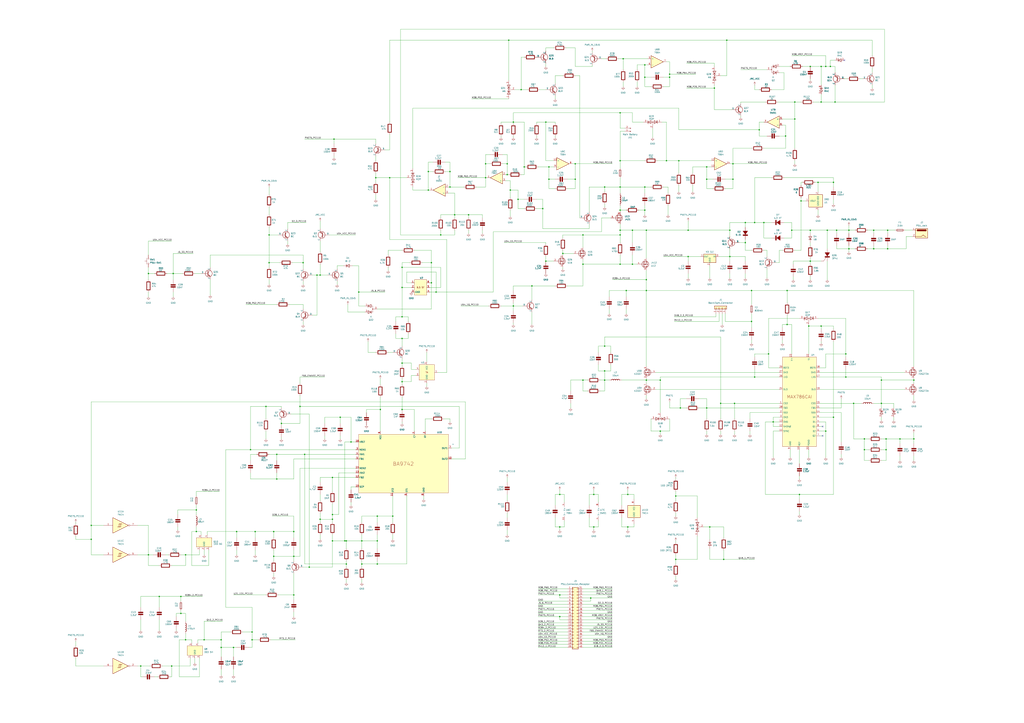
<source format=kicad_sch>
(kicad_sch (version 20250114) (generator "eeschema") (generator_version "9.0")
  (paper "A1")
  (title_block (title "PC110 Power Supply Unit") (company "Recreated by: Ahmad Byagowi"))
  (junction (at 664.21 267.97))
  (junction (at 279.4 342.9))
  (junction (at 496.57 312.42))
  (junction (at 728.98 189.23))
  (junction (at 425.45 163.83))
  (junction (at 309.88 424.18))
  (junction (at 723.9 312.42))
  (junction (at 485.14 491.49))
  (junction (at 627.38 182.88))
  (junction (at 728.98 204.47))
  (junction (at 248.92 215.9))
  (junction (at 645.16 111.76))
  (junction (at 631.19 290.83))
  (junction (at 519.43 217.17))
  (junction (at 674.37 83.82))
  (junction (at 646.43 266.7))
  (junction (at 227.33 373.38))
  (junction (at 623.57 106.68))
  (junction (at 617.22 264.16))
  (junction (at 529.59 53.34))
  (junction (at 152.4 455.93))
  (junction (at 509.27 189.23))
  (junction (at 519.43 189.23))
  (junction (at 657.86 165.1))
  (junction (at 448.31 100.33))
  (junction (at 297.18 463.55))
  (junction (at 487.68 406.4))
  (junction (at 218.44 334.01))
  (junction (at 398.78 146.05))
  (junction (at 739.14 360.68))
  (junction (at 330.2 313.69))
  (junction (at 320.04 146.05))
  (junction (at 665.48 214.63))
  (junction (at 416.56 134.62))
  (junction (at 586.74 72.39))
  (junction (at 330.2 298.45))
  (junction (at 529.59 153.67))
  (junction (at 142.24 224.79))
  (junction (at 709.93 369.57))
  (junction (at 205.74 369.57))
  (junction (at 284.48 444.5))
  (junction (at 148.59 490.22))
  (junction (at 554.99 407.67))
  (junction (at 685.8 83.82))
  (junction (at 529.59 172.72))
  (junction (at 635 346.71))
  (junction (at 530.86 189.23))
  (junction (at 322.58 424.18))
  (junction (at 450.85 147.32))
  (junction (at 283.21 444.5))
  (junction (at 148.59 504.19))
  (junction (at 297.18 444.5))
  (junction (at 161.29 436.88))
  (junction (at 241.3 457.2))
  (junction (at 354.33 215.9))
  (junction (at 601.98 134.62))
  (junction (at 665.48 189.23))
  (junction (at 241.3 488.95))
  (junction (at 496.57 304.8))
  (junction (at 181.61 525.78))
  (junction (at 361.95 193.04))
  (junction (at 74.93 443.23))
  (junction (at 681.99 54.61))
  (junction (at 580.39 137.16))
  (junction (at 115.57 547.37))
  (junction (at 121.92 224.79))
  (junction (at 674.37 54.61))
  (junction (at 373.38 176.53))
  (junction (at 430.53 137.16))
  (junction (at 509.27 193.04))
  (junction (at 273.05 392.43))
  (junction (at 515.62 433.07))
  (junction (at 697.23 189.23))
  (junction (at 580.39 147.32))
  (junction (at 650.24 189.23))
  (junction (at 727.71 360.68))
  (junction (at 459.74 433.07))
  (junction (at 542.29 312.42))
  (junction (at 416.56 143.51))
  (junction (at 369.57 153.67))
  (junction (at 684.53 342.9))
  (junction (at 472.44 134.62))
  (junction (at 224.79 436.88))
  (junction (at 130.81 490.22))
  (junction (at 330.2 336.55))
  (junction (at 167.64 525.78))
  (junction (at 273.05 426.72))
  (junction (at 260.35 226.06))
  (junction (at 207.01 525.78))
  (junction (at 330.2 219.71))
  (junction (at 273.05 444.5))
  (junction (at 530.86 229.87))
  (junction (at 599.44 210.82))
  (junction (at 478.79 193.04))
  (junction (at 665.48 54.61))
  (junction (at 678.18 54.61))
  (junction (at 312.42 336.55))
  (junction (at 445.77 171.45))
  (junction (at 558.8 335.28))
  (junction (at 509.27 92.71))
  (junction (at 619.76 309.88))
  (junction (at 450.85 137.16))
  (junction (at 557.53 132.08))
  (junction (at 161.29 419.1))
  (junction (at 384.81 176.53))
  (junction (at 421.64 100.33))
  (junction (at 220.98 193.04))
  (junction (at 369.57 140.97))
  (junction (at 565.15 189.23))
  (junction (at 478.79 217.17))
  (junction (at 496.57 153.67))
  (junction (at 417.83 33.02))
  (junction (at 542.29 354.33))
  (junction (at 511.81 48.26))
  (junction (at 617.22 238.76))
  (junction (at 679.45 189.23))
  (junction (at 74.93 431.8))
  (junction (at 459.74 488.95))
  (junction (at 619.76 182.88))
  (junction (at 723.9 331.47))
  (junction (at 671.83 149.86))
  (junction (at 599.44 189.23))
  (junction (at 351.79 140.97))
  (junction (at 652.78 97.79))
  (junction (at 330.2 260.35))
  (junction (at 152.4 525.78))
  (junction (at 509.27 153.67))
  (junction (at 224.79 457.2))
  (junction (at 207.01 519.43))
  (junction (at 709.93 360.68))
  (junction (at 554.99 459.74))
  (junction (at 487.68 433.07))
  (junction (at 462.28 208.28))
  (junction (at 582.93 433.07))
  (junction (at 549.91 63.5))
  (junction (at 509.27 217.17))
  (junction (at 509.27 132.08))
  (junction (at 398.78 134.62))
  (junction (at 694.69 309.88))
  (junction (at 472.44 147.32))
  (junction (at 459.74 406.4))
  (junction (at 330.2 278.13))
  (junction (at 436.88 234.95))
  (junction (at 121.92 455.93))
  (junction (at 330.2 236.22))
  (junction (at 678.18 354.33))
  (junction (at 596.9 33.02))
  (junction (at 262.89 426.72))
  (junction (at 427.99 73.66))
  (junction (at 419.1 156.21))
  (junction (at 547.37 132.08))
  (junction (at 262.89 226.06))
  (junction (at 684.53 149.86))
  (junction (at 241.3 436.88))
  (junction (at 612.14 182.88))
  (junction (at 514.35 238.76))
  (junction (at 529.59 63.5))
  (junction (at 530.86 238.76))
  (junction (at 309.88 444.5))
  (junction (at 273.05 422.91))
  (junction (at 288.29 363.22))
  (junction (at 549.91 60.96))
  (junction (at 448.31 214.63))
  (junction (at 496.57 284.48))
  (junction (at 509.27 172.72))
  (junction (at 591.82 331.47))
  (junction (at 697.23 204.47))
  (junction (at 612.14 199.39))
  (junction (at 701.04 331.47))
  (junction (at 140.97 547.37))
  (junction (at 194.31 436.88))
  (junction (at 674.37 267.97))
  (junction (at 231.14 347.98))
  (junction (at 220.98 215.9))
  (junction (at 181.61 532.13))
  (junction (at 601.98 147.32))
  (junction (at 308.61 146.05))
  (junction (at 191.77 532.13))
  (junction (at 254 466.09))
  (junction (at 717.55 189.23))
  (junction (at 727.71 369.57))
  (junction (at 580.39 335.28))
  (junction (at 358.14 240.03))
  (junction (at 354.33 232.41))
  (junction (at 694.69 290.83))
  (junction (at 750.57 312.42))
  (junction (at 274.32 114.3))
  (junction (at 652.78 83.82))
  (junction (at 478.79 312.42))
  (junction (at 421.64 251.46))
  (junction (at 687.07 189.23))
  (junction (at 565.15 210.82))
  (junction (at 594.36 459.74))
  (junction (at 309.88 463.55))
  (junction (at 246.38 334.01))
  (junction (at 750.57 360.68))
  (junction (at 646.43 238.76))
  (junction (at 284.48 463.55))
  (junction (at 603.25 331.47))
  (junction (at 351.79 156.21))
  (junction (at 459.74 506.73))
  (junction (at 209.55 436.88))
  (junction (at 227.33 393.7))
  (junction (at 515.62 406.4))
  (junction (at 717.55 204.47))
  (junction (at 656.59 406.4))
  (junction (at 294.64 240.03))
  (junction (at 530.86 312.42))
  (junction (at 250.19 373.38))
  (no_connect (at 693.42 49.53))
  (no_connect (at 675.64 350.52))
  (no_connect (at 675.64 358.14))
  (wire (pts (xy 417.83 33.02) (xy 596.9 33.02)))
  (wire (pts (xy 469.9 134.62) (xy 472.44 134.62)))
  (wire (pts (xy 514.35 257.81) (xy 514.35 254)))
  (wire (pts (xy 325.12 264.16) (xy 325.12 260.35)))
  (wire (pts (xy 289.56 218.44) (xy 294.64 218.44)))
  (wire (pts (xy 146.05 419.1) (xy 146.05 422.91)))
  (wire (pts (xy 565.15 210.82) (xy 575.31 210.82)))
  (wire (pts (xy 218.44 334.01) (xy 231.14 334.01)))
  (wire (pts (xy 629.92 111.76) (xy 623.57 111.76)))
  (wire (pts (xy 684.53 406.4) (xy 656.59 406.4)))
  (wire (pts (xy 594.36 433.07) (xy 582.93 433.07)))
  (wire (pts (xy 750.57 364.49) (xy 750.57 360.68)))
  (wire (pts (xy 218.44 334.01) (xy 218.44 344.17)))
  (wire (pts (xy 146.05 435.61) (xy 146.05 433.07)))
  (wire (pts (xy 262.89 217.17) (xy 262.89 226.06)))
  (wire (pts (xy 723.9 312.42) (xy 723.9 331.47)))
  (wire (pts (xy 486.41 53.34) (xy 486.41 54.61)))
  (wire (pts (xy 365.76 140.97) (xy 369.57 140.97)))
  (wire (pts (xy 123.19 547.37) (xy 115.57 547.37)))
  (wire (pts (xy 612.14 199.39) (xy 607.06 199.39)))
  (wire (pts (xy 544.83 63.5) (xy 549.91 63.5)))
  (wire (pts (xy 542.29 354.33) (xy 549.91 354.33)))
  (wire (pts (xy 486.41 54.61) (xy 472.44 54.61)))
  (wire (pts (xy 369.57 344.17) (xy 364.49 344.17)))
  (wire (pts (xy 553.72 264.16) (xy 590.55 264.16)))
  (wire (pts (xy 335.28 260.35) (xy 335.28 264.16)))
  (wire (pts (xy 283.21 444.5) (xy 284.48 444.5)))
  (wire (pts (xy 681.99 54.61) (xy 685.8 54.61)))
  (wire (pts (xy 455.93 62.23) (xy 455.93 68.58)))
  (wire (pts (xy 170.18 436.88) (xy 194.31 436.88)))
  (wire (pts (xy 673.1 346.71) (xy 678.18 346.71)))
  (wire (pts (xy 294.64 218.44) (xy 294.64 240.03)))
  (wire (pts (xy 463.55 406.4) (xy 459.74 406.4)))
  (wire (pts (xy 739.14 378.46) (xy 739.14 374.65)))
  (wire (pts (xy 292.1 377.19) (xy 241.3 377.19)))
  (wire (pts (xy 594.36 459.74) (xy 619.76 459.74)))
  (wire (pts (xy 669.29 149.86) (xy 671.83 149.86)))
  (wire (pts (xy 398.78 127) (xy 402.59 127)))
  (wire (pts (xy 346.71 215.9) (xy 354.33 215.9)))
  (wire (pts (xy 631.19 290.83) (xy 619.76 290.83)))
  (wire (pts (xy 627.38 121.92) (xy 645.16 121.92)))
  (wire (pts (xy 309.88 463.55) (xy 309.88 461.01)))
  (wire (pts (xy 520.7 433.07) (xy 520.7 430.53)))
  (wire (pts (xy 514.35 238.76) (xy 530.86 238.76)))
  (wire (pts (xy 113.03 455.93) (xy 121.92 455.93)))
  (wire (pts (xy 421.64 266.7) (xy 421.64 265.43)))
  (wire (pts (xy 115.57 490.22) (xy 130.81 490.22)))
  (wire (pts (xy 643.89 195.58) (xy 650.24 195.58)))
  (wire (pts (xy 421.64 248.92) (xy 421.64 251.46)))
  (wire (pts (xy 635 346.71) (xy 635 350.52)))
  (wire (pts (xy 694.69 303.53) (xy 694.69 309.88)))
  (wire (pts (xy 509.27 209.55) (xy 509.27 217.17)))
  (wire (pts (xy 591.82 331.47) (xy 603.25 331.47)))
  (wire (pts (xy 629.92 205.74) (xy 629.92 210.82)))
  (wire (pts (xy 441.96 488.95) (xy 459.74 488.95)))
  (wire (pts (xy 273.05 392.43) (xy 262.89 392.43)))
  (wire (pts (xy 339.09 88.9) (xy 339.09 138.43)))
  (wire (pts (xy 500.38 238.76) (xy 514.35 238.76)))
  (wire (pts (xy 709.93 369.57) (xy 709.93 360.68)))
  (wire (pts (xy 161.29 419.1) (xy 161.29 422.91)))
  (wire (pts (xy 248.92 215.9) (xy 248.92 209.55)))
  (wire (pts (xy 638.81 83.82) (xy 652.78 83.82)))
  (wire (pts (xy 142.24 243.84) (xy 142.24 240.03)))
  (wire (pts (xy 739.14 360.68) (xy 727.71 360.68)))
  (wire (pts (xy 351.79 133.35) (xy 355.6 133.35)))
  (wire (pts (xy 459.74 509.27) (xy 459.74 506.73)))
  (wire (pts (xy 140.97 464.82) (xy 152.4 464.82)))
  (wire (pts (xy 74.93 330.2) (xy 74.93 431.8)))
  (wire (pts (xy 623.57 106.68) (xy 557.53 106.68)))
  (wire (pts (xy 750.57 378.46) (xy 750.57 374.65)))
  (wire (pts (xy 671.83 149.86) (xy 671.83 157.48)))
  (wire (pts (xy 574.04 327.66) (xy 580.39 327.66)))
  (wire (pts (xy 678.18 302.26) (xy 678.18 290.83)))
  (wire (pts (xy 320.04 146.05) (xy 334.01 146.05)))
  (wire (pts (xy 285.75 250.19) (xy 285.75 256.54)))
  (wire (pts (xy 496.57 304.8) (xy 501.65 304.8)))
  (wire (pts (xy 530.86 222.25) (xy 530.86 229.87)))
  (wire (pts (xy 744.22 194.31) (xy 744.22 204.47)))
  (wire (pts (xy 194.31 441.96) (xy 194.31 436.88)))
  (wire (pts (xy 335.28 278.13) (xy 330.2 278.13)))
  (wire (pts (xy 542.29 356.87) (xy 542.29 354.33)))
  (wire (pts (xy 207.01 525.78) (xy 212.09 525.78)))
  (wire (pts (xy 185.42 369.57) (xy 205.74 369.57)))
  (wire (pts (xy 530.86 238.76) (xy 530.86 300.99)))
  (wire (pts (xy 148.59 504.19) (xy 152.4 504.19)))
  (wire (pts (xy 717.55 189.23) (xy 717.55 191.77)))
  (wire (pts (xy 557.53 88.9) (xy 339.09 88.9)))
  (wire (pts (xy 351.79 140.97) (xy 355.6 140.97)))
  (wire (pts (xy 580.39 154.94) (xy 580.39 147.32)))
  (wire (pts (xy 580.39 327.66) (xy 580.39 335.28)))
  (wire (pts (xy 262.89 439.42) (xy 262.89 443.23)))
  (wire (pts (xy 396.24 179.07) (xy 396.24 176.53)))
  (wire (pts (xy 478.79 193.04) (xy 478.79 203.2)))
  (wire (pts (xy 241.3 452.12) (xy 241.3 457.2)))
  (wire (pts (xy 254 466.09) (xy 248.92 466.09)))
  (wire (pts (xy 144.78 504.19) (xy 148.59 504.19)))
  (wire (pts (xy 368.3 153.67) (xy 369.57 153.67)))
  (wire (pts (xy 687.07 204.47) (xy 697.23 204.47)))
  (wire (pts (xy 459.74 402.59) (xy 459.74 406.4)))
  (wire (pts (xy 520.7 406.4) (xy 520.7 410.21)))
  (wire (pts (xy 646.43 266.7) (xy 642.62 266.7)))
  (wire (pts (xy 586.74 69.85) (xy 586.74 72.39)))
  (wire (pts (xy 144.78 518.16) (xy 144.78 516.89)))
  (wire (pts (xy 582.93 450.85) (xy 582.93 459.74)))
  (wire (pts (xy 194.31 436.88) (xy 209.55 436.88)))
  (wire (pts (xy 455.93 433.07) (xy 455.93 425.45)))
  (wire (pts (xy 288.29 363.22) (xy 288.29 342.9)))
  (wire (pts (xy 591.82 62.23) (xy 596.9 62.23)))
  (wire (pts (xy 603.25 331.47) (xy 640.08 331.47)))
  (wire (pts (xy 496.57 321.31) (xy 496.57 312.42)))
  (wire (pts (xy 633.73 73.66) (xy 643.89 73.66)))
  (wire (pts (xy 496.57 167.64) (xy 496.57 170.18)))
  (wire (pts (xy 334.01 407.67) (xy 334.01 463.55)))
  (wire (pts (xy 702.31 204.47) (xy 697.23 204.47)))
  (wire (pts (xy 297.18 424.18) (xy 309.88 424.18)))
  (wire (pts (xy 651.51 217.17) (xy 651.51 214.63)))
  (wire (pts (xy 454.66 132.08) (xy 448.31 132.08)))
  (wire (pts (xy 548.64 176.53) (xy 548.64 168.91)))
  (wire (pts (xy 450.85 154.94) (xy 455.93 154.94)))
  (wire (pts (xy 142.24 208.28) (xy 158.75 208.28)))
  (wire (pts (xy 657.86 162.56) (xy 657.86 165.1)))
  (wire (pts (xy 599.44 189.23) (xy 599.44 194.31)))
  (wire (pts (xy 612.14 182.88) (xy 619.76 182.88)))
  (wire (pts (xy 678.18 346.71) (xy 678.18 354.33)))
  (wire (pts (xy 254 466.09) (xy 254 340.36)))
  (wire (pts (xy 640.08 309.88) (xy 619.76 309.88)))
  (wire (pts (xy 530.86 238.76) (xy 617.22 238.76)))
  (wire (pts (xy 496.57 284.48) (xy 501.65 284.48)))
  (wire (pts (xy 652.78 205.74) (xy 657.86 205.74)))
  (wire (pts (xy 308.61 128.27) (xy 308.61 132.08)))
  (wire (pts (xy 519.43 189.23) (xy 530.86 189.23)))
  (wire (pts (xy 220.98 215.9) (xy 229.87 215.9)))
  (wire (pts (xy 515.62 402.59) (xy 515.62 406.4)))
  (wire (pts (xy 509.27 92.71) (xy 421.64 92.71)))
  (wire (pts (xy 309.88 424.18) (xy 309.88 429.26)))
  (wire (pts (xy 382.27 330.2) (xy 74.93 330.2)))
  (wire (pts (xy 320.04 123.19) (xy 316.23 123.19)))
  (wire (pts (xy 152.4 504.19) (xy 152.4 510.54)))
  (wire (pts (xy 599.44 134.62) (xy 601.98 134.62)))
  (wire (pts (xy 274.32 129.54) (xy 274.32 128.27)))
  (wire (pts (xy 162.56 525.78) (xy 162.56 528.32)))
  (wire (pts (xy 478.79 516.89) (xy 502.92 516.89)))
  (wire (pts (xy 236.22 200.66) (xy 236.22 198.12)))
  (wire (pts (xy 322.58 424.18) (xy 309.88 424.18)))
  (wire (pts (xy 515.62 406.4) (xy 520.7 406.4)))
  (wire (pts (xy 640.08 215.9) (xy 637.54 215.9)))
  (wire (pts (xy 472.44 62.23) (xy 476.25 62.23)))
  (wire (pts (xy 334.01 232.41) (xy 334.01 223.52)))
  (wire (pts (xy 509.27 172.72) (xy 514.35 172.72)))
  (wire (pts (xy 627.38 195.58) (xy 633.73 195.58)))
  (wire (pts (xy 427.99 73.66) (xy 433.07 73.66)))
  (wire (pts (xy 430.53 100.33) (xy 430.53 137.16)))
  (wire (pts (xy 209.55 441.96) (xy 209.55 436.88)))
  (wire (pts (xy 501.65 284.48) (xy 501.65 289.56)))
  (wire (pts (xy 687.07 201.93) (xy 687.07 204.47)))
  (wire (pts (xy 330.2 205.74) (xy 318.77 205.74)))
  (wire (pts (xy 227.33 393.7) (xy 227.33 388.62)))
  (wire (pts (xy 656.59 381) (xy 656.59 369.57)))
  (wire (pts (xy 411.48 113.03) (xy 411.48 111.76)))
  (wire (pts (xy 728.98 201.93) (xy 728.98 204.47)))
  (wire (pts (xy 140.97 547.37) (xy 156.21 547.37)))
  (wire (pts (xy 619.76 309.88) (xy 619.76 303.53)))
  (wire (pts (xy 687.07 189.23) (xy 687.07 191.77)))
  (wire (pts (xy 318.77 205.74) (xy 318.77 209.55)))
  (wire (pts (xy 615.95 339.09) (xy 640.08 339.09)))
  (wire (pts (xy 398.78 134.62) (xy 398.78 127)))
  (wire (pts (xy 156.21 547.37) (xy 156.21 541.02)))
  (wire (pts (xy 580.39 335.28) (xy 640.08 335.28)))
  (wire (pts (xy 262.89 406.4) (xy 262.89 411.48)))
  (wire (pts (xy 250.19 373.38) (xy 292.1 373.38)))
  (wire (pts (xy 674.37 83.82) (xy 685.8 83.82)))
  (wire (pts (xy 588.01 257.81) (xy 588.01 260.35)))
  (wire (pts (xy 417.83 33.02) (xy 417.83 66.04)))
  (wire (pts (xy 690.88 375.92) (xy 690.88 373.38)))
  (wire (pts (xy 595.63 264.16) (xy 617.22 264.16)))
  (wire (pts (xy 608.33 57.15) (xy 629.92 57.15)))
  (wire (pts (xy 328.93 24.13) (xy 328.93 193.04)))
  (wire (pts (xy 466.09 154.94) (xy 472.44 154.94)))
  (wire (pts (xy 623.57 111.76) (xy 623.57 106.68)))
  (wire (pts (xy 181.61 539.75) (xy 181.61 532.13)))
  (wire (pts (xy 627.38 205.74) (xy 629.92 205.74)))
  (wire (pts (xy 62.23 440.69) (xy 62.23 443.23)))
  (wire (pts (xy 595.63 154.94) (xy 601.98 154.94)))
  (wire (pts (xy 330.2 215.9) (xy 330.2 219.71)))
  (wire (pts (xy 62.23 547.37) (xy 85.09 547.37)))
  (wire (pts (xy 656.59 261.62) (xy 631.19 261.62)))
  (wire (pts (xy 684.53 267.97) (xy 674.37 267.97)))
  (wire (pts (xy 679.45 189.23) (xy 679.45 204.47)))
  (wire (pts (xy 572.77 459.74) (xy 554.99 459.74)))
  (wire (pts (xy 115.57 518.16) (xy 115.57 509.27)))
  (wire (pts (xy 750.57 311.15) (xy 750.57 312.42)))
  (wire (pts (xy 441.96 511.81) (xy 466.09 511.81)))
  (wire (pts (xy 441.96 506.73) (xy 459.74 506.73)))
  (wire (pts (xy 523.24 67.31) (xy 523.24 71.12)))
  (wire (pts (xy 337.82 232.41) (xy 334.01 232.41)))
  (wire (pts (xy 441.96 516.89) (xy 466.09 516.89)))
  (wire (pts (xy 650.24 45.72) (xy 678.18 45.72)))
  (wire (pts (xy 369.57 153.67) (xy 381 153.67)))
  (wire (pts (xy 491.49 427.99) (xy 491.49 433.07)))
  (wire (pts (xy 596.9 33.02) (xy 716.28 33.02)))
  (wire (pts (xy 412.75 127) (xy 416.56 127)))
  (wire (pts (xy 288.29 415.29) (xy 288.29 412.75)))
  (wire (pts (xy 509.27 107.95) (xy 509.27 132.08)))
  (wire (pts (xy 161.29 403.86) (xy 180.34 403.86)))
  (wire (pts (xy 116.84 556.26) (xy 115.57 556.26)))
  (wire (pts (xy 492.76 321.31) (xy 496.57 321.31)))
  (wire (pts (xy 450.85 147.32) (xy 450.85 137.16)))
  (wire (pts (xy 127 224.79) (xy 121.92 224.79)))
  (wire (pts (xy 650.24 189.23) (xy 665.48 189.23)))
  (wire (pts (xy 509.27 105.41) (xy 509.27 92.71)))
  (wire (pts (xy 685.8 69.85) (xy 685.8 83.82)))
  (wire (pts (xy 665.48 229.87) (xy 665.48 227.33)))
  (wire (pts (xy 599.44 224.79) (xy 599.44 228.6)))
  (wire (pts (xy 694.69 309.88) (xy 723.9 309.88)))
  (wire (pts (xy 455.93 111.76) (xy 455.93 113.03)))
  (wire (pts (xy 727.71 369.57) (xy 727.71 360.68)))
  (wire (pts (xy 398.78 134.62) (xy 402.59 134.62)))
  (wire (pts (xy 288.29 402.59) (xy 288.29 400.05)))
  (wire (pts (xy 220.98 219.71) (xy 220.98 215.9)))
  (wire (pts (xy 448.31 39.37) (xy 448.31 41.91)))
  (wire (pts (xy 246.38 334.01) (xy 246.38 347.98)))
  (wire (pts (xy 728.98 204.47) (xy 744.22 204.47)))
  (wire (pts (xy 727.71 378.46) (xy 727.71 369.57)))
  (wire (pts (xy 568.96 152.4) (xy 568.96 157.48)))
  (wire (pts (xy 337.82 303.53) (xy 337.82 298.45)))
  (wire (pts (xy 628.65 406.4) (xy 628.65 346.71)))
  (wire (pts (xy 425.45 163.83) (xy 425.45 156.21)))
  (wire (pts (xy 510.54 406.4) (xy 515.62 406.4)))
  (wire (pts (xy 548.64 158.75) (xy 548.64 153.67)))
  (wire (pts (xy 441.96 496.57) (xy 466.09 496.57)))
  (wire (pts (xy 723.9 369.57) (xy 727.71 369.57)))
  (wire (pts (xy 650.24 182.88) (xy 650.24 189.23)))
  (wire (pts (xy 194.31 455.93) (xy 194.31 452.12)))
  (wire (pts (xy 544.83 210.82) (xy 565.15 210.82)))
  (wire (pts (xy 231.14 335.28) (xy 231.14 334.01)))
  (wire (pts (xy 656.59 393.7) (xy 656.59 391.16)))
  (wire (pts (xy 309.88 444.5) (xy 309.88 450.85)))
  (wire (pts (xy 572.77 425.45) (xy 572.77 407.67)))
  (wire (pts (xy 246.38 325.12) (xy 246.38 334.01)))
  (wire (pts (xy 640.08 54.61) (xy 648.97 54.61)))
  (wire (pts (xy 165.1 224.79) (xy 160.02 224.79)))
  (wire (pts (xy 284.48 461.01) (xy 284.48 463.55)))
  (wire (pts (xy 262.89 198.12) (xy 262.89 207.01)))
  (wire (pts (xy 478.79 213.36) (xy 478.79 217.17)))
  (wire (pts (xy 142.24 224.79) (xy 142.24 208.28)))
  (wire (pts (xy 519.43 92.71) (xy 509.27 92.71)))
  (wire (pts (xy 421.64 100.33) (xy 421.64 101.6)))
  (wire (pts (xy 509.27 168.91) (xy 509.27 172.72)))
  (wire (pts (xy 608.33 85.09) (xy 608.33 83.82)))
  (wire (pts (xy 224.79 461.01) (xy 224.79 457.2)))
  (wire (pts (xy 445.77 171.45) (xy 445.77 187.96)))
  (wire (pts (xy 391.16 153.67) (xy 398.78 153.67)))
  (wire (pts (xy 140.97 556.26) (xy 140.97 547.37)))
  (wire (pts (xy 148.59 490.22) (xy 166.37 490.22)))
  (wire (pts (xy 491.49 433.07) (xy 487.68 433.07)))
  (wire (pts (xy 723.9 312.42) (xy 750.57 312.42)))
  (wire (pts (xy 510.54 433.07) (xy 515.62 433.07)))
  (wire (pts (xy 172.72 209.55) (xy 172.72 219.71)))
  (wire (pts (xy 421.64 113.03) (xy 421.64 111.76)))
  (wire (pts (xy 600.71 90.17) (xy 586.74 90.17)))
  (wire (pts (xy 455.93 100.33) (xy 448.31 100.33)))
  (wire (pts (xy 170.18 439.42) (xy 170.18 436.88)))
  (wire (pts (xy 557.53 132.08) (xy 557.53 142.24)))
  (wire (pts (xy 694.69 290.83) (xy 694.69 293.37)))
  (wire (pts (xy 421.64 238.76) (xy 421.64 234.95)))
  (wire (pts (xy 246.38 314.96) (xy 246.38 309.88)))
  (wire (pts (xy 530.86 189.23) (xy 565.15 189.23)))
  (wire (pts (xy 250.19 463.55) (xy 284.48 463.55)))
  (wire (pts (xy 205.74 369.57) (xy 292.1 369.57)))
  (wire (pts (xy 74.93 443.23) (xy 74.93 455.93)))
  (wire (pts (xy 130.81 499.11) (xy 130.81 490.22)))
  (wire (pts (xy 514.35 238.76) (xy 514.35 243.84)))
  (wire (pts (xy 697.23 189.23) (xy 697.23 185.42)))
  (wire (pts (xy 716.28 72.39) (xy 716.28 69.85)))
  (wire (pts (xy 436.88 234.95) (xy 455.93 234.95)))
  (wire (pts (xy 369.57 346.71) (xy 369.57 344.17)))
  (wire (pts (xy 181.61 532.13) (xy 191.77 532.13)))
  (wire (pts (xy 334.01 223.52) (xy 358.14 223.52)))
  (wire (pts (xy 133.35 547.37) (xy 140.97 547.37)))
  (wire (pts (xy 697.23 189.23) (xy 697.23 191.77)))
  (wire (pts (xy 496.57 153.67) (xy 509.27 153.67)))
  (wire (pts (xy 717.55 189.23) (xy 728.98 189.23)))
  (wire (pts (xy 500.38 257.81) (xy 500.38 254)))
  (wire (pts (xy 284.48 463.55) (xy 284.48 466.09)))
  (wire (pts (xy 523.24 53.34) (xy 523.24 57.15)))
  (wire (pts (xy 419.1 172.72) (xy 419.1 177.8)))
  (wire (pts (xy 330.2 298.45) (xy 330.2 300.99)))
  (wire (pts (xy 678.18 290.83) (xy 694.69 290.83)))
  (wire (pts (xy 617.22 238.76) (xy 617.22 250.19)))
  (wire (pts (xy 553.72 260.35) (xy 588.01 260.35)))
  (wire (pts (xy 674.37 54.61) (xy 674.37 69.85)))
  (wire (pts (xy 513.08 105.41) (xy 509.27 105.41)))
  (wire (pts (xy 279.4 358.14) (xy 279.4 360.68)))
  (wire (pts (xy 491.49 284.48) (xy 496.57 284.48)))
  (wire (pts (xy 572.77 440.69) (xy 572.77 459.74)))
  (wire (pts (xy 640.08 59.69) (xy 643.89 59.69)))
  (wire (pts (xy 351.79 140.97) (xy 351.79 156.21)))
  (wire (pts (xy 650.24 290.83) (xy 650.24 266.7)))
  (wire (pts (xy 693.42 64.77) (xy 695.96 64.77)))
  (wire (pts (xy 441.96 504.19) (xy 466.09 504.19)))
  (wire (pts (xy 445.77 163.83) (xy 445.77 171.45)))
  (wire (pts (xy 411.48 100.33) (xy 421.64 100.33)))
  (wire (pts (xy 273.05 422.91) (xy 273.05 426.72)))
  (wire (pts (xy 222.25 525.78) (xy 242.57 525.78)))
  (wire (pts (xy 194.31 532.13) (xy 191.77 532.13)))
  (wire (pts (xy 665.48 214.63) (xy 665.48 217.17)))
  (wire (pts (xy 635 342.9) (xy 635 346.71)))
  (wire (pts (xy 665.48 191.77) (xy 665.48 189.23)))
  (wire (pts (xy 262.89 426.72) (xy 262.89 421.64)))
  (wire (pts (xy 297.18 461.01) (xy 297.18 463.55)))
  (wire (pts (xy 340.36 336.55) (xy 340.36 354.33)))
  (wire (pts (xy 262.89 392.43) (xy 262.89 396.24)))
  (wire (pts (xy 416.56 421.64) (xy 416.56 425.45)))
  (wire (pts (xy 340.36 336.55) (xy 330.2 336.55)))
  (wire (pts (xy 365.76 133.35) (xy 369.57 133.35)))
  (wire (pts (xy 284.48 444.5) (xy 297.18 444.5)))
  (wire (pts (xy 565.15 228.6) (xy 565.15 224.79)))
  (wire (pts (xy 340.36 205.74) (xy 354.33 205.74)))
  (wire (pts (xy 728.98 189.23) (xy 728.98 191.77)))
  (wire (pts (xy 487.68 435.61) (xy 487.68 433.07)))
  (wire (pts (xy 684.53 280.67) (xy 684.53 342.9)))
  (wire (pts (xy 674.37 54.61) (xy 678.18 54.61)))
  (wire (pts (xy 322.58 407.67) (xy 322.58 424.18)))
  (wire (pts (xy 472.44 134.62) (xy 502.92 134.62)))
  (wire (pts (xy 674.37 267.97) (xy 674.37 270.51)))
  (wire (pts (xy 478.79 217.17) (xy 509.27 217.17)))
  (wire (pts (xy 440.69 100.33) (xy 440.69 101.6)))
  (wire (pts (xy 478.79 529.59) (xy 502.92 529.59)))
  (wire (pts (xy 220.98 233.68) (xy 220.98 229.87)))
  (wire (pts (xy 599.44 210.82) (xy 612.14 210.82)))
  (wire (pts (xy 425.45 171.45) (xy 425.45 163.83)))
  (wire (pts (xy 308.61 163.83) (xy 308.61 160.02)))
  (wire (pts (xy 248.92 250.19) (xy 248.92 254)))
  (wire (pts (xy 359.41 306.07) (xy 367.03 306.07)))
  (wire (pts (xy 312.42 326.39) (xy 312.42 336.55)))
  (wire (pts (xy 441.96 524.51) (xy 466.09 524.51)))
  (wire (pts (xy 246.38 347.98) (xy 231.14 347.98)))
  (wire (pts (xy 463.55 433.07) (xy 459.74 433.07)))
  (wire (pts (xy 419.1 156.21) (xy 419.1 148.59)))
  (wire (pts (xy 510.54 415.29) (xy 510.54 406.4)))
  (wire (pts (xy 185.42 499.11) (xy 185.42 369.57)))
  (wire (pts (xy 421.64 92.71) (xy 421.64 100.33)))
  (wire (pts (xy 224.79 436.88) (xy 224.79 441.96)))
  (wire (pts (xy 121.92 431.8) (xy 121.92 455.93)))
  (wire (pts (xy 673.1 306.07) (xy 742.95 306.07)))
  (wire (pts (xy 554.99 463.55) (xy 554.99 459.74)))
  (wire (pts (xy 351.79 140.97) (xy 351.79 133.35)))
  (wire (pts (xy 330.2 347.98) (xy 330.2 346.71)))
  (wire (pts (xy 492.76 312.42) (xy 496.57 312.42)))
  (wire (pts (xy 685.8 83.82) (xy 726.44 83.82)))
  (wire (pts (xy 284.48 476.25) (xy 284.48 478.79)))
  (wire (pts (xy 441.96 483.87) (xy 466.09 483.87)))
  (wire (pts (xy 619.76 290.83) (xy 619.76 293.37)))
  (wire (pts (xy 572.77 407.67) (xy 554.99 407.67)))
  (wire (pts (xy 701.04 331.47) (xy 701.04 360.68)))
  (wire (pts (xy 115.57 556.26) (xy 115.57 547.37)))
  (wire (pts (xy 750.57 238.76) (xy 750.57 300.99)))
  (wire (pts (xy 354.33 215.9) (xy 354.33 232.41)))
  (wire (pts (xy 294.64 251.46) (xy 294.64 240.03)))
  (wire (pts (xy 529.59 71.12) (xy 534.67 71.12)))
  (wire (pts (xy 685.8 54.61) (xy 685.8 59.69)))
  (wire (pts (xy 519.43 189.23) (xy 519.43 199.39)))
  (wire (pts (xy 648.97 369.57) (xy 648.97 375.92)))
  (wire (pts (xy 608.33 96.52) (xy 608.33 95.25)))
  (wire (pts (xy 679.45 229.87) (xy 679.45 214.63)))
  (wire (pts (xy 554.99 393.7) (xy 554.99 392.43)))
  (wire (pts (xy 659.13 149.86) (xy 657.86 149.86)))
  (wire (pts (xy 678.18 354.33) (xy 673.1 354.33)))
  (wire (pts (xy 619.76 146.05) (xy 619.76 182.88)))
  (wire (pts (xy 466.09 491.49) (xy 459.74 491.49)))
  (wire (pts (xy 640.08 205.74) (xy 640.08 215.9)))
  (wire (pts (xy 582.93 459.74) (xy 594.36 459.74)))
  (wire (pts (xy 160.02 544.83) (xy 160.02 541.02)))
  (wire (pts (xy 318.77 222.25) (xy 318.77 219.71)))
  (wire (pts (xy 701.04 331.47) (xy 707.39 331.47)))
  (wire (pts (xy 529.59 172.72) (xy 529.59 176.53)))
  (wire (pts (xy 659.13 54.61) (xy 665.48 54.61)))
  (wire (pts (xy 723.9 309.88) (xy 723.9 312.42)))
  (wire (pts (xy 723.9 331.47) (xy 717.55 331.47)))
  (wire (pts (xy 697.23 204.47) (xy 697.23 207.01)))
  (wire (pts (xy 250.19 114.3) (xy 274.32 114.3)))
  (wire (pts (xy 377.19 334.01) (xy 246.38 334.01)))
  (wire (pts (xy 643.89 59.69) (xy 643.89 73.66)))
  (wire (pts (xy 690.88 327.66) (xy 690.88 335.28)))
  (wire (pts (xy 62.23 430.53) (xy 62.23 429.26)))
  (wire (pts (xy 181.61 519.43) (xy 189.23 519.43)))
  (wire (pts (xy 671.83 261.62) (xy 694.69 261.62)))
  (wire (pts (xy 690.88 339.09) (xy 673.1 339.09)))
  (wire (pts (xy 278.13 422.91) (xy 273.05 422.91)))
  (wire (pts (xy 549.91 354.33) (xy 549.91 344.17)))
  (wire (pts (xy 297.18 476.25) (xy 297.18 478.79)))
  (wire (pts (xy 511.81 67.31) (xy 511.81 71.12)))
  (wire (pts (xy 210.82 373.38) (xy 205.74 373.38)))
  (wire (pts (xy 673.1 309.88) (xy 694.69 309.88)))
  (wire (pts (xy 642.62 279.4) (xy 642.62 281.94)))
  (wire (pts (xy 224.79 473.71) (xy 224.79 471.17)))
  (wire (pts (xy 144.78 506.73) (xy 144.78 504.19)))
  (wire (pts (xy 167.64 510.54) (xy 167.64 525.78)))
  (wire (pts (xy 519.43 217.17) (xy 523.24 217.17)))
  (wire (pts (xy 262.89 426.72) (xy 262.89 429.26)))
  (wire (pts (xy 415.29 143.51) (xy 416.56 143.51)))
  (wire (pts (xy 679.45 189.23) (xy 687.07 189.23)))
  (wire (pts (xy 640.08 302.26) (xy 631.19 302.26)))
  (wire (pts (xy 668.02 83.82) (xy 674.37 83.82)))
  (wire (pts (xy 236.22 187.96) (xy 236.22 182.88)))
  (wire (pts (xy 358.14 240.03) (xy 405.13 240.03)))
  (wire (pts (xy 455.93 415.29) (xy 455.93 406.4)))
  (wire (pts (xy 642.62 205.74) (xy 640.08 205.74)))
  (wire (pts (xy 224.79 457.2) (xy 241.3 457.2)))
  (wire (pts (xy 130.81 464.82) (xy 121.92 464.82)))
  (wire (pts (xy 478.79 504.19) (xy 502.92 504.19)))
  (wire (pts (xy 535.94 105.41) (xy 535.94 113.03)))
  (wire (pts (xy 171.45 452.12) (xy 171.45 464.82)))
  (wire (pts (xy 591.82 356.87) (xy 591.82 354.33)))
  (wire (pts (xy 684.53 153.67) (xy 684.53 149.86)))
  (wire (pts (xy 351.79 156.21) (xy 353.06 156.21)))
  (wire (pts (xy 299.72 251.46) (xy 294.64 251.46)))
  (wire (pts (xy 416.56 435.61) (xy 416.56 439.42)))
  (wire (pts (xy 416.56 143.51) (xy 417.83 143.51)))
  (wire (pts (xy 612.14 224.79) (xy 612.14 228.6)))
  (wire (pts (xy 462.28 208.28) (xy 471.17 208.28)))
  (wire (pts (xy 330.2 260.35) (xy 335.28 260.35)))
  (wire (pts (xy 491.49 406.4) (xy 487.68 406.4)))
  (wire (pts (xy 509.27 132.08) (xy 509.27 138.43)))
  (wire (pts (xy 511.81 48.26) (xy 532.13 48.26)))
  (wire (pts (xy 580.39 356.87) (xy 580.39 354.33)))
  (wire (pts (xy 339.09 156.21) (xy 351.79 156.21)))
  (wire (pts (xy 635 350.52) (xy 640.08 350.52)))
  (wire (pts (xy 631.19 261.62) (xy 631.19 290.83)))
  (wire (pts (xy 373.38 176.53) (xy 384.81 176.53)))
  (wire (pts (xy 450.85 154.94) (xy 450.85 147.32)))
  (wire (pts (xy 530.86 311.15) (xy 530.86 312.42)))
  (wire (pts (xy 519.43 100.33) (xy 519.43 92.71)))
  (wire (pts (xy 130.81 518.16) (xy 130.81 509.27)))
  (wire (pts (xy 262.89 181.61) (xy 262.89 187.96)))
  (wire (pts (xy 674.37 280.67) (xy 674.37 281.94)))
  (wire (pts (xy 642.62 266.7) (xy 642.62 269.24)))
  (wire (pts (xy 563.88 52.07) (xy 586.74 52.07)))
  (wire (pts (xy 191.77 488.95) (xy 218.44 488.95)))
  (wire (pts (xy 309.88 254) (xy 354.33 254)))
  (wire (pts (xy 223.52 424.18) (xy 241.3 424.18)))
  (wire (pts (xy 673.1 302.26) (xy 678.18 302.26)))
  (wire (pts (xy 652.78 83.82) (xy 652.78 97.79)))
  (wire (pts (xy 466.09 509.27) (xy 459.74 509.27)))
  (wire (pts (xy 496.57 312.42) (xy 500.38 312.42)))
  (wire (pts (xy 515.62 433.07) (xy 520.7 433.07)))
  (wire (pts (xy 181.61 519.43) (xy 181.61 525.78)))
  (wire (pts (xy 633.73 182.88) (xy 627.38 182.88)))
  (wire (pts (xy 237.49 250.19) (xy 248.92 250.19)))
  (wire (pts (xy 646.43 259.08) (xy 646.43 266.7)))
  (wire (pts (xy 478.79 521.97) (xy 502.92 521.97)))
  (wire (pts (xy 501.65 304.8) (xy 501.65 299.72)))
  (wire (pts (xy 419.1 148.59) (xy 415.29 148.59)))
  (wire (pts (xy 339.09 156.21) (xy 339.09 153.67)))
  (wire (pts (xy 279.4 342.9) (xy 279.4 347.98)))
  (wire (pts (xy 557.53 106.68) (xy 557.53 88.9)))
  (wire (pts (xy 361.95 193.04) (xy 373.38 193.04)))
  (wire (pts (xy 330.2 313.69) (xy 330.2 316.23)))
  (wire (pts (xy 543.56 100.33) (xy 547.37 100.33)))
  (wire (pts (xy 322.58 443.23) (xy 322.58 439.42)))
  (wire (pts (xy 612.14 214.63) (xy 612.14 210.82)))
  (wire (pts (xy 580.39 147.32) (xy 580.39 137.16)))
  (wire (pts (xy 652.78 97.79) (xy 652.78 121.92)))
  (wire (pts (xy 734.06 342.9) (xy 734.06 345.44)))
  (wire (pts (xy 582.93 433.07) (xy 577.85 433.07)))
  (wire (pts (xy 241.3 436.88) (xy 224.79 436.88)))
  (wire (pts (xy 281.94 218.44) (xy 276.86 218.44)))
  (wire (pts (xy 665.48 189.23) (xy 679.45 189.23)))
  (wire (pts (xy 440.69 111.76) (xy 440.69 113.03)))
  (wire (pts (xy 728.98 189.23) (xy 735.33 189.23)))
  (wire (pts (xy 586.74 54.61) (xy 586.74 52.07)))
  (wire (pts (xy 723.9 331.47) (xy 723.9 335.28)))
  (wire (pts (xy 674.37 77.47) (xy 674.37 83.82)))
  (wire (pts (xy 163.83 556.26) (xy 147.32 556.26)))
  (wire (pts (xy 601.98 134.62) (xy 601.98 147.32)))
  (wire (pts (xy 330.2 236.22) (xy 330.2 260.35)))
  (wire (pts (xy 534.67 63.5) (xy 529.59 63.5)))
  (wire (pts (xy 367.03 306.07) (xy 367.03 196.85)))
  (wire (pts (xy 367.03 196.85) (xy 320.04 196.85)))
  (wire (pts (xy 330.2 278.13) (xy 325.12 278.13)))
  (wire (pts (xy 646.43 238.76) (xy 750.57 238.76)))
  (wire (pts (xy 256.54 226.06) (xy 260.35 226.06)))
  (wire (pts (xy 633.73 146.05) (xy 619.76 146.05)))
  (wire (pts (xy 421.64 100.33) (xy 430.53 100.33)))
  (wire (pts (xy 400.05 146.05) (xy 398.78 146.05)))
  (wire (pts (xy 74.93 443.23) (xy 62.23 443.23)))
  (wire (pts (xy 273.05 429.26) (xy 273.05 426.72)))
  (wire (pts (xy 684.53 163.83) (xy 684.53 167.64)))
  (wire (pts (xy 462.28 205.74) (xy 462.28 208.28)))
  (wire (pts (xy 509.27 193.04) (xy 509.27 199.39)))
  (wire (pts (xy 657.86 83.82) (xy 652.78 83.82)))
  (wire (pts (xy 288.29 342.9) (xy 279.4 342.9)))
  (wire (pts (xy 241.3 457.2) (xy 246.38 457.2)))
  (wire (pts (xy 441.96 527.05) (xy 466.09 527.05)))
  (wire (pts (xy 288.29 400.05) (xy 292.1 400.05)))
  (wire (pts (xy 167.64 525.78) (xy 181.61 525.78)))
  (wire (pts (xy 591.82 276.86) (xy 496.57 276.86)))
  (wire (pts (xy 167.64 455.93) (xy 167.64 452.12)))
  (wire (pts (xy 542.29 312.42) (xy 542.29 339.09)))
  (wire (pts (xy 665.48 201.93) (xy 665.48 199.39)))
  (wire (pts (xy 308.61 114.3) (xy 308.61 118.11)))
  (wire (pts (xy 361.95 189.23) (xy 361.95 193.04)))
  (wire (pts (xy 227.33 378.46) (xy 227.33 373.38)))
  (wire (pts (xy 278.13 388.62) (xy 292.1 388.62)))
  (wire (pts (xy 361.95 236.22) (xy 353.06 236.22)))
  (wire (pts (xy 308.61 149.86) (xy 308.61 146.05)))
  (wire (pts (xy 554.99 459.74) (xy 554.99 455.93)))
  (wire (pts (xy 623.57 100.33) (xy 627.38 100.33)))
  (wire (pts (xy 205.74 373.38) (xy 205.74 378.46)))
  (wire (pts (xy 459.74 433.07) (xy 455.93 433.07)))
  (wire (pts (xy 220.98 153.67) (xy 220.98 160.02)))
  (wire (pts (xy 664.21 369.57) (xy 664.21 375.92)))
  (wire (pts (xy 528.32 100.33) (xy 519.43 100.33)))
  (wire (pts (xy 615.95 356.87) (xy 615.95 354.33)))
  (wire (pts (xy 684.53 146.05) (xy 684.53 149.86)))
  (wire (pts (xy 448.31 210.82) (xy 448.31 214.63)))
  (wire (pts (xy 396.24 191.77) (xy 396.24 189.23)))
  (wire (pts (xy 241.3 488.95) (xy 241.3 492.76)))
  (wire (pts (xy 483.87 433.07) (xy 483.87 425.45)))
  (wire (pts (xy 441.96 501.65) (xy 466.09 501.65)))
  (wire (pts (xy 162.56 525.78) (xy 167.64 525.78)))
  (wire (pts (xy 554.99 476.25) (xy 554.99 473.71)))
  (wire (pts (xy 645.16 121.92) (xy 645.16 111.76)))
  (wire (pts (xy 273.05 414.02) (xy 273.05 422.91)))
  (wire (pts (xy 347.98 410.21) (xy 347.98 407.67)))
  (wire (pts (xy 726.44 83.82) (xy 726.44 24.13)))
  (wire (pts (xy 547.37 100.33) (xy 547.37 132.08)))
  (wire (pts (xy 466.09 234.95) (xy 478.79 234.95)))
  (wire (pts (xy 450.85 137.16) (xy 454.66 137.16)))
  (wire (pts (xy 147.32 556.26) (xy 147.32 525.78)))
  (wire (pts (xy 300.99 339.09) (xy 300.99 336.55)))
  (wire (pts (xy 411.48 251.46) (xy 421.64 251.46)))
  (wire (pts (xy 328.93 193.04) (xy 361.95 193.04)))
  (wire (pts (xy 478.79 234.95) (xy 478.79 217.17)))
  (wire (pts (xy 302.26 289.56) (xy 308.61 289.56)))
  (wire (pts (xy 207.01 525.78) (xy 207.01 532.13)))
  (wire (pts (xy 549.91 335.28) (xy 549.91 330.2)))
  (wire (pts (xy 182.88 510.54) (xy 167.64 510.54)))
  (wire (pts (xy 147.32 525.78) (xy 152.4 525.78)))
  (wire (pts (xy 462.28 193.04) (xy 478.79 193.04)))
  (wire (pts (xy 656.59 422.91) (xy 656.59 420.37)))
  (wire (pts (xy 448.31 54.61) (xy 448.31 52.07)))
  (wire (pts (xy 629.92 220.98) (xy 629.92 228.6)))
  (wire (pts (xy 478.79 494.03) (xy 485.14 494.03)))
  (wire (pts (xy 369.57 133.35) (xy 369.57 140.97)))
  (wire (pts (xy 478.79 486.41) (xy 502.92 486.41)))
  (wire (pts (xy 726.44 24.13) (xy 328.93 24.13)))
  (wire (pts (xy 425.45 171.45) (xy 430.53 171.45)))
  (wire (pts (xy 440.69 171.45) (xy 445.77 171.45)))
  (wire (pts (xy 260.35 226.06) (xy 262.89 226.06)))
  (wire (pts (xy 231.14 347.98) (xy 231.14 349.25)))
  (wire (pts (xy 478.79 506.73) (xy 502.92 506.73)))
  (wire (pts (xy 459.74 435.61) (xy 459.74 433.07)))
  (wire (pts (xy 157.48 464.82) (xy 157.48 436.88)))
  (wire (pts (xy 373.38 158.75) (xy 373.38 176.53)))
  (wire (pts (xy 547.37 132.08) (xy 557.53 132.08)))
  (wire (pts (xy 702.31 189.23) (xy 697.23 189.23)))
  (wire (pts (xy 640.08 354.33) (xy 635 354.33)))
  (wire (pts (xy 706.12 64.77) (xy 708.66 64.77)))
  (wire (pts (xy 544.83 71.12) (xy 549.91 71.12)))
  (wire (pts (xy 354.33 254) (xy 354.33 232.41)))
  (wire (pts (xy 455.93 81.28) (xy 455.93 78.74)))
  (wire (pts (xy 586.74 90.17) (xy 586.74 72.39)))
  (wire (pts (xy 627.38 182.88) (xy 627.38 195.58)))
  (wire (pts (xy 171.45 464.82) (xy 157.48 464.82)))
  (wire (pts (xy 181.61 525.78) (xy 181.61 532.13)))
  (wire (pts (xy 320.04 196.85) (xy 320.04 146.05)))
  (wire (pts (xy 201.93 250.19) (xy 227.33 250.19)))
  (wire (pts (xy 337.82 308.61) (xy 337.82 313.69)))
  (wire (pts (xy 278.13 388.62) (xy 278.13 422.91)))
  (wire (pts (xy 568.96 142.24) (xy 568.96 137.16)))
  (wire (pts (xy 485.14 491.49) (xy 478.79 491.49)))
  (wire (pts (xy 297.18 463.55) (xy 297.18 466.09)))
  (wire (pts (xy 246.38 384.81) (xy 292.1 384.81)))
  (wire (pts (xy 273.05 392.43) (xy 273.05 403.86)))
  (wire (pts (xy 382.27 377.19) (xy 382.27 330.2)))
  (wire (pts (xy 580.39 154.94) (xy 585.47 154.94)))
  (wire (pts (xy 713.74 369.57) (xy 709.93 369.57)))
  (wire (pts (xy 635 346.71) (xy 640.08 346.71)))
  (wire (pts (xy 228.6 193.04) (xy 220.98 193.04)))
  (wire (pts (xy 448.31 214.63) (xy 454.66 214.63)))
  (wire (pts (xy 509.27 189.23) (xy 509.27 193.04)))
  (wire (pts (xy 205.74 393.7) (xy 227.33 393.7)))
  (wire (pts (xy 750.57 360.68) (xy 739.14 360.68)))
  (wire (pts (xy 445.77 187.96) (xy 483.87 187.96)))
  (wire (pts (xy 534.67 354.33) (xy 542.29 354.33)))
  (wire (pts (xy 734.06 335.28) (xy 734.06 331.47)))
  (wire (pts (xy 646.43 238.76) (xy 646.43 248.92)))
  (wire (pts (xy 673.1 335.28) (xy 690.88 335.28)))
  (wire (pts (xy 645.16 102.87) (xy 642.62 102.87)))
  (wire (pts (xy 430.53 46.99) (xy 427.99 46.99)))
  (wire (pts (xy 723.9 378.46) (xy 727.71 378.46)))
  (wire (pts (xy 594.36 441.96) (xy 594.36 433.07)))
  (wire (pts (xy 430.53 137.16) (xy 431.8 137.16)))
  (wire (pts (xy 414.02 199.39) (xy 448.31 199.39)))
  (wire (pts (xy 209.55 436.88) (xy 224.79 436.88)))
  (wire (pts (xy 657.86 149.86) (xy 657.86 152.4)))
  (wire (pts (xy 248.92 209.55) (xy 172.72 209.55)))
  (wire (pts (xy 246.38 309.88) (xy 266.7 309.88)))
  (wire (pts (xy 292.1 392.43) (xy 273.05 392.43)))
  (wire (pts (xy 334.01 463.55) (xy 309.88 463.55)))
  (wire (pts (xy 248.92 215.9) (xy 248.92 220.98)))
  (wire (pts (xy 651.51 229.87) (xy 651.51 227.33)))
  (wire (pts (xy 463.55 427.99) (xy 463.55 433.07)))
  (wire (pts (xy 62.23 541.02) (xy 62.23 547.37)))
  (wire (pts (xy 509.27 193.04) (xy 478.79 193.04)))
  (wire (pts (xy 330.2 313.69) (xy 330.2 311.15)))
  (wire (pts (xy 694.69 261.62) (xy 694.69 290.83)))
  (wire (pts (xy 361.95 176.53) (xy 373.38 176.53)))
  (wire (pts (xy 468.63 312.42) (xy 478.79 312.42)))
  (wire (pts (xy 665.48 66.04) (xy 665.48 64.77)))
  (wire (pts (xy 416.56 392.43) (xy 416.56 396.24)))
  (wire (pts (xy 673.1 350.52) (xy 675.64 350.52)))
  (wire (pts (xy 478.79 511.81) (xy 502.92 511.81)))
  (wire (pts (xy 478.79 312.42) (xy 482.6 312.42)))
  (wire (pts (xy 459.74 506.73) (xy 466.09 506.73)))
  (wire (pts (xy 530.86 327.66) (xy 530.86 325.12)))
  (wire (pts (xy 716.28 33.02) (xy 716.28 45.72)))
  (wire (pts (xy 539.75 132.08) (xy 547.37 132.08)))
  (wire (pts (xy 595.63 147.32) (xy 601.98 147.32)))
  (wire (pts (xy 297.18 444.5) (xy 297.18 450.85)))
  (wire (pts (xy 459.74 491.49) (xy 459.74 488.95)))
  (wire (pts (xy 673.1 331.47) (xy 701.04 331.47)))
  (wire (pts (xy 501.65 179.07) (xy 494.03 179.07)))
  (wire (pts (xy 678.18 54.61) (xy 678.18 45.72)))
  (wire (pts (xy 146.05 419.1) (xy 161.29 419.1)))
  (wire (pts (xy 422.91 73.66) (xy 427.99 73.66)))
  (wire (pts (xy 462.28 195.58) (xy 462.28 193.04)))
  (wire (pts (xy 273.05 444.5) (xy 273.05 466.09)))
  (wire (pts (xy 657.86 205.74) (xy 657.86 165.1)))
  (wire (pts (xy 558.8 335.28) (xy 563.88 335.28)))
  (wire (pts (xy 538.48 306.07) (xy 640.08 306.07)))
  (wire (pts (xy 440.69 163.83) (xy 445.77 163.83)))
  (wire (pts (xy 486.41 41.91) (xy 486.41 43.18)))
  (wire (pts (xy 121.92 224.79) (xy 121.92 229.87)))
  (wire (pts (xy 478.79 509.27) (xy 502.92 509.27)))
  (wire (pts (xy 369.57 140.97) (xy 369.57 153.67)))
  (wire (pts (xy 273.05 426.72) (xy 262.89 426.72)))
  (wire (pts (xy 509.27 107.95) (xy 513.08 107.95)))
  (wire (pts (xy 370.84 377.19) (xy 382.27 377.19)))
  (wire (pts (xy 455.93 147.32) (xy 450.85 147.32)))
  (wire (pts (xy 530.86 312.42) (xy 530.86 314.96)))
  (wire (pts (xy 337.82 313.69) (xy 330.2 313.69)))
  (wire (pts (xy 454.66 39.37) (xy 448.31 39.37)))
  (wire (pts (xy 617.22 121.92) (xy 601.98 121.92)))
  (wire (pts (xy 121.92 455.93) (xy 125.73 455.93)))
  (wire (pts (xy 330.2 294.64) (xy 330.2 298.45)))
  (wire (pts (xy 549.91 335.28) (xy 558.8 335.28)))
  (wire (pts (xy 127 556.26) (xy 129.54 556.26)))
  (wire (pts (xy 664.21 267.97) (xy 664.21 266.7)))
  (wire (pts (xy 599.44 210.82) (xy 590.55 210.82)))
  (wire (pts (xy 713.74 378.46) (xy 709.93 378.46)))
  (wire (pts (xy 368.3 158.75) (xy 373.38 158.75)))
  (wire (pts (xy 509.27 146.05) (xy 509.27 153.67)))
  (wire (pts (xy 491.49 412.75) (xy 491.49 406.4)))
  (wire (pts (xy 554.99 424.18) (xy 554.99 421.64)))
  (wire (pts (xy 121.92 464.82) (xy 121.92 455.93)))
  (wire (pts (xy 448.31 200.66) (xy 448.31 199.39)))
  (wire (pts (xy 487.68 433.07) (xy 483.87 433.07)))
  (wire (pts (xy 565.15 181.61) (xy 565.15 189.23)))
  (wire (pts (xy 297.18 429.26) (xy 297.18 424.18)))
  (wire (pts (xy 427.99 46.99) (xy 427.99 73.66)))
  (wire (pts (xy 534.67 344.17) (xy 534.67 354.33)))
  (wire (pts (xy 563.88 327.66) (xy 558.8 327.66)))
  (wire (pts (xy 354.33 232.41) (xy 353.06 232.41)))
  (wire (pts (xy 361.95 219.71) (xy 361.95 236.22)))
  (wire (pts (xy 524.51 172.72) (xy 529.59 172.72)))
  (wire (pts (xy 209.55 455.93) (xy 209.55 452.12)))
  (wire (pts (xy 161.29 407.67) (xy 161.29 403.86)))
  (wire (pts (xy 448.31 100.33) (xy 448.31 132.08)))
  (wire (pts (xy 294.64 240.03) (xy 316.23 240.03)))
  (wire (pts (xy 549.91 63.5) (xy 549.91 71.12)))
  (wire (pts (xy 496.57 153.67) (xy 496.57 157.48)))
  (wire (pts (xy 549.91 50.8) (xy 549.91 60.96)))
  (wire (pts (xy 121.92 224.79) (xy 121.92 219.71)))
  (wire (pts (xy 142.24 224.79) (xy 137.16 224.79)))
  (wire (pts (xy 478.79 527.05) (xy 502.92 527.05)))
  (wire (pts (xy 241.3 441.96) (xy 241.3 436.88)))
  (wire (pts (xy 478.79 501.65) (xy 502.92 501.65)))
  (wire (pts (xy 236.22 182.88) (xy 251.46 182.88)))
  (wire (pts (xy 284.48 444.5) (xy 284.48 450.85)))
  (wire (pts (xy 425.45 156.21) (xy 419.1 156.21)))
  (wire (pts (xy 478.79 499.11) (xy 502.92 499.11)))
  (wire (pts (xy 436.88 266.7) (xy 436.88 256.54)))
  (wire (pts (xy 529.59 63.5) (xy 529.59 53.34)))
  (wire (pts (xy 599.44 204.47) (xy 599.44 210.82)))
  (wire (pts (xy 750.57 312.42) (xy 750.57 314.96)))
  (wire (pts (xy 557.53 132.08) (xy 584.2 132.08)))
  (wire (pts (xy 601.98 134.62) (xy 629.92 134.62)))
  (wire (pts (xy 430.53 163.83) (xy 425.45 163.83)))
  (wire (pts (xy 308.61 146.05) (xy 308.61 142.24)))
  (wire (pts (xy 62.23 527.05) (xy 62.23 530.86)))
  (wire (pts (xy 466.09 147.32) (xy 472.44 147.32)))
  (wire (pts (xy 549.91 60.96) (xy 549.91 63.5)))
  (wire (pts (xy 515.62 435.61) (xy 515.62 433.07)))
  (wire (pts (xy 115.57 499.11) (xy 115.57 490.22)))
  (wire (pts (xy 266.7 342.9) (xy 266.7 347.98)))
  (wire (pts (xy 472.44 39.37) (xy 464.82 39.37)))
  (wire (pts (xy 152.4 525.78) (xy 157.48 525.78)))
  (wire (pts (xy 582.93 228.6) (xy 582.93 218.44)))
  (wire (pts (xy 599.44 182.88) (xy 599.44 189.23)))
  (wire (pts (xy 603.25 331.47) (xy 603.25 344.17)))
  (wire (pts (xy 709.93 360.68) (xy 713.74 360.68)))
  (wire (pts (xy 142.24 229.87) (xy 142.24 224.79)))
  (wire (pts (xy 646.43 266.7) (xy 650.24 266.7)))
  (wire (pts (xy 335.28 274.32) (xy 335.28 278.13)))
  (wire (pts (xy 113.03 431.8) (xy 121.92 431.8)))
  (wire (pts (xy 220.98 193.04) (xy 220.98 186.69)))
  (wire (pts (xy 273.05 439.42) (xy 273.05 444.5)))
  (wire (pts (xy 250.19 373.38) (xy 250.19 463.55)))
  (wire (pts (xy 354.33 205.74) (xy 354.33 215.9)))
  (wire (pts (xy 181.61 554.99) (xy 181.61 549.91)))
  (wire (pts (xy 412.75 134.62) (xy 416.56 134.62)))
  (wire (pts (xy 227.33 373.38) (xy 250.19 373.38)))
  (wire (pts (xy 595.63 257.81) (xy 595.63 264.16)))
  (wire (pts (xy 554.99 445.77) (xy 554.99 444.5)))
  (wire (pts (xy 642.62 97.79) (xy 652.78 97.79)))
  (wire (pts (xy 172.72 229.87) (xy 172.72 242.57)))
  (wire (pts (xy 483.87 415.29) (xy 483.87 406.4)))
  (wire (pts (xy 370.84 368.3) (xy 377.19 368.3)))
  (wire (pts (xy 318.77 289.56) (xy 322.58 289.56)))
  (wire (pts (xy 690.88 363.22) (xy 690.88 339.09)))
  (wire (pts (xy 574.04 335.28) (xy 580.39 335.28)))
  (wire (pts (xy 687.07 189.23) (xy 697.23 189.23)))
  (wire (pts (xy 396.24 176.53) (xy 384.81 176.53)))
  (wire (pts (xy 148.59 494.03) (xy 148.59 490.22)))
  (wire (pts (xy 650.24 195.58) (xy 650.24 189.23)))
  (wire (pts (xy 599.44 182.88) (xy 612.14 182.88)))
  (wire (pts (xy 207.01 499.11) (xy 185.42 499.11)))
  (wire (pts (xy 337.82 298.45) (xy 330.2 298.45)))
  (wire (pts (xy 421.64 251.46) (xy 421.64 255.27)))
  (wire (pts (xy 601.98 121.92) (xy 601.98 134.62)))
  (wire (pts (xy 248.92 233.68) (xy 248.92 231.14)))
  (wire (pts (xy 354.33 344.17) (xy 349.25 344.17)))
  (wire (pts (xy 656.59 406.4) (xy 656.59 410.21)))
  (wire (pts (xy 509.27 172.72) (xy 509.27 173.99)))
  (wire (pts (xy 330.2 236.22) (xy 330.2 219.71)))
  (wire (pts (xy 325.12 260.35) (xy 330.2 260.35)))
  (wire (pts (xy 387.35 81.28) (xy 417.83 81.28)))
  (wire (pts (xy 220.98 193.04) (xy 220.98 215.9)))
  (wire (pts (xy 591.82 276.86) (xy 591.82 331.47)))
  (wire (pts (xy 441.96 137.16) (xy 450.85 137.16)))
  (wire (pts (xy 739.14 360.68) (xy 739.14 364.49)))
  (wire (pts (xy 441.96 532.13) (xy 466.09 532.13)))
  (wire (pts (xy 558.8 327.66) (xy 558.8 335.28)))
  (wire (pts (xy 207.01 519.43) (xy 207.01 499.11)))
  (wire (pts (xy 617.22 279.4) (xy 617.22 281.94)))
  (wire (pts (xy 612.14 182.88) (xy 612.14 186.69)))
  (wire (pts (xy 509.27 153.67) (xy 509.27 158.75)))
  (wire (pts (xy 509.27 132.08) (xy 529.59 132.08)))
  (wire (pts (xy 529.59 168.91) (xy 529.59 172.72)))
  (wire (pts (xy 496.57 276.86) (xy 496.57 284.48)))
  (wire (pts (xy 320.04 100.33) (xy 320.04 33.02)))
  (wire (pts (xy 309.88 444.5) (xy 297.18 444.5)))
  (wire (pts (xy 199.39 519.43) (xy 207.01 519.43)))
  (wire (pts (xy 260.35 259.08) (xy 260.35 226.06)))
  (wire (pts (xy 509.27 217.17) (xy 519.43 217.17)))
  (wire (pts (xy 601.98 147.32) (xy 601.98 154.94)))
  (wire (pts (xy 510.54 312.42) (xy 530.86 312.42)))
  (wire (pts (xy 254 340.36) (xy 238.76 340.36)))
  (wire (pts (xy 441.96 514.35) (xy 466.09 514.35)))
  (wire (pts (xy 749.3 194.31) (xy 744.22 194.31)))
  (wire (pts (xy 455.93 101.6) (xy 455.93 100.33)))
  (wire (pts (xy 643.89 146.05) (xy 684.53 146.05)))
  (wire (pts (xy 336.55 215.9) (xy 330.2 215.9)))
  (wire (pts (xy 701.04 360.68) (xy 709.93 360.68)))
  (wire (pts (xy 750.57 355.6) (xy 750.57 360.68)))
  (wire (pts (xy 462.28 220.98) (xy 462.28 219.71)))
  (wire (pts (xy 140.97 198.12) (xy 121.92 198.12)))
  (wire (pts (xy 320.04 33.02) (xy 417.83 33.02)))
  (wire (pts (xy 220.98 373.38) (xy 227.33 373.38)))
  (wire (pts (xy 308.61 146.05) (xy 320.04 146.05)))
  (wire (pts (xy 274.32 114.3) (xy 308.61 114.3)))
  (wire (pts (xy 266.7 358.14) (xy 266.7 360.68)))
  (wire (pts (xy 494.03 190.5) (xy 405.13 190.5)))
  (wire (pts (xy 256.54 259.08) (xy 260.35 259.08)))
  (wire (pts (xy 148.59 455.93) (xy 152.4 455.93)))
  (wire (pts (xy 549.91 60.96) (xy 571.5 60.96)))
  (wire (pts (xy 361.95 179.07) (xy 361.95 176.53)))
  (wire (pts (xy 750.57 328.93) (xy 750.57 325.12)))
  (wire (pts (xy 580.39 137.16) (xy 584.2 137.16)))
  (wire (pts (xy 241.3 393.7) (xy 227.33 393.7)))
  (wire (pts (xy 130.81 490.22) (xy 148.59 490.22)))
  (wire (pts (xy 557.53 152.4) (xy 557.53 157.48)))
  (wire (pts (xy 717.55 189.23) (xy 712.47 189.23)))
  (wire (pts (xy 373.38 176.53) (xy 373.38 179.07)))
  (wire (pts (xy 619.76 69.85) (xy 619.76 73.66)))
  (wire (pts (xy 617.22 238.76) (xy 646.43 238.76)))
  (wire (pts (xy 416.56 406.4) (xy 416.56 411.48)))
  (wire (pts (xy 191.77 554.99) (xy 191.77 549.91)))
  (wire (pts (xy 538.48 320.04) (xy 640.08 320.04)))
  (wire (pts (xy 742.95 189.23) (xy 749.3 189.23)))
  (wire (pts (xy 472.44 54.61) (xy 472.44 39.37)))
  (wire (pts (xy 240.03 215.9) (xy 248.92 215.9)))
  (wire (pts (xy 483.87 153.67) (xy 496.57 153.67)))
  (wire (pts (xy 430.53 143.51) (xy 430.53 137.16)))
  (wire (pts (xy 161.29 433.07) (xy 161.29 436.88)))
  (wire (pts (xy 554.99 407.67) (xy 554.99 403.86)))
  (wire (pts (xy 276.86 233.68) (xy 276.86 231.14)))
  (wire (pts (xy 330.2 326.39) (xy 330.2 336.55)))
  (wire (pts (xy 405.13 190.5) (xy 405.13 240.03)))
  (wire (pts (xy 478.79 514.35) (xy 502.92 514.35)))
  (wire (pts (xy 727.71 360.68) (xy 723.9 360.68)))
  (wire (pts (xy 441.96 529.59) (xy 466.09 529.59)))
  (wire (pts (xy 472.44 147.32) (xy 472.44 154.94)))
  (wire (pts (xy 709.93 378.46) (xy 709.93 369.57)))
  (wire (pts (xy 384.81 179.07) (xy 384.81 176.53)))
  (wire (pts (xy 631.19 302.26) (xy 631.19 290.83)))
  (wire (pts (xy 509.27 153.67) (xy 529.59 153.67)))
  (wire (pts (xy 421.64 234.95) (xy 436.88 234.95)))
  (wire (pts (xy 651.51 214.63) (xy 665.48 214.63)))
  (wire (pts (xy 320.04 110.49) (xy 320.04 123.19)))
  (wire (pts (xy 330.2 278.13) (xy 330.2 284.48)))
  (wire (pts (xy 337.82 236.22) (xy 330.2 236.22)))
  (wire (pts (xy 483.87 187.96) (xy 483.87 184.15)))
  (wire (pts (xy 224.79 452.12) (xy 224.79 457.2)))
  (wire (pts (xy 508 48.26) (xy 511.81 48.26)))
  (wire (pts (xy 276.86 218.44) (xy 276.86 220.98)))
  (wire (pts (xy 585.47 147.32) (xy 580.39 147.32)))
  (wire (pts (xy 325.12 278.13) (xy 325.12 274.32)))
  (wire (pts (xy 419.1 162.56) (xy 419.1 156.21)))
  (wire (pts (xy 139.7 556.26) (xy 140.97 556.26)))
  (wire (pts (xy 509.27 189.23) (xy 519.43 189.23)))
  (wire (pts (xy 673.1 358.14) (xy 675.64 358.14)))
  (wire (pts (xy 608.33 83.82) (xy 628.65 83.82)))
  (wire (pts (xy 519.43 209.55) (xy 519.43 217.17)))
  (wire (pts (xy 273.05 466.09) (xy 254 466.09)))
  (wire (pts (xy 678.18 375.92) (xy 678.18 354.33)))
  (wire (pts (xy 462.28 62.23) (xy 455.93 62.23)))
  (wire (pts (xy 241.3 457.2) (xy 241.3 461.01)))
  (wire (pts (xy 283.21 444.5) (xy 283.21 363.22)))
  (wire (pts (xy 612.14 196.85) (xy 612.14 199.39)))
  (wire (pts (xy 678.18 54.61) (xy 681.99 54.61)))
  (wire (pts (xy 640.08 342.9) (xy 635 342.9)))
  (wire (pts (xy 580.39 335.28) (xy 580.39 344.17)))
  (wire (pts (xy 341.63 308.61) (xy 337.82 308.61)))
  (wire (pts (xy 511.81 48.26) (xy 511.81 57.15)))
  (wire (pts (xy 312.42 336.55) (xy 312.42 354.33)))
  (wire (pts (xy 191.77 532.13) (xy 191.77 539.75)))
  (wire (pts (xy 299.72 256.54) (xy 285.75 256.54)))
  (wire (pts (xy 502.92 229.87) (xy 530.86 229.87)))
  (wire (pts (xy 384.81 191.77) (xy 384.81 189.23)))
  (wire (pts (xy 497.84 48.26) (xy 494.03 48.26)))
  (wire (pts (xy 548.64 153.67) (xy 544.83 153.67)))
  (wire (pts (xy 330.2 219.71) (xy 361.95 219.71)))
  (wire (pts (xy 152.4 455.93) (xy 163.83 455.93)))
  (wire (pts (xy 262.89 226.06) (xy 269.24 226.06)))
  (wire (pts (xy 491.49 289.56) (xy 491.49 284.48)))
  (wire (pts (xy 283.21 363.22) (xy 288.29 363.22)))
  (wire (pts (xy 398.78 153.67) (xy 398.78 146.05)))
  (wire (pts (xy 350.52 289.56) (xy 350.52 297.18)))
  (wire (pts (xy 241.3 471.17) (xy 241.3 488.95)))
  (wire (pts (xy 459.74 406.4) (xy 455.93 406.4)))
  (wire (pts (xy 478.79 488.95) (xy 502.92 488.95)))
  (wire (pts (xy 273.05 444.5) (xy 283.21 444.5)))
  (wire (pts (xy 246.38 457.2) (xy 246.38 384.81)))
  (wire (pts (xy 565.15 189.23) (xy 599.44 189.23)))
  (wire (pts (xy 207.01 532.13) (xy 204.47 532.13)))
  (wire (pts (xy 427.99 143.51) (xy 430.53 143.51)))
  (wire (pts (xy 529.59 153.67) (xy 534.67 153.67)))
  (wire (pts (xy 478.79 483.87) (xy 502.92 483.87)))
  (wire (pts (xy 478.79 519.43) (xy 502.92 519.43)))
  (wire (pts (xy 312.42 311.15) (xy 312.42 316.23)))
  (wire (pts (xy 358.14 240.03) (xy 353.06 240.03)))
  (wire (pts (xy 483.87 153.67) (xy 483.87 173.99)))
  (wire (pts (xy 656.59 406.4) (xy 628.65 406.4)))
  (wire (pts (xy 274.32 118.11) (xy 274.32 114.3)))
  (wire (pts (xy 441.96 521.97) (xy 466.09 521.97)))
  (wire (pts (xy 485.14 494.03) (xy 485.14 491.49)))
  (wire (pts (xy 373.38 189.23) (xy 373.38 193.04)))
  (wire (pts (xy 723.9 342.9) (xy 723.9 345.44)))
  (wire (pts (xy 358.14 223.52) (xy 358.14 240.03)))
  (wire (pts (xy 152.4 464.82) (xy 152.4 455.93)))
  (wire (pts (xy 500.38 238.76) (xy 500.38 243.84)))
  (wire (pts (xy 478.79 496.57) (xy 502.92 496.57)))
  (wire (pts (xy 617.22 264.16) (xy 617.22 269.24)))
  (wire (pts (xy 341.63 303.53) (xy 337.82 303.53)))
  (wire (pts (xy 161.29 436.88) (xy 165.1 436.88)))
  (wire (pts (xy 612.14 205.74) (xy 612.14 199.39)))
  (wire (pts (xy 441.96 499.11) (xy 466.09 499.11)))
  (wire (pts (xy 476.25 62.23) (xy 476.25 179.07)))
  (wire (pts (xy 421.64 251.46) (xy 429.26 251.46)))
  (wire (pts (xy 681.99 49.53) (xy 681.99 54.61)))
  (wire (pts (xy 231.14 360.68) (xy 231.14 359.41)))
  (wire (pts (xy 436.88 246.38) (xy 436.88 234.95)))
  (wire (pts (xy 657.86 165.1) (xy 661.67 165.1)))
  (wire (pts (xy 248.92 266.7) (xy 248.92 264.16)))
  (wire (pts (xy 297.18 463.55) (xy 309.88 463.55)))
  (wire (pts (xy 163.83 541.02) (xy 163.83 556.26)))
  (wire (pts (xy 542.29 312.42) (xy 542.29 309.88)))
  (wire (pts (xy 322.58 429.26) (xy 322.58 424.18)))
  (wire (pts (xy 241.3 436.88) (xy 241.3 424.18)))
  (wire (pts (xy 241.3 506.73) (xy 241.3 502.92)))
  (wire (pts (xy 615.95 344.17) (xy 615.95 339.09)))
  (wire (pts (xy 487.68 406.4) (xy 483.87 406.4)))
  (wire (pts (xy 643.89 182.88) (xy 650.24 182.88)))
  (wire (pts (xy 135.89 455.93) (xy 138.43 455.93)))
  (wire (pts (xy 619.76 182.88) (xy 627.38 182.88)))
  (wire (pts (xy 665.48 214.63) (xy 674.37 214.63)))
  (wire (pts (xy 441.96 494.03) (xy 466.09 494.03)))
  (wire (pts (xy 685.8 49.53) (xy 681.99 49.53)))
  (wire (pts (xy 411.48 101.6) (xy 411.48 100.33)))
  (wire (pts (xy 218.44 354.33) (xy 218.44 360.68)))
  (wire (pts (xy 459.74 488.95) (xy 466.09 488.95)))
  (wire (pts (xy 74.93 455.93) (xy 85.09 455.93)))
  (wire (pts (xy 270.51 193.04) (xy 292.1 193.04)))
  (wire (pts (xy 478.79 524.51) (xy 502.92 524.51)))
  (wire (pts (xy 231.14 345.44) (xy 231.14 347.98)))
  (wire (pts (xy 205.74 334.01) (xy 205.74 369.57)))
  (wire (pts (xy 482.6 321.31) (xy 478.79 321.31)))
  (wire (pts (xy 494.03 179.07) (xy 494.03 190.5)))
  (wire (pts (xy 377.19 368.3) (xy 377.19 334.01)))
  (wire (pts (xy 115.57 547.37) (xy 113.03 547.37)))
  (wire (pts (xy 279.4 342.9) (xy 266.7 342.9)))
  (wire (pts (xy 623.57 106.68) (xy 623.57 100.33)))
  (wire (pts (xy 665.48 212.09) (xy 665.48 214.63)))
  (wire (pts (xy 121.92 198.12) (xy 121.92 209.55)))
  (wire (pts (xy 398.78 146.05) (xy 398.78 134.62)))
  (wire (pts (xy 416.56 134.62) (xy 416.56 143.51)))
  (wire (pts (xy 590.55 257.81) (xy 590.55 264.16)))
  (wire (pts (xy 673.1 320.04) (xy 742.95 320.04)))
  (wire (pts (xy 448.31 100.33) (xy 440.69 100.33)))
  (wire (pts (xy 241.3 377.19) (xy 241.3 393.7)))
  (wire (pts (xy 665.48 54.61) (xy 674.37 54.61)))
  (wire (pts (xy 149.86 224.79) (xy 142.24 224.79)))
  (wire (pts (xy 220.98 170.18) (xy 220.98 176.53)))
  (wire (pts (xy 684.53 342.9) (xy 684.53 406.4)))
  (wire (pts (xy 163.83 452.12) (xy 163.83 455.93)))
  (wire (pts (xy 485.14 491.49) (xy 502.92 491.49)))
  (wire (pts (xy 441.96 519.43) (xy 466.09 519.43)))
  (wire (pts (xy 205.74 334.01) (xy 218.44 334.01)))
  (wire (pts (xy 593.09 257.81) (xy 593.09 266.7)))
  (wire (pts (xy 157.48 436.88) (xy 161.29 436.88)))
  (wire (pts (xy 529.59 71.12) (xy 529.59 63.5)))
  (wire (pts (xy 529.59 53.34) (xy 532.13 53.34)))
  (wire (pts (xy 652.78 132.08) (xy 652.78 134.62)))
  (wire (pts (xy 565.15 214.63) (xy 565.15 210.82)))
  (wire (pts (xy 717.55 204.47) (xy 728.98 204.47)))
  (wire (pts (xy 157.48 525.78) (xy 157.48 528.32)))
  (wire (pts (xy 697.23 201.93) (xy 697.23 204.47)))
  (wire (pts (xy 684.53 149.86) (xy 671.83 149.86)))
  (wire (pts (xy 591.82 331.47) (xy 591.82 344.17)))
  (wire (pts (xy 617.22 205.74) (xy 612.14 205.74)))
  (wire (pts (xy 599.44 214.63) (xy 599.44 210.82)))
  (wire (pts (xy 635 354.33) (xy 635 375.92)))
  (wire (pts (xy 350.52 317.5) (xy 350.52 314.96)))
  (wire (pts (xy 594.36 459.74) (xy 594.36 452.12)))
  (wire (pts (xy 664.21 267.97) (xy 674.37 267.97)))
  (wire (pts (xy 671.83 172.72) (xy 671.83 176.53)))
  (wire (pts (xy 292.1 363.22) (xy 288.29 363.22)))
  (wire (pts (xy 496.57 304.8) (xy 496.57 312.42)))
  (wire (pts (xy 161.29 415.29) (xy 161.29 419.1)))
  (wire (pts (xy 530.86 189.23) (xy 530.86 212.09)))
  (wire (pts (xy 619.76 73.66) (xy 623.57 73.66)))
  (wire (pts (xy 207.01 519.43) (xy 207.01 525.78)))
  (wire (pts (xy 152.4 520.7) (xy 152.4 525.78)))
  (wire (pts (xy 547.37 50.8) (xy 549.91 50.8)))
  (wire (pts (xy 121.92 243.84) (xy 121.92 240.03)))
  (wire (pts (xy 530.86 312.42) (xy 542.29 312.42)))
  (wire (pts (xy 617.22 257.81) (xy 617.22 264.16)))
  (wire (pts (xy 74.93 431.8) (xy 74.93 443.23)))
  (wire (pts (xy 568.96 137.16) (xy 580.39 137.16)))
  (wire (pts (xy 463.55 406.4) (xy 463.55 412.75)))
  (wire (pts (xy 487.68 402.59) (xy 487.68 406.4)))
  (wire (pts (xy 468.63 335.28) (xy 468.63 331.47)))
  (wire (pts (xy 664.21 290.83) (xy 664.21 267.97)))
  (wire (pts (xy 542.29 309.88) (xy 619.76 309.88)))
  (wire (pts (xy 443.23 73.66) (xy 448.31 73.66)))
  (wire (pts (xy 441.96 486.41) (xy 466.09 486.41)))
  (wire (pts (xy 554.99 411.48) (xy 554.99 407.67)))
  (wire (pts (xy 85.09 431.8) (xy 74.93 431.8)))
  (wire (pts (xy 523.24 53.34) (xy 529.59 53.34)))
  (wire (pts (xy 468.63 321.31) (xy 468.63 312.42)))
  (wire (pts (xy 717.55 204.47) (xy 712.47 204.47)))
  (wire (pts (xy 645.16 111.76) (xy 645.16 102.87)))
  (wire (pts (xy 309.88 444.5) (xy 309.88 439.42)))
  (wire (pts (xy 205.74 388.62) (xy 205.74 393.7)))
  (wire (pts (xy 302.26 280.67) (xy 302.26 289.56)))
  (wire (pts (xy 491.49 299.72) (xy 491.49 304.8)))
  (wire (pts (xy 603.25 356.87) (xy 603.25 354.33)))
  (wire (pts (xy 491.49 304.8) (xy 496.57 304.8)))
  (wire (pts (xy 717.55 204.47) (xy 717.55 201.93)))
  (wire (pts (xy 582.93 443.23) (xy 582.93 433.07)))
  (wire (pts (xy 472.44 134.62) (xy 472.44 147.32)))
  (wire (pts (xy 148.59 501.65) (xy 148.59 504.19)))
  (wire (pts (xy 297.18 439.42) (xy 297.18 444.5)))
  (wire (pts (xy 378.46 251.46) (xy 401.32 251.46)))
  (wire (pts (xy 228.6 488.95) (xy 241.3 488.95)))
  (wire (pts (xy 478.79 532.13) (xy 502.92 532.13)))
  (wire (pts (xy 416.56 127) (xy 416.56 134.62)))
  (wire (pts (xy 640.08 111.76) (xy 645.16 111.76)))
  (wire (pts (xy 510.54 425.45) (xy 510.54 433.07)))
  (wire (pts (xy 375.92 146.05) (xy 398.78 146.05)))
  (wire (pts (xy 563.88 72.39) (xy 586.74 72.39)))
  (wire (pts (xy 734.06 331.47) (xy 723.9 331.47)))
  (wire (pts (xy 684.53 270.51) (xy 684.53 267.97)))
  (wire (pts (xy 529.59 158.75) (xy 529.59 153.67)))
  (wire (pts (xy 478.79 321.31) (xy 478.79 312.42)))
  (wire (pts (xy 716.28 59.69) (xy 716.28 55.88)))
  (wire (pts (xy 596.9 62.23) (xy 596.9 33.02)))
  (wire (pts (xy 530.86 229.87) (xy 530.86 238.76)))
  (wire (pts (xy 673.1 342.9) (xy 684.53 342.9)))
  (wire (pts (xy 165.1 436.88) (xy 165.1 439.42)))
  (wire (pts (xy 509.27 184.15) (xy 509.27 189.23)))
  (wire (pts (xy 300.99 336.55) (xy 312.42 336.55)))
  (wire (pts (xy 462.28 209.55) (xy 462.28 208.28)))
  (wire (pts (xy 628.65 346.71) (xy 635 346.71)))
  (wire (pts (xy 349.25 344.17) (xy 349.25 354.33)))
  (label "M38_P63_PC110" (at 375.92 146.05 0))
  (label "PNET1_PC110" (at 441.96 501.65 0))
  (label "PNET1_PC110" (at 502.92 501.65 180))
  (label "Q43_2_PC110" (at 441.96 514.35 0))
  (label "J5_33_PC110" (at 158.75 208.28 180))
  (label "R284_2_PC110" (at 166.37 490.22 180))
  (label "GND" (at 502.92 504.19 180))
  (label "U54_1Q_PC110" (at 378.46 251.46 0))
  (label "M38_P52_PC110" (at 201.93 250.19 0))
  (label "U54_1Q_PC110" (at 502.92 521.97 180))
  (label "PNET5_PC110" (at 250.19 114.3 0))
  (label "M38_P61_PC110" (at 441.96 486.41 0))
  (label "R284_2_PC110" (at 180.34 403.86 180))
  (label "M38_P63_PC110" (at 502.92 483.87 180))
  (label "U54_VCC_PC110" (at 544.83 210.82 0))
  (label "D18_2_3_PC110" (at 553.72 260.35 0))
  (label "D28_1_PC110" (at 441.96 511.81 0))
  (label "D2_3_PC110" (at 502.92 496.57 180))
  (label "R412_1_PC110" (at 553.72 264.16 0))
  (label "F65_ENAVEE_PC110" (at 266.7 309.88 180))
  (label "M38_P20_PC110" (at 441.96 529.59 0))
  (label "M38_P20_PC110" (at 563.88 72.39 0))
  (label "R73_2_PC110" (at 441.96 519.43 0))
  (label "J5_33_PC110" (at 502.92 514.35 180))
  (label "Q43_2_PC110" (at 182.88 510.54 180))
  (label "GND" (at 441.96 494.03 0))
  (label "R284_2_PC110" (at 502.92 229.87 0))
  (label "M38_P21_PC110" (at 563.88 52.07 0))
  (label "J5_6_PC110" (at 316.23 240.03 180))
  (label "J5_6_PC110" (at 441.96 496.57 0))
  (label "M38_P64_PC110" (at 502.92 499.11 180))
  (label "U54_VCC_PC110" (at 140.97 198.12 180))
  (label "D2_3_PC110" (at 251.46 182.88 180))
  (label "M38_P52_PC110" (at 441.96 527.05 0))
  (label "R73_2_PC110" (at 242.57 525.78 180))
  (label "R284_2_PC110" (at 441.96 516.89 0))
  (label "PNET4_PC110" (at 441.96 488.95 0))
  (label "R412_1_PC110" (at 441.96 532.13 0))
  (label "M38_VREF_PC110" (at 502.92 506.73 180))
  (label "GND" (at 502.92 511.81 180))
  (label "PNET5_PC110" (at 502.92 509.27 180))
  (label "M38_VREF_PC110" (at 650.24 45.72 0))
  (label "GND" (at 502.92 524.51 180))
  (label "D28_1_PC110" (at 223.52 424.18 0))
  (label "GND" (at 441.96 504.19 0))
  (label "Q49_1_PC110" (at 619.76 459.74 180))
  (label "M38_P53_PC110" (at 387.35 81.28 0))
  (label "U21_131_PC110" (at 191.77 488.95 0))
  (label "U21_131_PC110" (at 502.92 516.89 180))
  (label "M38_P21_PC110" (at 502.92 529.59 180))
  (label "M38_P61_PC110" (at 629.92 134.62 180))
  (label "Q49_1_PC110" (at 502.92 486.41 180))
  (label "U54_1D_PC110" (at 414.02 199.39 0))
  (label "M38_P60_PC110" (at 502.92 134.62 180))
  (label "D18_2_3_PC110" (at 502.92 532.13 180))
  (label "PNET5_PC110" (at 441.96 506.73 0))
  (label "U54_VCC_PC110" (at 292.1 193.04 180))
  (label "U54_VCC_PC110" (at 441.96 521.97 0))
  (label "GND" (at 502.92 491.49 180))
  (label "M38_P60_PC110" (at 441.96 483.87 0))
  (label "U54_1D_PC110" (at 441.96 524.51 0))
  (label "M38_P53_PC110" (at 502.92 527.05 180))
  (label "PNET4_PC110" (at 502.92 488.95 180))
  (label "PNET5_PC110" (at 608.33 57.15 0))
  (label "GND" (at 441.96 499.11 0))
  (label "F65_ENAVEE_PC110" (at 502.92 519.43 180))
  (label "M38_P64_PC110" (at 571.5 60.96 180))
  (symbol (lib_id "PCM_Elektuur:R") (at 132.08 224.79 90) (unit 1)
    (property "Reference" "R93" (at 134.112 220.472 90) (effects (justify left)))
    (property "Value" "1k" (at 133.096 222.25 90) (effects (justify left)))
    (property "Description" "resistor" (effects (hide yes)))
    (property "Indicator" "+" (effects (hide yes)))
    (property "Rating" "W" (effects (hide yes)))
  )
  (symbol (lib_id "power:GND") (at 276.86 233.68 0) (unit 1)
    (property "Reference" "#PWR032" (effects (hide yes)))
    (property "Value" "GND" (at 276.86 238.76 0))
    (property "Description" "Power symbol creates a global label with name \"GND\" , ground" (effects (hide yes)))
  )
  (symbol (lib_id "Simulation_SPICE:PNP") (at 488.95 48.26 180) (unit 1)
    (property "Reference" "Q24" (at 483.87 46.9899 0) (effects (justify left)))
    (property "Value" "6LS" (at 483.87 49.5299 0) (effects (justify left)))
    (property "Datasheet" "https://ngspice.sourceforge.io/docs/ngspice-html-manual/manual.xhtml#cha_BJTs" (effects (hide yes)))
    (property "Description" "Bipolar transistor symbol for simulation only, substrate tied to the emitter" (effects (hide yes)))
    (property "Sim.Device" "PNP" (effects (hide yes)))
    (property "Sim.Type" "GUMMELPOON" (effects (hide yes)))
    (property "Sim.Pins" "1=C 2=B 3=E" (effects (hide yes)))
  )
  (symbol (lib_id "power:GND") (at 651.51 229.87 0) (unit 1)
    (property "Reference" "#PWR068" (effects (hide yes)))
    (property "Value" "GND" (at 651.51 234.95 0))
    (property "Description" "Power symbol creates a global label with name \"GND\" , ground" (effects (hide yes)))
  )
  (symbol (lib_id "Device:Fuse") (at 509.27 142.24 0) (mirror y) (unit 1)
    (property "Reference" "F5" (at 505.46 140.462 0))
    (property "Value" "2.5A" (at 505.46 142.24 0))
    (property "Description" "Fuse" (effects (hide yes)))
  )
  (symbol (lib_id "PCM_Elektuur:C") (at 448.31 219.71 0) (mirror y) (unit 1)
    (property "Reference" "C31" (at 444.754 218.694 0) (effects (justify left)))
    (property "Value" "1.2nF" (at 444.754 220.472 0) (effects (justify left)))
    (property "Description" "capacitor, non-polarized/bipolar" (effects (hide yes)))
    (property "Indicator" "+" (effects (hide yes)))
    (property "Rating" "V" (effects (hide yes)))
  )
  (symbol (lib_id "power:GND") (at 172.72 242.57 0) (mirror y) (unit 1)
    (property "Reference" "#PWR0118" (effects (hide yes)))
    (property "Value" "GND" (at 172.72 247.65 0))
    (property "Description" "Power symbol creates a global label with name \"GND\" , ground" (effects (hide yes)))
  )
  (symbol (lib_id "power:GND") (at 515.62 435.61 0) (unit 1)
    (property "Reference" "#PWR050" (effects (hide yes)))
    (property "Value" "GND" (at 515.62 440.69 0))
    (property "Description" "Power symbol creates a global label with name \"GND\" , ground" (effects (hide yes)))
  )
  (symbol (lib_id "power:VCC") (at 459.74 402.59 0) (unit 1)
    (property "Reference" "#PWR031" (effects (hide yes)))
    (property "Value" "JRC_VCC" (at 459.74 397.51 0))
    (property "Description" "Power symbol creates a global label with name \"VCC\"" (effects (hide yes)))
  )
  (symbol (lib_id "power:GND") (at 739.14 378.46 0) (unit 1)
    (property "Reference" "#PWR0115" (effects (hide yes)))
    (property "Value" "GND" (at 739.14 383.54 0))
    (property "Description" "Power symbol creates a global label with name \"GND\" , ground" (effects (hide yes)))
  )
  (symbol (lib_id "PCM_Elektuur:R") (at 557.53 147.32 0) (mirror y) (unit 1)
    (property "Reference" "R69" (at 554.99 145.796 0) (effects (justify left)))
    (property "Value" "200k" (at 555.498 147.828 0) (effects (justify left)))
    (property "Description" "resistor" (effects (hide yes)))
    (property "Indicator" "+" (effects (hide yes)))
    (property "Rating" "W" (effects (hide yes)))
  )
  (symbol (lib_id "PCM_Elektuur:C") (at 288.29 407.67 180) (unit 1)
    (property "Reference" "C41" (at 294.64 406.4 0) (effects (justify left)))
    (property "Value" "1.5uF" (at 296.672 408.94 0) (effects (justify left)))
    (property "Description" "capacitor, non-polarized/bipolar" (effects (hide yes)))
    (property "Indicator" "+" (effects (hide yes)))
    (property "Rating" "V" (effects (hide yes)))
  )
  (symbol (lib_id "power:GND") (at 535.94 113.03 0) (unit 1)
    (property "Reference" "#PWR0123" (effects (hide yes)))
    (property "Value" "GND" (at 535.94 118.11 0))
    (property "Description" "Power symbol creates a global label with name \"GND\" , ground" (effects (hide yes)))
  )
  (symbol (lib_id "PCM_Elektuur:R") (at 360.68 140.97 90) (unit 1)
    (property "Reference" "R55" (at 362.712 136.652 90) (effects (justify left)))
    (property "Value" "1M" (at 362.458 138.43 90) (effects (justify left)))
    (property "Description" "resistor" (effects (hide yes)))
    (property "Indicator" "+" (effects (hide yes)))
    (property "Rating" "W" (effects (hide yes)))
  )
  (symbol (lib_id "PCM_Elektuur:R") (at 603.25 349.25 0) (mirror x) (unit 1)
    (property "Reference" "R110" (at 606.044 347.218 0) (effects (justify left)))
    (property "Value" "7.5k" (at 605.79 349.758 0) (effects (justify left)))
    (property "Description" "resistor" (effects (hide yes)))
    (property "Indicator" "+" (effects (hide yes)))
    (property "Rating" "W" (effects (hide yes)))
  )
  (symbol (lib_id "PCM_Elektuur:C") (at 717.55 196.85 0) (mirror x) (unit 1)
    (property "Reference" "C29" (at 720.852 196.088 0) (effects (justify left)))
    (property "Value" "10nF" (at 720.09 198.12 0) (effects (justify left)))
    (property "Description" "capacitor, non-polarized/bipolar" (effects (hide yes)))
    (property "Indicator" "+" (effects (hide yes)))
    (property "Rating" "V" (effects (hide yes)))
  )
  (symbol (lib_id "PCM_Elektuur:C") (at 227.33 383.54 180) (unit 1)
    (property "Reference" "C63" (at 224.028 382.27 0) (effects (justify left)))
    (property "Value" "5.1nF" (at 224.028 384.302 0) (effects (justify left)))
    (property "Description" "capacitor, non-polarized/bipolar" (effects (hide yes)))
    (property "Indicator" "+" (effects (hide yes)))
    (property "Rating" "V" (effects (hide yes)))
  )
  (symbol (lib_id "PCM_Elektuur:R") (at 220.98 165.1 0) (mirror x) (unit 1)
    (property "Reference" "R75" (at 222.758 163.83 0) (effects (justify left)))
    (property "Value" "1k" (at 223.52 166.116 0) (effects (justify left)))
    (property "Description" "resistor" (effects (hide yes)))
    (property "Indicator" "+" (effects (hide yes)))
    (property "Rating" "W" (effects (hide yes)))
  )
  (symbol (lib_id "PCM_Elektuur:R") (at 591.82 349.25 0) (mirror x) (unit 1)
    (property "Reference" "R108" (at 594.614 347.218 0) (effects (justify left)))
    (property "Value" "DNP" (at 594.36 349.758 0) (effects (justify left)))
    (property "Description" "resistor" (effects (hide yes)))
    (property "Indicator" "+" (effects (hide yes)))
    (property "Rating" "W" (effects (hide yes)))
  )
  (symbol (lib_id "power:GND") (at 369.57 346.71 0) (unit 1)
    (property "Reference" "#PWR076" (effects (hide yes)))
    (property "Value" "GND" (at 369.57 351.79 0))
    (property "Description" "Power symbol creates a global label with name \"GND\" , ground" (effects (hide yes)))
  )
  (symbol (lib_id "PCM_Elektuur:R") (at 554.99 416.56 0) (mirror y) (unit 1)
    (property "Reference" "R27" (at 552.45 414.782 0) (effects (justify left)))
    (property "Value" "4.7k" (at 552.45 416.814 0) (effects (justify left)))
    (property "Description" "resistor" (effects (hide yes)))
    (property "Indicator" "+" (effects (hide yes)))
    (property "Rating" "W" (effects (hide yes)))
  )
  (symbol (lib_id "PCM_Elektuur:C") (at 191.77 544.83 0) (mirror x) (unit 1)
    (property "Reference" "C67" (at 195.326 546.1 0) (effects (justify left)))
    (property "Value" "18uF" (at 195.072 543.56 0) (effects (justify left)))
    (property "Description" "capacitor, non-polarized/bipolar" (effects (hide yes)))
    (property "Indicator" "+" (effects (hide yes)))
    (property "Rating" "V" (effects (hide yes)))
  )
  (symbol (lib_id "power:GND") (at 511.81 71.12 0) (unit 1)
    (property "Reference" "#PWR055" (effects (hide yes)))
    (property "Value" "GND" (at 511.81 76.2 0))
    (property "Description" "Power symbol creates a global label with name \"GND\" , ground" (effects (hide yes)))
  )
  (symbol (lib_id "PCM_Elektuur:R") (at 487.68 321.31 90) (unit 1)
    (property "Reference" "R40" (at 489.712 316.992 90) (effects (justify left)))
    (property "Value" "0.22" (at 489.458 318.77 90) (effects (justify left)))
    (property "Description" "resistor" (effects (hide yes)))
    (property "Indicator" "+" (effects (hide yes)))
    (property "Rating" "W" (effects (hide yes)))
  )
  (symbol (lib_id "power:GND") (at 350.52 317.5 0) (unit 1)
    (property "Reference" "#PWR073" (effects (hide yes)))
    (property "Value" "GND" (at 350.52 322.58 0))
    (property "Description" "Power symbol creates a global label with name \"GND\" , ground" (effects (hide yes)))
  )
  (symbol (lib_id "power:GND") (at 684.53 167.64 0) (unit 1)
    (property "Reference" "#PWR0111" (effects (hide yes)))
    (property "Value" "GND" (at 684.53 172.72 0))
    (property "Description" "Power symbol creates a global label with name \"GND\" , ground" (effects (hide yes)))
  )
  (symbol (lib_id "power:GND") (at 160.02 544.83 0) (unit 1)
    (property "Reference" "#PWR088" (effects (hide yes)))
    (property "Value" "GND" (at 160.02 549.91 0))
    (property "Description" "Power symbol creates a global label with name \"GND\" , ground" (effects (hide yes)))
  )
  (symbol (lib_id "Connector:Jack-DC") (at 756.92 191.77 0) (mirror y) (unit 1)
    (property "Reference" "J2" (at 756.92 182.88 0))
    (property "Value" "PSU_Jack" (at 756.92 185.42 0))
    (property "Description" "DC Barrel Jack" (effects (hide yes)))
  )
  (symbol (lib_id "PCM_Elektuur:R") (at 246.38 320.04 0) (mirror y) (unit 1)
    (property "Reference" "R15" (at 243.84 318.262 0) (effects (justify left)))
    (property "Value" "100k" (at 243.84 320.294 0) (effects (justify left)))
    (property "Description" "resistor" (effects (hide yes)))
    (property "Indicator" "+" (effects (hide yes)))
    (property "Rating" "W" (effects (hide yes)))
  )
  (symbol (lib_id "PCM_Elektuur:R") (at 223.52 488.95 270) (mirror x) (unit 1)
    (property "Reference" "R10" (at 221.488 484.632 90) (effects (justify left)))
    (property "Value" "470k" (at 220.98 486.41 90) (effects (justify left)))
    (property "Description" "resistor" (effects (hide yes)))
    (property "Indicator" "+" (effects (hide yes)))
    (property "Rating" "W" (effects (hide yes)))
  )
  (symbol (lib_id "PCM_Elektuur:R") (at 330.2 321.31 180) (unit 1)
    (property "Reference" "R65" (at 327.914 319.278 0) (effects (justify left)))
    (property "Value" "1k" (at 327.406 321.564 0) (effects (justify left)))
    (property "Description" "resistor" (effects (hide yes)))
    (property "Indicator" "+" (effects (hide yes)))
    (property "Rating" "W" (effects (hide yes)))
  )
  (symbol (lib_id "PCM_Elektuur:R") (at 218.44 349.25 0) (mirror y) (unit 1)
    (property "Reference" "R115" (at 215.9 347.472 0) (effects (justify left)))
    (property "Value" "11k" (at 215.9 349.504 0) (effects (justify left)))
    (property "Description" "resistor" (effects (hide yes)))
    (property "Indicator" "+" (effects (hide yes)))
    (property "Rating" "W" (effects (hide yes)))
  )
  (symbol (lib_id "power:GND") (at 448.31 54.61 0) (mirror y) (unit 1)
    (property "Reference" "#PWR053" (effects (hide yes)))
    (property "Value" "GND" (at 448.31 59.69 0))
    (property "Description" "Power symbol creates a global label with name \"GND\" , ground" (effects (hide yes)))
  )
  (symbol (lib_id "PCM_Elektuur:C") (at 665.48 59.69 180) (unit 1)
    (property "Reference" "C1" (at 661.924 59.182 0) (effects (justify left)))
    (property "Value" "150nF" (at 662.94 61.214 0) (effects (justify left)))
    (property "Description" "capacitor, non-polarized/bipolar" (effects (hide yes)))
    (property "Indicator" "+" (effects (hide yes)))
    (property "Rating" "V" (effects (hide yes)))
  )
  (symbol (lib_id "Connector_Generic:Conn_02x20_Top_Bottom") (at 471.17 506.73 0) (unit 1)
    (property "Reference" "J3" (at 472.44 477.52 0))
    (property "Value" "PSU_Connector_Receptor" (at 472.44 480.06 0))
    (property "Description" "Generic connector, double row, 02x20, top/bottom pin numbering scheme (row 1: 1...pins_per_row, row2: pins_per_row+1 ... num_pins), script generated (kicad-library-utils/schlib/autogen/connector/)" (effects (hide yes)))
  )
  (symbol (lib_id "Transistor_FET:2N7000") (at 459.74 214.63 0) (unit 1)
    (property "Reference" "Q26" (at 466.09 213.3599 0) (effects (justify left)))
    (property "Value" "G16" (at 466.09 215.8999 0) (effects (justify left)))
    (property "Footprint" "Package_TO_SOT_THT:TO-92_Inline" (effects (hide yes)))
    (property "Datasheet" "https://www.vishay.com/docs/70226/70226.pdf" (effects (hide yes)))
    (property "Description" "0.2A Id, 200V Vds, N-Channel MOSFET, 2.6V Logic Level, TO-92" (effects (hide yes)))
  )
  (symbol (lib_id "74xGxx:74LVC3G14") (at 520.7 420.37 0) (unit 4)
    (property "Reference" "U11" (at 527.05 419.0999 0) (effects (justify left)))
    (property "Value" "7W14" (at 527.05 421.6399 0) (effects (justify left)))
    (property "Datasheet" "https://www.ti.com/lit/ds/symlink/sn74lvc3g14.pdf" (effects (hide yes)))
    (property "Description" "Triple NOT Gate Schmitt, Low-Voltage CMOS" (effects (hide yes)))
  )
  (symbol (lib_id "PCM_Elektuur:R") (at 440.69 106.68 180) (unit 1)
    (property "Reference" "R45" (at 438.658 105.41 0) (effects (justify left)))
    (property "Value" "200k" (at 438.658 107.188 0) (effects (justify left)))
    (property "Description" "resistor" (effects (hide yes)))
    (property "Indicator" "+" (effects (hide yes)))
    (property "Rating" "W" (effects (hide yes)))
  )
  (symbol (lib_id "Simulation_SPICE:NPN") (at 251.46 226.06 0) (mirror y) (unit 1)
    (property "Reference" "Q22" (at 246.38 224.7899 0) (effects (justify left)))
    (property "Value" "8C" (at 246.38 227.3299 0) (effects (justify left)))
    (property "Datasheet" "https://ngspice.sourceforge.io/docs/ngspice-html-manual/manual.xhtml#cha_BJTs" (effects (hide yes)))
    (property "Description" "Bipolar transistor symbol for simulation only, substrate tied to the emitter" (effects (hide yes)))
    (property "Sim.Device" "NPN" (effects (hide yes)))
    (property "Sim.Type" "GUMMELPOON" (effects (hide yes)))
    (property "Sim.Pins" "1=C 2=B 3=E" (effects (hide yes)))
  )
  (symbol (lib_id "power:GND") (at 297.18 478.79 0) (unit 1)
    (property "Reference" "#PWR098" (effects (hide yes)))
    (property "Value" "GND" (at 297.18 483.87 0))
    (property "Description" "Power symbol creates a global label with name \"GND\" , ground" (effects (hide yes)))
  )
  (symbol (lib_id "PCM_Elektuur:C") (at 241.3 447.04 180) (unit 1)
    (property "Reference" "C6" (at 236.728 445.77 0) (effects (justify left)))
    (property "Value" "100pF" (at 238.252 448.056 0) (effects (justify left)))
    (property "Description" "capacitor, non-polarized/bipolar" (effects (hide yes)))
    (property "Indicator" "+" (effects (hide yes)))
    (property "Rating" "V" (effects (hide yes)))
  )
  (symbol (lib_id "Device:D_Zener_Dual_CommonAnode_KAK") (at 339.09 146.05 270) (mirror x) (unit 1)
    (property "Reference" "Q16" (at 341.63 144.7799 90) (effects (justify left)))
    (property "Value" "M2P" (at 341.63 147.3199 90) (effects (justify left)))
    (property "Description" "Dual Zener diode, common anode on pin 2" (effects (hide yes)))
  )
  (symbol (lib_id "power:VCC") (at 554.99 392.43 0) (unit 1)
    (property "Reference" "#PWR094" (effects (hide yes)))
    (property "Value" "PNET5_PC110" (at 554.99 387.35 0))
    (property "Description" "Power symbol creates a global label with name \"VCC\"" (effects (hide yes)))
  )
  (symbol (lib_id "PCM_Elektuur:D") (at 638.81 182.88 270) (mirror x) (unit 1)
    (property "Reference" "D7" (at 638.81 176.53 90))
    (property "Value" "s.3 4F" (at 638.81 179.07 90))
    (property "Description" "semiconductor diode" (effects (hide yes)))
    (property "Sim.Pins" "2=1 1=2" (effects (hide yes)))
    (property "Sim.Device" "SPICE" (effects (hide yes)))
    (property "Sim.Params" "type=\"\" model=\"D\" lib=\"semiconductor.lib\"" (effects (hide yes)))
    (property "Rating" "V/A" (effects (hide yes)))
  )
  (symbol (lib_id "PCM_Elektuur:C") (at 690.88 368.3 0) (unit 1)
    (property "Reference" "C48" (at 693.928 367.792 0) (effects (justify left)))
    (property "Value" "10nF" (at 693.674 369.57 0) (effects (justify left)))
    (property "Description" "capacitor, non-polarized/bipolar" (effects (hide yes)))
    (property "Indicator" "+" (effects (hide yes)))
    (property "Rating" "V" (effects (hide yes)))
  )
  (symbol (lib_id "PCM_Elektuur:R") (at 652.78 127 0) (mirror y) (unit 1)
    (property "Reference" "R106" (at 650.494 125.73 0) (effects (justify left)))
    (property "Value" "4.7k" (at 649.986 128.016 0) (effects (justify left)))
    (property "Description" "resistor" (effects (hide yes)))
    (property "Indicator" "+" (effects (hide yes)))
    (property "Rating" "W" (effects (hide yes)))
  )
  (symbol (lib_id "PCM_Elektuur:C") (at 115.57 504.19 0) (mirror y) (unit 1)
    (property "Reference" "C13" (at 111.506 503.174 0) (effects (justify left)))
    (property "Value" "1.5uF" (at 112.522 505.46 0) (effects (justify left)))
    (property "Description" "capacitor, non-polarized/bipolar" (effects (hide yes)))
    (property "Indicator" "+" (effects (hide yes)))
    (property "Rating" "V" (effects (hide yes)))
  )
  (symbol (lib_id "PCM_Elektuur:R") (at 217.17 525.78 90) (unit 1)
    (property "Reference" "R79" (at 219.202 521.462 90) (effects (justify left)))
    (property "Value" "47k" (at 219.71 523.24 90) (effects (justify left)))
    (property "Description" "resistor" (effects (hide yes)))
    (property "Indicator" "+" (effects (hide yes)))
    (property "Rating" "W" (effects (hide yes)))
  )
  (symbol (lib_id "PCM_Elektuur:R") (at 646.43 254 0) (mirror x) (unit 1)
    (property "Reference" "R104" (at 648.716 252.73 0) (effects (justify left)))
    (property "Value" "100" (at 648.97 255.016 0) (effects (justify left)))
    (property "Description" "resistor" (effects (hide yes)))
    (property "Indicator" "+" (effects (hide yes)))
    (property "Rating" "W" (effects (hide yes)))
  )
  (symbol (lib_id "Device:D_Zener_Dual_CommonAnode_KAK") (at 535.94 100.33 0) (mirror y) (unit 1)
    (property "Reference" "Q19" (at 536.956 95.504 0) (effects (justify left)))
    (property "Value" "M2P" (at 537.2099 97.79 0) (effects (justify left)))
    (property "Description" "Dual Zener diode, common anode on pin 2" (effects (hide yes)))
  )
  (symbol (lib_id "PCM_Elektuur:R") (at 194.31 519.43 270) (mirror x) (unit 1)
    (property "Reference" "R81" (at 192.278 515.112 90) (effects (justify left)))
    (property "Value" "200k" (at 191.77 516.89 90) (effects (justify left)))
    (property "Description" "resistor" (effects (hide yes)))
    (property "Indicator" "+" (effects (hide yes)))
    (property "Rating" "W" (effects (hide yes)))
  )
  (symbol (lib_id "power:GND") (at 568.96 157.48 0) (unit 1)
    (property "Reference" "#PWR026" (effects (hide yes)))
    (property "Value" "GND" (at 568.96 162.56 0))
    (property "Description" "Power symbol creates a global label with name \"GND\" , ground" (effects (hide yes)))
  )
  (symbol (lib_id "power:GND") (at 300.99 349.25 0) (unit 1)
    (property "Reference" "#PWR078" (effects (hide yes)))
    (property "Value" "GND" (at 300.99 354.33 0))
    (property "Description" "Power symbol creates a global label with name \"GND\" , ground" (effects (hide yes)))
  )
  (symbol (lib_id "Transistor_FET:FDS2734") (at 506.73 179.07 0) (unit 1)
    (property "Reference" "U13" (at 513.08 177.7999 0) (effects (justify left)))
    (property "Value" "J421" (at 513.08 180.3399 0) (effects (justify left)))
    (property "Footprint" "Package_SO:SOIC-8_3.9x4.9mm_P1.27mm" (effects (hide yes)))
    (property "Datasheet" "http://www.onsemi.com/pub/Collateral/FDS2734-D.pdf" (effects (hide yes)))
    (property "Description" "3.0A Id, 250V Vds, N-Channel MOSFET, 117mOhm Ron, SOIC-8" (effects (hide yes)))
  )
  (symbol (lib_id "power:GND") (at 665.48 66.04 0) (unit 1)
    (property "Reference" "#PWR046" (effects (hide yes)))
    (property "Value" "GND" (at 665.48 71.12 0))
    (property "Description" "Power symbol creates a global label with name \"GND\" , ground" (effects (hide yes)))
  )
  (symbol (lib_id "PCM_Elektuur:R") (at 386.08 153.67 90) (unit 1)
    (property "Reference" "R67" (at 388.112 149.352 90) (effects (justify left)))
    (property "Value" "47k" (at 387.858 151.13 90) (effects (justify left)))
    (property "Description" "resistor" (effects (hide yes)))
    (property "Indicator" "+" (effects (hide yes)))
    (property "Rating" "W" (effects (hide yes)))
  )
  (symbol (lib_id "PCM_Elektuur:L") (at 712.47 331.47 90) (unit 1)
    (property "Reference" "L5" (at 712.47 325.12 90))
    (property "Value" "10uH" (at 712.47 327.66 90))
    (property "Description" "coil/winding/inductor/choke/reactor" (effects (hide yes)))
    (property "Indicator" "●" (effects (hide yes)))
    (property "Rating" "A" (effects (hide yes)))
  )
  (symbol (lib_id "PCM_Elektuur:R") (at 716.28 50.8 180) (unit 1)
    (property "Reference" "R59" (at 713.232 49.53 0) (effects (justify left)))
    (property "Value" "100k" (at 713.994 51.562 0) (effects (justify left)))
    (property "Description" "resistor" (effects (hide yes)))
    (property "Indicator" "+" (effects (hide yes)))
    (property "Rating" "W" (effects (hide yes)))
  )
  (symbol (lib_id "PCM_Elektuur:R") (at 657.86 157.48 180) (unit 1)
    (property "Reference" "R28" (at 655.574 155.702 0) (effects (justify left)))
    (property "Value" "0" (at 654.812 158.242 0) (effects (justify left)))
    (property "Description" "resistor" (effects (hide yes)))
    (property "Indicator" "+" (effects (hide yes)))
    (property "Rating" "W" (effects (hide yes)))
  )
  (symbol (lib_id "PCM_Elektuur:R") (at 406.4 251.46 270) (mirror x) (unit 1)
    (property "Reference" "R80" (at 404.368 247.142 90) (effects (justify left)))
    (property "Value" "100k" (at 403.86 248.92 90) (effects (justify left)))
    (property "Description" "resistor" (effects (hide yes)))
    (property "Indicator" "+" (effects (hide yes)))
    (property "Rating" "W" (effects (hide yes)))
  )
  (symbol (lib_id "PCM_Elektuur:R") (at 436.88 137.16 270) (mirror x) (unit 1)
    (property "Reference" "R63" (at 434.848 132.842 90) (effects (justify left)))
    (property "Value" "10k" (at 435.102 134.62 90) (effects (justify left)))
    (property "Description" "resistor" (effects (hide yes)))
    (property "Indicator" "+" (effects (hide yes)))
    (property "Rating" "W" (effects (hide yes)))
  )
  (symbol (lib_id "PCM_Elektuur:C") (at 510.54 420.37 0) (mirror y) (unit 1)
    (property "Reference" "C62" (at 506.476 419.608 0) (effects (justify left)))
    (property "Value" "100nF" (at 508 421.64 0) (effects (justify left)))
    (property "Description" "capacitor, non-polarized/bipolar" (effects (hide yes)))
    (property "Indicator" "+" (effects (hide yes)))
    (property "Rating" "V" (effects (hide yes)))
  )
  (symbol (lib_id "power:GND") (at 593.09 266.7 0) (unit 1)
    (property "Reference" "#PWR015" (effects (hide yes)))
    (property "Value" "GND" (at 593.09 271.78 0))
    (property "Description" "Power symbol creates a global label with name \"GND\" , ground" (effects (hide yes)))
  )
  (symbol (lib_id "PCM_Elektuur:D") (at 638.81 195.58 270) (mirror x) (unit 1)
    (property "Reference" "D8" (at 638.81 189.23 90))
    (property "Value" "s.3 4F" (at 638.81 191.77 90))
    (property "Description" "semiconductor diode" (effects (hide yes)))
    (property "Sim.Pins" "2=1 1=2" (effects (hide yes)))
    (property "Sim.Device" "SPICE" (effects (hide yes)))
    (property "Sim.Params" "type=\"\" model=\"D\" lib=\"semiconductor.lib\"" (effects (hide yes)))
    (property "Rating" "V/A" (effects (hide yes)))
  )
  (symbol (lib_id "PCM_Elektuur:C") (at 360.68 133.35 90) (unit 1)
    (property "Reference" "C27" (at 362.458 128.016 90) (effects (justify left)))
    (property "Value" "1.2nF" (at 362.712 130.048 90) (effects (justify left)))
    (property "Description" "capacitor, non-polarized/bipolar" (effects (hide yes)))
    (property "Indicator" "+" (effects (hide yes)))
    (property "Rating" "V" (effects (hide yes)))
  )
  (symbol (lib_id "PCM_Elektuur:R") (at 308.61 154.94 0) (mirror y) (unit 1)
    (property "Reference" "R60" (at 306.07 153.67 0) (effects (justify left)))
    (property "Value" "4.7k" (at 306.324 155.702 0) (effects (justify left)))
    (property "Description" "resistor" (effects (hide yes)))
    (property "Indicator" "+" (effects (hide yes)))
    (property "Rating" "W" (effects (hide yes)))
  )
  (symbol (lib_id "PCM_Elektuur:C") (at 241.3 497.84 0) (mirror y) (unit 1)
    (property "Reference" "C8" (at 237.236 496.824 0) (effects (justify left)))
    (property "Value" "24nF" (at 238.252 499.11 0) (effects (justify left)))
    (property "Description" "capacitor, non-polarized/bipolar" (effects (hide yes)))
    (property "Indicator" "+" (effects (hide yes)))
    (property "Rating" "V" (effects (hide yes)))
  )
  (symbol (lib_id "PCM_Elektuur:R") (at 718.82 369.57 270) (mirror x) (unit 1)
    (property "Reference" "R25" (at 716.788 365.252 90) (effects (justify left)))
    (property "Value" "0.1" (at 717.042 367.03 90) (effects (justify left)))
    (property "Description" "resistor" (effects (hide yes)))
    (property "Indicator" "+" (effects (hide yes)))
    (property "Rating" "W" (effects (hide yes)))
  )
  (symbol (lib_id "PCM_Elektuur:C") (at 615.95 349.25 0) (mirror x) (unit 1)
    (property "Reference" "C40" (at 619.252 347.98 0) (effects (justify left)))
    (property "Value" "10nF" (at 619.252 350.266 0) (effects (justify left)))
    (property "Description" "capacitor, non-polarized/bipolar" (effects (hide yes)))
    (property "Indicator" "+" (effects (hide yes)))
    (property "Rating" "V" (effects (hide yes)))
  )
  (symbol (lib_id "PCM_Elektuur:C") (at 697.23 196.85 0) (mirror x) (unit 1)
    (property "Reference" "C30" (at 700.532 196.088 0) (effects (justify left)))
    (property "Value" "10nF" (at 699.77 198.12 0) (effects (justify left)))
    (property "Description" "capacitor, non-polarized/bipolar" (effects (hide yes)))
    (property "Indicator" "+" (effects (hide yes)))
    (property "Rating" "V" (effects (hide yes)))
  )
  (symbol (lib_id "Device:D_Dual_CommonCathode_AKA") (at 586.74 62.23 90) (unit 1)
    (property "Reference" "Q28" (at 584.2 60.9599 90) (effects (justify left)))
    (property "Value" "W6" (at 584.2 63.4999 90) (effects (justify left)))
    (property "Description" "Dual diode, common cathode on pin 2" (effects (hide yes)))
  )
  (symbol (lib_id "power:GND") (at 167.64 455.93 0) (unit 1)
    (property "Reference" "#PWR087" (effects (hide yes)))
    (property "Value" "GND" (at 167.64 461.01 0))
    (property "Description" "Power symbol creates a global label with name \"GND\" , ground" (effects (hide yes)))
  )
  (symbol (lib_id "power:GND") (at 144.78 518.16 0) (unit 1)
    (property "Reference" "#PWR091" (effects (hide yes)))
    (property "Value" "GND" (at 144.78 523.24 0))
    (property "Description" "Power symbol creates a global label with name \"GND\" , ground" (effects (hide yes)))
  )
  (symbol (lib_id "PCM_Elektuur:R") (at 262.89 416.56 0) (mirror y) (unit 1)
    (property "Reference" "R4" (at 260.35 414.782 0) (effects (justify left)))
    (property "Value" "10k" (at 260.35 416.814 0) (effects (justify left)))
    (property "Description" "resistor" (effects (hide yes)))
    (property "Indicator" "+" (effects (hide yes)))
    (property "Rating" "W" (effects (hide yes)))
  )
  (symbol (lib_id "PCM_Elektuur:C") (at 199.39 532.13 270) (mirror x) (unit 1)
    (property "Reference" "C32" (at 197.612 526.796 90) (effects (justify left)))
    (property "Value" "10nF" (at 197.358 528.828 90) (effects (justify left)))
    (property "Description" "capacitor, non-polarized/bipolar" (effects (hide yes)))
    (property "Indicator" "+" (effects (hide yes)))
    (property "Rating" "V" (effects (hide yes)))
  )
  (symbol (lib_id "power:GND") (at 523.24 71.12 0) (unit 1)
    (property "Reference" "#PWR056" (effects (hide yes)))
    (property "Value" "GND" (at 523.24 76.2 0))
    (property "Description" "Power symbol creates a global label with name \"GND\" , ground" (effects (hide yes)))
  )
  (symbol (lib_id "power:GND") (at 130.81 518.16 0) (unit 1)
    (property "Reference" "#PWR0119" (effects (hide yes)))
    (property "Value" "GND" (at 130.81 523.24 0))
    (property "Description" "Power symbol creates a global label with name \"GND\" , ground" (effects (hide yes)))
  )
  (symbol (lib_id "power:GND") (at 436.88 266.7 0) (unit 1)
    (property "Reference" "#PWR040" (effects (hide yes)))
    (property "Value" "GND" (at 436.88 271.78 0))
    (property "Description" "Power symbol creates a global label with name \"GND\" , ground" (effects (hide yes)))
  )
  (symbol (lib_id "PCM_Elektuur:R") (at 411.48 106.68 180) (unit 1)
    (property "Reference" "R8" (at 408.686 106.68 0) (effects (justify left)))
    (property "Value" "0.1" (at 408.94 108.458 0) (effects (justify left)))
    (property "Description" "resistor" (effects (hide yes)))
    (property "Indicator" "+" (effects (hide yes)))
    (property "Rating" "W" (effects (hide yes)))
  )
  (symbol (lib_id "power:GND") (at 608.33 96.52 0) (unit 1)
    (property "Reference" "#PWR051" (effects (hide yes)))
    (property "Value" "GND" (at 608.33 101.6 0))
    (property "Description" "Power symbol creates a global label with name \"GND\" , ground" (effects (hide yes)))
  )
  (symbol (lib_id "PCM_Elektuur:R") (at 665.48 207.01 0) (unit 1)
    (property "Reference" "R76" (at 668.02 204.978 0) (effects (justify left)))
    (property "Value" "1k" (at 669.29 207.264 0) (effects (justify left)))
    (property "Description" "resistor" (effects (hide yes)))
    (property "Indicator" "+" (effects (hide yes)))
    (property "Rating" "W" (effects (hide yes)))
  )
  (symbol (lib_id "PCM_Elektuur:R") (at 718.82 360.68 270) (mirror x) (unit 1)
    (property "Reference" "R23" (at 716.788 356.362 90) (effects (justify left)))
    (property "Value" "0.1" (at 717.042 358.14 90) (effects (justify left)))
    (property "Description" "resistor" (effects (hide yes)))
    (property "Indicator" "+" (effects (hide yes)))
    (property "Rating" "W" (effects (hide yes)))
  )
  (symbol (lib_id "PCM_Elektuur:R") (at 297.18 434.34 0) (mirror y) (unit 1)
    (property "Reference" "R19" (at 294.64 432.562 0) (effects (justify left)))
    (property "Value" "10k" (at 294.64 434.594 0) (effects (justify left)))
    (property "Description" "resistor" (effects (hide yes)))
    (property "Indicator" "+" (effects (hide yes)))
    (property "Rating" "W" (effects (hide yes)))
  )
  (symbol (lib_id "Transistor_FET:FDS2734") (at 748.03 320.04 0) (unit 1)
    (property "Reference" "U8" (at 754.38 318.7699 0) (effects (justify left)))
    (property "Value" "FDS2734" (at 754.38 321.3099 0) (effects (justify left)))
    (property "Footprint" "Package_SO:SOIC-8_3.9x4.9mm_P1.27mm" (effects (hide yes)))
    (property "Datasheet" "http://www.onsemi.com/pub/Collateral/FDS2734-D.pdf" (effects (hide yes)))
    (property "Description" "3.0A Id, 250V Vds, N-Channel MOSFET, 117mOhm Ron, SOIC-8" (effects (hide yes)))
  )
  (symbol (lib_id "PCM_Elektuur:C") (at 739.14 369.57 0) (unit 1)
    (property "Reference" "C61" (at 742.188 369.062 0) (effects (justify left)))
    (property "Value" "47uF" (at 741.934 370.84 0) (effects (justify left)))
    (property "Description" "capacitor, non-polarized/bipolar" (effects (hide yes)))
    (property "Indicator" "+" (effects (hide yes)))
    (property "Rating" "V" (effects (hide yes)))
  )
  (symbol (lib_id "power:GND") (at 615.95 356.87 0) (unit 1)
    (property "Reference" "#PWR07" (effects (hide yes)))
    (property "Value" "GND" (at 615.95 361.95 0))
    (property "Description" "Power symbol creates a global label with name \"GND\" , ground" (effects (hide yes)))
  )
  (symbol (lib_id "Simulation_SPICE:NPN") (at 713.74 64.77 0) (unit 1)
    (property "Reference" "Q21" (at 718.82 63.4999 0) (effects (justify left)))
    (property "Value" "8C" (at 718.82 66.0399 0) (effects (justify left)))
    (property "Datasheet" "https://ngspice.sourceforge.io/docs/ngspice-html-manual/manual.xhtml#cha_BJTs" (effects (hide yes)))
    (property "Description" "Bipolar transistor symbol for simulation only, substrate tied to the emitter" (effects (hide yes)))
    (property "Sim.Device" "NPN" (effects (hide yes)))
    (property "Sim.Type" "GUMMELPOON" (effects (hide yes)))
    (property "Sim.Pins" "1=C 2=B 3=E" (effects (hide yes)))
  )
  (symbol (lib_id "PSU:TA") (at 350.52 306.07 0) (mirror y) (unit 1)
    (property "Reference" "U2" (at 348.488 297.942 0) (effects (justify left)))
    (property "Value" "~" (at 348.3767 298.45 0) (effects (justify left)))
  )
  (symbol (lib_id "power:VCC") (at 690.88 327.66 0) (unit 1)
    (property "Reference" "#PWR010" (effects (hide yes)))
    (property "Value" "PNET5" (at 690.88 322.58 0))
    (property "Description" "Power symbol creates a global label with name \"VCC\"" (effects (hide yes)))
  )
  (symbol (lib_id "PCM_Elektuur:C") (at 309.88 434.34 180) (unit 1)
    (property "Reference" "C5" (at 305.308 433.07 0) (effects (justify left)))
    (property "Value" "150nF" (at 306.578 435.61 0) (effects (justify left)))
    (property "Description" "capacitor, non-polarized/bipolar" (effects (hide yes)))
    (property "Indicator" "+" (effects (hide yes)))
    (property "Rating" "V" (effects (hide yes)))
  )
  (symbol (lib_id "Device:Opamp_Dual") (at 360.68 156.21 180) (unit 1)
    (property "Reference" "U7" (at 360.68 146.05 90))
    (property "Value" "5W01" (at 360.68 148.59 0))
    (property "Description" "Dual operational amplifier" (effects (hide yes)))
    (property "Sim.Library" "${KICAD7_SYMBOL_DIR}/Simulation_SPICE.sp" (effects (hide yes)))
    (property "Sim.Name" "kicad_builtin_opamp_dual" (effects (hide yes)))
    (property "Sim.Device" "SUBCKT" (effects (hide yes)))
    (property "Sim.Pins" "1=out1 2=in1- 3=in1+ 4=vee 5=in2+ 6=in2- 7=out2 8=vcc" (effects (hide yes)))
  )
  (symbol (lib_id "PCM_Elektuur:R") (at 422.91 143.51 270) (mirror x) (unit 1)
    (property "Reference" "R49" (at 420.878 139.192 90) (effects (justify left)))
    (property "Value" "300k" (at 421.132 140.97 90) (effects (justify left)))
    (property "Description" "resistor" (effects (hide yes)))
    (property "Indicator" "+" (effects (hide yes)))
    (property "Rating" "W" (effects (hide yes)))
  )
  (symbol (lib_id "PCM_Elektuur:C") (at 121.92 556.26 270) (mirror x) (unit 1)
    (property "Reference" "C4" (at 120.142 550.926 90) (effects (justify left)))
    (property "Value" "2.5nF" (at 119.38 552.958 90) (effects (justify left)))
    (property "Description" "capacitor, non-polarized/bipolar" (effects (hide yes)))
    (property "Indicator" "+" (effects (hide yes)))
    (property "Rating" "V" (effects (hide yes)))
  )
  (symbol (lib_id "power:GND") (at 459.74 435.61 0) (unit 1)
    (property "Reference" "#PWR029" (effects (hide yes)))
    (property "Value" "GND" (at 459.74 440.69 0))
    (property "Description" "Power symbol creates a global label with name \"GND\" , ground" (effects (hide yes)))
  )
  (symbol (lib_id "PCM_Elektuur:R") (at 554.99 468.63 180) (unit 1)
    (property "Reference" "R58" (at 551.942 466.09 0) (effects (justify left)))
    (property "Value" "4.7k" (at 552.45 468.376 0) (effects (justify left)))
    (property "Description" "resistor" (effects (hide yes)))
    (property "Indicator" "+" (effects (hide yes)))
    (property "Rating" "W" (effects (hide yes)))
  )
  (symbol (lib_id "Device:Opamp_Quad") (at 591.82 134.62 0) (unit 4)
    (property "Reference" "U6" (at 591.82 124.46 0))
    (property "Value" "7064" (at 591.82 127 0))
    (property "Description" "Quad operational amplifier" (effects (hide yes)))
    (property "Sim.Library" "${KICAD7_SYMBOL_DIR}/Simulation_SPICE.sp" (effects (hide yes)))
    (property "Sim.Name" "kicad_builtin_opamp_quad" (effects (hide yes)))
    (property "Sim.Device" "SUBCKT" (effects (hide yes)))
    (property "Sim.Pins" "1=out1 2=in1- 3=in1+ 4=vcc 5=in2+ 6=in2- 7=out2 8=out3 9=in3- 10=in3+ 11=vee 12=in4+ 13=in4- 14=out4" (effects (hide yes)))
  )
  (symbol (lib_id "PCM_Elektuur:C") (at 687.07 196.85 0) (unit 1)
    (property "Reference" "R95" (effects (hide yes)))
    (property "Value" "DNP" (at 689.61 196.85 0) (effects (justify left)))
    (property "Description" "capacitor, non-polarized/bipolar" (effects (hide yes)))
    (property "Indicator" "+" (effects (hide yes)))
    (property "Rating" "V" (effects (hide yes)))
  )
  (symbol (lib_id "power:GND") (at 617.22 281.94 0) (unit 1)
    (property "Reference" "#PWR014" (effects (hide yes)))
    (property "Value" "GND" (at 617.22 287.02 0))
    (property "Description" "Power symbol creates a global label with name \"GND\" , ground" (effects (hide yes)))
  )
  (symbol (lib_id "power:GND") (at 396.24 191.77 0) (unit 1)
    (property "Reference" "#PWR057" (effects (hide yes)))
    (property "Value" "GND" (at 396.24 196.85 0))
    (property "Description" "Power symbol creates a global label with name \"GND\" , ground" (effects (hide yes)))
  )
  (symbol (lib_id "PCM_Elektuur:C") (at 468.63 326.39 180) (unit 1)
    (property "Reference" "C54" (at 465.582 325.374 0) (effects (justify left)))
    (property "Value" "47uF" (at 466.09 327.406 0) (effects (justify left)))
    (property "Description" "capacitor, non-polarized/bipolar" (effects (hide yes)))
    (property "Indicator" "+" (effects (hide yes)))
    (property "Rating" "V" (effects (hide yes)))
  )
  (symbol (lib_id "PCM_Elektuur:C") (at 330.2 341.63 180) (unit 1)
    (property "Reference" "C60" (at 326.898 340.36 0) (effects (justify left)))
    (property "Value" "1nF" (at 326.898 342.392 0) (effects (justify left)))
    (property "Description" "capacitor, non-polarized/bipolar" (effects (hide yes)))
    (property "Indicator" "+" (effects (hide yes)))
    (property "Rating" "V" (effects (hide yes)))
  )
  (symbol (lib_id "PCM_Elektuur:R") (at 701.04 64.77 90) (unit 1)
    (property "Reference" "R68" (at 703.072 60.452 90) (effects (justify left)))
    (property "Value" "74k" (at 703.58 62.23 90) (effects (justify left)))
    (property "Description" "resistor" (effects (hide yes)))
    (property "Indicator" "+" (effects (hide yes)))
    (property "Rating" "W" (effects (hide yes)))
  )
  (symbol (lib_id "Device:Opamp_Dual") (at 494.03 420.37 0) (unit 3)
    (property "Reference" "U7" (at 492.76 419.0999 0) (effects (justify left)))
    (property "Value" "5W01" (at 492.76 421.6399 0) (effects (justify left)))
    (property "Description" "Dual operational amplifier" (effects (hide yes)))
    (property "Sim.Library" "${KICAD7_SYMBOL_DIR}/Simulation_SPICE.sp" (effects (hide yes)))
    (property "Sim.Name" "kicad_builtin_opamp_dual" (effects (hide yes)))
    (property "Sim.Device" "SUBCKT" (effects (hide yes)))
    (property "Sim.Pins" "1=out1 2=in1- 3=in1+ 4=vee 5=in2+ 6=in2- 7=out2 8=vcc" (effects (hide yes)))
  )
  (symbol (lib_id "Device:D_Dual_Series_KAC_Parallel") (at 304.8 254 0) (mirror y) (unit 1)
    (property "Reference" "Q32" (at 304.7365 262.89 0))
    (property "Value" "K" (at 304.7365 260.35 0))
    (property "Description" "Dual diode, cathode/anode/center" (effects (hide yes)))
  )
  (symbol (lib_id "PCM_Elektuur:R") (at 523.24 62.23 180) (unit 1)
    (property "Reference" "R53" (at 520.192 60.452 0) (effects (justify left)))
    (property "Value" "300k" (at 520.954 62.738 0) (effects (justify left)))
    (property "Description" "resistor" (effects (hide yes)))
    (property "Indicator" "+" (effects (hide yes)))
    (property "Rating" "W" (effects (hide yes)))
  )
  (symbol (lib_id "PCM_Elektuur:L") (at 152.4 515.62 0) (mirror x) (unit 1)
    (property "Reference" "L4" (at 155.702 514.35 0))
    (property "Value" "470uH" (at 156.972 516.636 0))
    (property "Description" "coil/winding/inductor/choke/reactor" (effects (hide yes)))
    (property "Indicator" "●" (effects (hide yes)))
    (property "Rating" "A" (effects (hide yes)))
  )
  (symbol (lib_id "PCM_Elektuur:C") (at 309.88 455.93 180) (unit 1)
    (property "Reference" "C7" (at 304.292 454.914 0) (effects (justify left)))
    (property "Value" "150nF" (at 306.578 456.946 0) (effects (justify left)))
    (property "Description" "capacitor, non-polarized/bipolar" (effects (hide yes)))
    (property "Indicator" "+" (effects (hide yes)))
    (property "Rating" "V" (effects (hide yes)))
  )
  (symbol (lib_id "PCM_Elektuur:R") (at 135.89 464.82 270) (mirror x) (unit 1)
    (property "Reference" "R38" (at 133.858 460.502 90) (effects (justify left)))
    (property "Value" "470" (at 134.112 462.28 90) (effects (justify left)))
    (property "Description" "resistor" (effects (hide yes)))
    (property "Indicator" "+" (effects (hide yes)))
    (property "Rating" "W" (effects (hide yes)))
  )
  (symbol (lib_id "power:GND") (at 121.92 243.84 0) (mirror y) (unit 1)
    (property "Reference" "#PWR0116" (effects (hide yes)))
    (property "Value" "GND" (at 121.92 248.92 0))
    (property "Description" "Power symbol creates a global label with name \"GND\" , ground" (effects (hide yes)))
  )
  (symbol (lib_id "PCM_Elektuur:R") (at 220.98 181.61 0) (unit 1)
    (property "Reference" "R71" (at 223.012 180.848 0) (effects (justify left)))
    (property "Value" "1k" (at 223.52 183.134 0) (effects (justify left)))
    (property "Description" "resistor" (effects (hide yes)))
    (property "Indicator" "+" (effects (hide yes)))
    (property "Rating" "W" (effects (hide yes)))
  )
  (symbol (lib_id "Device:D_Dual_CommonCathode_AKA") (at 542.29 344.17 180) (unit 1)
    (property "Reference" "Q18" (at 542.29 347.98 0))
    (property "Value" "Q" (at 542.29 350.52 0))
    (property "Description" "Dual diode, common cathode on pin 2" (effects (hide yes)))
  )
  (symbol (lib_id "power:GND") (at 599.44 228.6 0) (unit 1)
    (property "Reference" "#PWR0107" (effects (hide yes)))
    (property "Value" "GND" (at 599.44 233.68 0))
    (property "Description" "Power symbol creates a global label with name \"GND\" , ground" (effects (hide yes)))
  )
  (symbol (lib_id "PCM_Elektuur:L") (at 509.27 163.83 0) (unit 1)
    (property "Reference" "L1" (at 512.318 162.56 0))
    (property "Value" "10uH" (at 513.08 164.592 0))
    (property "Description" "coil/winding/inductor/choke/reactor" (effects (hide yes)))
    (property "Indicator" "●" (effects (hide yes)))
    (property "Rating" "A" (effects (hide yes)))
  )
  (symbol (lib_id "PCM_Elektuur:R") (at 262.89 434.34 0) (mirror y) (unit 1)
    (property "Reference" "R35" (at 260.35 432.562 0) (effects (justify left)))
    (property "Value" "10k" (at 260.35 434.594 0) (effects (justify left)))
    (property "Description" "resistor" (effects (hide yes)))
    (property "Indicator" "+" (effects (hide yes)))
    (property "Rating" "W" (effects (hide yes)))
  )
  (symbol (lib_id "power:GND") (at 318.77 222.25 0) (unit 1)
    (property "Reference" "#PWR060" (effects (hide yes)))
    (property "Value" "GND" (at 318.77 227.33 0))
    (property "Description" "Power symbol creates a global label with name \"GND\" , ground" (effects (hide yes)))
  )
  (symbol (lib_id "PCM_Elektuur:R") (at 548.64 163.83 180) (unit 1)
    (property "Reference" "R88" (at 546.608 162.56 0) (effects (justify left)))
    (property "Value" "1M" (at 546.608 164.338 0) (effects (justify left)))
    (property "Description" "resistor" (effects (hide yes)))
    (property "Indicator" "+" (effects (hide yes)))
    (property "Rating" "W" (effects (hide yes)))
  )
  (symbol (lib_id "PCM_Elektuur:R") (at 421.64 106.68 180) (unit 1)
    (property "Reference" "R7" (at 418.592 106.934 0) (effects (justify left)))
    (property "Value" "0.1" (at 418.846 108.458 0) (effects (justify left)))
    (property "Description" "resistor" (effects (hide yes)))
    (property "Indicator" "+" (effects (hide yes)))
    (property "Rating" "W" (effects (hide yes)))
  )
  (symbol (lib_id "power:GND") (at 209.55 455.93 0) (unit 1)
    (property "Reference" "#PWR085" (effects (hide yes)))
    (property "Value" "GND" (at 209.55 461.01 0))
    (property "Description" "Power symbol creates a global label with name \"GND\" , ground" (effects (hide yes)))
  )
  (symbol (lib_id "PCM_Elektuur:R") (at 628.65 73.66 90) (unit 1)
    (property "Reference" "R3" (at 630.682 69.342 90) (effects (justify left)))
    (property "Value" "1k" (at 630.428 71.12 90) (effects (justify left)))
    (property "Description" "resistor" (effects (hide yes)))
    (property "Indicator" "+" (effects (hide yes)))
    (property "Rating" "W" (effects (hide yes)))
  )
  (symbol (lib_id "power:GND") (at 554.99 424.18 0) (unit 1)
    (property "Reference" "#PWR095" (effects (hide yes)))
    (property "Value" "GND" (at 554.99 429.26 0))
    (property "Description" "Power symbol creates a global label with name \"GND\" , ground" (effects (hide yes)))
  )
  (symbol (lib_id "Simulation_SPICE:NPN") (at 251.46 259.08 0) (mirror y) (unit 1)
    (property "Reference" "Q4" (at 246.38 257.8099 0) (effects (justify left)))
    (property "Value" "8LR" (at 246.38 260.3499 0) (effects (justify left)))
    (property "Datasheet" "https://ngspice.sourceforge.io/docs/ngspice-html-manual/manual.xhtml#cha_BJTs" (effects (hide yes)))
    (property "Description" "Bipolar transistor symbol for simulation only, substrate tied to the emitter" (effects (hide yes)))
    (property "Sim.Device" "NPN" (effects (hide yes)))
    (property "Sim.Type" "GUMMELPOON" (effects (hide yes)))
    (property "Sim.Pins" "1=C 2=B 3=E" (effects (hide yes)))
  )
  (symbol (lib_id "PCM_Elektuur:C") (at 455.93 420.37 0) (mirror y) (unit 1)
    (property "Reference" "C49" (at 451.612 419.608 0) (effects (justify left)))
    (property "Value" "180nF" (at 453.39 421.64 0) (effects (justify left)))
    (property "Description" "capacitor, non-polarized/bipolar" (effects (hide yes)))
    (property "Indicator" "+" (effects (hide yes)))
    (property "Rating" "V" (effects (hide yes)))
  )
  (symbol (lib_id "PCM_Elektuur:R") (at 461.01 234.95 270) (mirror x) (unit 1)
    (property "Reference" "R86" (at 458.978 230.632 90) (effects (justify left)))
    (property "Value" "10k" (at 459.232 232.41 90) (effects (justify left)))
    (property "Description" "resistor" (effects (hide yes)))
    (property "Indicator" "+" (effects (hide yes)))
    (property "Rating" "W" (effects (hide yes)))
  )
  (symbol (lib_id "PCM_Elektuur:C") (at 694.69 298.45 0) (mirror x) (unit 1)
    (property "Reference" "C18" (at 697.738 297.434 0) (effects (justify left)))
    (property "Value" "120nF" (at 697.23 299.466 0) (effects (justify left)))
    (property "Description" "capacitor, non-polarized/bipolar" (effects (hide yes)))
    (property "Indicator" "+" (effects (hide yes)))
    (property "Rating" "V" (effects (hide yes)))
  )
  (symbol (lib_id "power:GND") (at 419.1 177.8 0) (unit 1)
    (property "Reference" "#PWR025" (effects (hide yes)))
    (property "Value" "GND" (at 419.1 182.88 0))
    (property "Description" "Power symbol creates a global label with name \"GND\" , ground" (effects (hide yes)))
  )
  (symbol (lib_id "power:GND") (at 750.57 378.46 0) (unit 1)
    (property "Reference" "#PWR0114" (effects (hide yes)))
    (property "Value" "GND" (at 750.57 383.54 0))
    (property "Description" "Power symbol creates a global label with name \"GND\" , ground" (effects (hide yes)))
  )
  (symbol (lib_id "PCM_Elektuur:R") (at 373.38 184.15 0) (mirror y) (unit 1)
    (property "Reference" "R103" (at 370.967 183.261 0) (effects (justify left)))
    (property "Value" "10k" (at 370.459 185.293 0) (effects (justify left)))
    (property "Description" "resistor" (effects (hide yes)))
    (property "Indicator" "+" (effects (hide yes)))
    (property "Rating" "W" (effects (hide yes)))
  )
  (symbol (lib_id "Device:Opamp_Quad") (at 466.09 420.37 0) (unit 5)
    (property "Reference" "U6" (at 464.82 419.0999 0) (effects (justify left)))
    (property "Value" "7064" (at 464.82 421.6399 0) (effects (justify left)))
    (property "Description" "Quad operational amplifier" (effects (hide yes)))
    (property "Sim.Library" "${KICAD7_SYMBOL_DIR}/Simulation_SPICE.sp" (effects (hide yes)))
    (property "Sim.Name" "kicad_builtin_opamp_quad" (effects (hide yes)))
    (property "Sim.Device" "SUBCKT" (effects (hide yes)))
    (property "Sim.Pins" "1=out1 2=in1- 3=in1+ 4=vcc 5=in2+ 6=in2- 7=out2 8=out3 9=in3- 10=in3+ 11=vee 12=in4+ 13=in4- 14=out4" (effects (hide yes)))
  )
  (symbol (lib_id "PCM_Elektuur:R") (at 448.31 205.74 180) (unit 1)
    (property "Reference" "R36" (at 445.516 203.962 0) (effects (justify left)))
    (property "Value" "1k" (at 446.024 206.248 0) (effects (justify left)))
    (property "Description" "resistor" (effects (hide yes)))
    (property "Indicator" "+" (effects (hide yes)))
    (property "Rating" "W" (effects (hide yes)))
  )
  (symbol (lib_id "power:VCC") (at 416.56 392.43 0) (mirror y) (unit 1)
    (property "Reference" "#PWR0124" (effects (hide yes)))
    (property "Value" "PNET4_PC110" (at 416.56 387.35 0))
    (property "Description" "Power symbol creates a global label with name \"VCC\"" (effects (hide yes)))
  )
  (symbol (lib_id "power:GND") (at 557.53 157.48 0) (unit 1)
    (property "Reference" "#PWR027" (effects (hide yes)))
    (property "Value" "GND" (at 557.53 162.56 0))
    (property "Description" "Power symbol creates a global label with name \"GND\" , ground" (effects (hide yes)))
  )
  (symbol (lib_id "power:GND") (at 671.83 176.53 0) (unit 1)
    (property "Reference" "#PWR0110" (effects (hide yes)))
    (property "Value" "GND" (at 671.83 181.61 0))
    (property "Description" "Power symbol creates a global label with name \"GND\" , ground" (effects (hide yes)))
  )
  (symbol (lib_id "power:GND") (at 716.28 72.39 0) (unit 1)
    (property "Reference" "#PWR043" (effects (hide yes)))
    (property "Value" "GND" (at 716.28 77.47 0))
    (property "Description" "Power symbol creates a global label with name \"GND\" , ground" (effects (hide yes)))
  )
  (symbol (lib_id "PCM_Elektuur:R") (at 509.27 204.47 0) (mirror y) (unit 1)
    (property "Reference" "R83" (at 506.222 204.216 0) (effects (justify left)))
    (property "Value" "470k" (at 507.238 206.502 0) (effects (justify left)))
    (property "Description" "resistor" (effects (hide yes)))
    (property "Indicator" "+" (effects (hide yes)))
    (property "Rating" "W" (effects (hide yes)))
  )
  (symbol (lib_id "PCM_Elektuur:C") (at 231.14 354.33 0) (mirror x) (unit 1)
    (property "Reference" "C9" (at 234.188 353.06 0) (effects (justify left)))
    (property "Value" "10nF" (at 234.442 354.838 0) (effects (justify left)))
    (property "Description" "capacitor, non-polarized/bipolar" (effects (hide yes)))
    (property "Indicator" "+" (effects (hide yes)))
    (property "Rating" "V" (effects (hide yes)))
  )
  (symbol (lib_id "PCM_Elektuur:R") (at 262.89 212.09 0) (unit 1)
    (property "Reference" "R5" (at 265.43 210.058 0) (effects (justify left)))
    (property "Value" "100k" (at 265.176 212.852 0) (effects (justify left)))
    (property "Description" "resistor" (effects (hide yes)))
    (property "Indicator" "+" (effects (hide yes)))
    (property "Rating" "W" (effects (hide yes)))
  )
  (symbol (lib_id "PCM_Elektuur:R") (at 62.23 535.94 0) (mirror x) (unit 1)
    (property "Reference" "R20" (at 65.024 534.67 0) (effects (justify left)))
    (property "Value" "10k" (at 64.77 536.702 0) (effects (justify left)))
    (property "Description" "resistor" (effects (hide yes)))
    (property "Indicator" "+" (effects (hide yes)))
    (property "Rating" "W" (effects (hide yes)))
  )
  (symbol (lib_id "power:GND") (at 421.64 266.7 0) (unit 1)
    (property "Reference" "#PWR041" (effects (hide yes)))
    (property "Value" "GND" (at 421.64 271.78 0))
    (property "Description" "Power symbol creates a global label with name \"GND\" , ground" (effects (hide yes)))
  )
  (symbol (lib_id "power:GND") (at 279.4 360.68 0) (unit 1)
    (property "Reference" "#PWR0103" (effects (hide yes)))
    (property "Value" "GND" (at 279.4 365.76 0))
    (property "Description" "Power symbol creates a global label with name \"GND\" , ground" (effects (hide yes)))
  )
  (symbol (lib_id "PCM_Elektuur:R") (at 622.3 205.74 270) (mirror x) (unit 1)
    (property "Reference" "R30" (at 621.03 201.168 90) (effects (justify left)))
    (property "Value" "10k" (at 621.03 202.946 90) (effects (justify left)))
    (property "Description" "resistor" (effects (hide yes)))
    (property "Indicator" "+" (effects (hide yes)))
    (property "Rating" "W" (effects (hide yes)))
  )
  (symbol (lib_id "Connector:Conn_01x02_Pin") (at 518.16 107.95 180) (unit 1)
    (property "Reference" "JX1" (at 517.525 113.03 0))
    (property "Value" "Main Battery" (at 517.525 110.49 0))
    (property "Description" "Generic connector, single row, 01x02, script generated" (effects (hide yes)))
  )
  (symbol (lib_id "PCM_Elektuur:R") (at 539.75 153.67 270) (mirror x) (unit 1)
    (property "Reference" "R89" (at 537.718 149.352 90) (effects (justify left)))
    (property "Value" "1M" (at 537.972 151.13 90) (effects (justify left)))
    (property "Description" "resistor" (effects (hide yes)))
    (property "Indicator" "+" (effects (hide yes)))
    (property "Rating" "W" (effects (hide yes)))
  )
  (symbol (lib_id "power:GND") (at 191.77 554.99 0) (unit 1)
    (property "Reference" "#PWR092" (effects (hide yes)))
    (property "Value" "GND" (at 191.77 560.07 0))
    (property "Description" "Power symbol creates a global label with name \"GND\" , ground" (effects (hide yes)))
  )
  (symbol (lib_id "Power_Management:BD48ExxG") (at 671.83 165.1 0) (mirror y) (unit 1)
    (property "Reference" "U1" (at 676.91 166.3701 0) (effects (justify right)))
    (property "Value" "D9D" (at 676.91 163.8301 0) (effects (justify right)))
    (property "Footprint" "Package_TO_SOT_SMD:SOT-23-5" (effects (hide yes)))
    (property "Datasheet" "https://www.rohm.de/datasheet/BD4830FVE/bd48xxg-e" (effects (hide yes)))
    (property "Description" "Standard CMOS Voltage Detector IC, Open Drain Output, SSOP5" (effects (hide yes)))
  )
  (symbol (lib_id "PCM_Elektuur:R") (at 718.82 378.46 270) (mirror x) (unit 1)
    (property "Reference" "R34" (at 716.788 374.142 90) (effects (justify left)))
    (property "Value" "0.1" (at 717.042 375.92 90) (effects (justify left)))
    (property "Description" "resistor" (effects (hide yes)))
    (property "Indicator" "+" (effects (hide yes)))
    (property "Rating" "W" (effects (hide yes)))
  )
  (symbol (lib_id "Simulation_SPICE:NPN") (at 311.15 123.19 0) (mirror y) (unit 1)
    (property "Reference" "Q15" (at 306.07 121.9199 0) (effects (justify left)))
    (property "Value" "8LR" (at 306.07 124.4599 0) (effects (justify left)))
    (property "Datasheet" "https://ngspice.sourceforge.io/docs/ngspice-html-manual/manual.xhtml#cha_BJTs" (effects (hide yes)))
    (property "Description" "Bipolar transistor symbol for simulation only, substrate tied to the emitter" (effects (hide yes)))
    (property "Sim.Device" "NPN" (effects (hide yes)))
    (property "Sim.Type" "GUMMELPOON" (effects (hide yes)))
    (property "Sim.Pins" "1=C 2=B 3=E" (effects (hide yes)))
  )
  (symbol (lib_id "PCM_Elektuur:Th") (at 679.45 209.55 0) (unit 1)
    (property "Reference" "Q36" (at 683.26 209.8039 0) (effects (justify left)))
    (property "Value" "3P4J" (at 683.26 212.3439 0) (effects (justify left)))
    (property "Description" "thyristor, P-gate (cathode-side controlled); silicon/semiconductor controlled rectifier (SCR)" (effects (hide yes)))
    (property "Sim.Pins" "2=1 3=2 1=3" (effects (hide yes)))
    (property "Sim.Device" "SPICE" (effects (hide yes)))
    (property "Sim.Params" "type=\"\" model=\"X\" lib=\"semiconductor.lib\"" (effects (hide yes)))
    (property "Rating" "V/A" (effects (hide yes)))
  )
  (symbol (lib_id "PCM_Elektuur:C") (at 461.01 147.32 90) (unit 1)
    (property "Reference" "C25" (at 462.788 141.986 90) (effects (justify left)))
    (property "Value" "1.2nF" (at 463.042 144.018 90) (effects (justify left)))
    (property "Description" "capacitor, non-polarized/bipolar" (effects (hide yes)))
    (property "Indicator" "+" (effects (hide yes)))
    (property "Rating" "V" (effects (hide yes)))
  )
  (symbol (lib_id "PCM_Elektuur:R") (at 62.23 435.61 180) (unit 1)
    (property "Reference" "R17" (at 59.944 433.832 0) (effects (justify left)))
    (property "Value" "10k" (at 59.69 435.864 0) (effects (justify left)))
    (property "Description" "resistor" (effects (hide yes)))
    (property "Indicator" "+" (effects (hide yes)))
    (property "Rating" "W" (effects (hide yes)))
  )
  (symbol (lib_id "power:VCC") (at 697.23 185.42 0) (mirror y) (unit 1)
    (property "Reference" "#PWR035" (effects (hide yes)))
    (property "Value" "PWR_IN_10v5" (at 697.23 180.34 0))
    (property "Description" "Power symbol creates a global label with name \"VCC\"" (effects (hide yes)))
  )
  (symbol (lib_id "power:VCC") (at 750.57 355.6 0) (unit 1)
    (property "Reference" "#PWR0113" (effects (hide yes)))
    (property "Value" "PNET5_PC110" (at 750.57 350.52 0))
    (property "Description" "Power symbol creates a global label with name \"VCC\"" (effects (hide yes)))
  )
  (symbol (lib_id "Switch:SW_Push") (at 121.92 214.63 90) (unit 1)
    (property "Reference" "SW1" (at 123.19 213.3599 90) (effects (justify right)))
    (property "Value" "PSU-SW1" (at 123.19 215.8999 90) (effects (justify right)))
    (property "Description" "Push button switch, generic, two pins" (effects (hide yes)))
  )
  (symbol (lib_id "Simulation_SPICE:PNP") (at 233.68 340.36 180) (unit 1)
    (property "Reference" "Q7" (at 228.6 339.0899 0) (effects (justify left)))
    (property "Value" "6LS" (at 228.6 341.6299 0) (effects (justify left)))
    (property "Datasheet" "https://ngspice.sourceforge.io/docs/ngspice-html-manual/manual.xhtml#cha_BJTs" (effects (hide yes)))
    (property "Description" "Bipolar transistor symbol for simulation only, substrate tied to the emitter" (effects (hide yes)))
    (property "Sim.Device" "PNP" (effects (hide yes)))
    (property "Sim.Type" "GUMMELPOON" (effects (hide yes)))
    (property "Sim.Pins" "1=C 2=B 3=E" (effects (hide yes)))
  )
  (symbol (lib_id "power:GND") (at 322.58 443.23 0) (unit 1)
    (property "Reference" "#PWR082" (effects (hide yes)))
    (property "Value" "GND" (at 322.58 448.31 0))
    (property "Description" "Power symbol creates a global label with name \"GND\" , ground" (effects (hide yes)))
  )
  (symbol (lib_id "PCM_Elektuur:R") (at 284.48 471.17 0) (mirror y) (unit 1)
    (property "Reference" "R33" (at 281.94 469.392 0) (effects (justify left)))
    (property "Value" "10k" (at 281.94 471.424 0) (effects (justify left)))
    (property "Description" "resistor" (effects (hide yes)))
    (property "Indicator" "+" (effects (hide yes)))
    (property "Rating" "W" (effects (hide yes)))
  )
  (symbol (lib_id "PCM_Elektuur:C") (at 642.62 274.32 180) (unit 1)
    (property "Reference" "C47" (at 639.572 273.304 0) (effects (justify left)))
    (property "Value" "150nF" (at 640.08 275.336 0) (effects (justify left)))
    (property "Description" "capacitor, non-polarized/bipolar" (effects (hide yes)))
    (property "Indicator" "+" (effects (hide yes)))
    (property "Rating" "V" (effects (hide yes)))
  )
  (symbol (lib_id "PCM_Elektuur:R") (at 435.61 46.99 90) (unit 1)
    (property "Reference" "R70" (at 437.642 42.672 90) (effects (justify left)))
    (property "Value" "47k" (at 438.15 44.45 90) (effects (justify left)))
    (property "Description" "resistor" (effects (hide yes)))
    (property "Indicator" "+" (effects (hide yes)))
    (property "Rating" "W" (effects (hide yes)))
  )
  (symbol (lib_id "power:GND") (at 500.38 257.81 0) (mirror y) (unit 1)
    (property "Reference" "#PWR037" (effects (hide yes)))
    (property "Value" "GND" (at 500.38 262.382 0))
    (property "Description" "Power symbol creates a global label with name \"GND\" , ground" (effects (hide yes)))
  )
  (symbol (lib_id "PCM_Elektuur:R") (at 330.2 306.07 0) (mirror y) (unit 1)
    (property "Reference" "R50" (at 327.787 305.181 0) (effects (justify left)))
    (property "Value" "DNP" (at 327.533 307.467 0) (effects (justify left)))
    (property "Description" "resistor" (effects (hide yes)))
    (property "Indicator" "+" (effects (hide yes)))
    (property "Rating" "W" (effects (hide yes)))
  )
  (symbol (lib_id "Device:D_Schottky_Dual_CommonCathode_AAK_Split") (at 723.9 339.09 90) (unit 1)
    (property "Reference" "Q12" (at 727.456 336.55 90))
    (property "Value" "Q" (at 726.44 338.8359 90) (effects (justify right)))
    (property "Description" "Dual Schottky diode, common cathode on pin 3" (effects (hide yes)))
  )
  (symbol (lib_id "power:GND") (at 224.79 473.71 0) (unit 1)
    (property "Reference" "#PWR084" (effects (hide yes)))
    (property "Value" "GND" (at 224.79 478.79 0))
    (property "Description" "Power symbol creates a global label with name \"GND\" , ground" (effects (hide yes)))
  )
  (symbol (lib_id "power:GND") (at 697.23 207.01 0) (mirror y) (unit 1)
    (property "Reference" "#PWR034" (effects (hide yes)))
    (property "Value" "GND" (at 697.23 212.09 0))
    (property "Description" "Power symbol creates a global label with name \"GND\" , ground" (effects (hide yes)))
  )
  (symbol (lib_id "Transistor_FET:TP0610L") (at 476.25 208.28 0) (mirror x) (unit 1)
    (property "Reference" "Q29" (at 482.6 209.5501 0) (effects (justify left)))
    (property "Value" "H15" (at 482.6 207.0101 0) (effects (justify left)))
    (property "Footprint" "Package_TO_SOT_THT:TO-92L_Inline" (effects (hide yes)))
    (property "Datasheet" "http://www.vishay.com/docs/70209/70209.pdf" (effects (hide yes)))
    (property "Description" "-0.18A Id, -60V Vds, P-Channel MOSFET, TO-92" (effects (hide yes)))
  )
  (symbol (lib_id "Simulation_SPICE:NPN") (at 453.39 73.66 0) (unit 1)
    (property "Reference" "Q33" (at 458.47 72.3899 0) (effects (justify left)))
    (property "Value" "8LR" (at 458.47 74.9299 0) (effects (justify left)))
    (property "Datasheet" "https://ngspice.sourceforge.io/docs/ngspice-html-manual/manual.xhtml#cha_BJTs" (effects (hide yes)))
    (property "Description" "Bipolar transistor symbol for simulation only, substrate tied to the emitter" (effects (hide yes)))
    (property "Sim.Device" "NPN" (effects (hide yes)))
    (property "Sim.Type" "GUMMELPOON" (effects (hide yes)))
    (property "Sim.Pins" "1=C 2=B 3=E" (effects (hide yes)))
  )
  (symbol (lib_id "power:GND") (at 468.63 335.28 0) (unit 1)
    (property "Reference" "#PWR020" (effects (hide yes)))
    (property "Value" "GND" (at 468.63 340.36 0))
    (property "Description" "Power symbol creates a global label with name \"GND\" , ground" (effects (hide yes)))
  )
  (symbol (lib_id "power:GND") (at 487.68 435.61 0) (unit 1)
    (property "Reference" "#PWR028" (effects (hide yes)))
    (property "Value" "GND" (at 487.68 440.69 0))
    (property "Description" "Power symbol creates a global label with name \"GND\" , ground" (effects (hide yes)))
  )
  (symbol (lib_id "PCM_Elektuur:R") (at 594.36 447.04 0) (unit 1)
    (property "Reference" "R82" (at 596.9 445.262 0) (effects (justify left)))
    (property "Value" "DNP" (at 596.9 447.294 0) (effects (justify left)))
    (property "Description" "resistor" (effects (hide yes)))
    (property "Indicator" "+" (effects (hide yes)))
    (property "Rating" "W" (effects (hide yes)))
  )
  (symbol (lib_id "PCM_Elektuur:R") (at 455.93 106.68 180) (unit 1)
    (property "Reference" "R44" (at 454.152 105.41 0) (effects (justify left)))
    (property "Value" "10k" (at 453.898 107.188 0) (effects (justify left)))
    (property "Description" "resistor" (effects (hide yes)))
    (property "Indicator" "+" (effects (hide yes)))
    (property "Rating" "W" (effects (hide yes)))
  )
  (symbol (lib_id "PCM_Elektuur:R") (at 496.57 162.56 180) (unit 1)
    (property "Reference" "R91" (at 494.538 161.29 0) (effects (justify left)))
    (property "Value" "DNP" (at 494.538 163.068 0) (effects (justify left)))
    (property "Description" "resistor" (effects (hide yes)))
    (property "Indicator" "+" (effects (hide yes)))
    (property "Rating" "W" (effects (hide yes)))
  )
  (symbol (lib_id "power:GND") (at 664.21 375.92 0) (unit 1)
    (property "Reference" "#PWR01" (effects (hide yes)))
    (property "Value" "GND" (at 664.21 381 0))
    (property "Description" "Power symbol creates a global label with name \"GND\" , ground" (effects (hide yes)))
  )
  (symbol (lib_id "PCM_Elektuur:R") (at 308.61 137.16 180) (unit 1)
    (property "Reference" "R51" (at 305.816 136.652 0) (effects (justify left)))
    (property "Value" "47k" (at 305.562 138.684 0) (effects (justify left)))
    (property "Description" "resistor" (effects (hide yes)))
    (property "Indicator" "+" (effects (hide yes)))
    (property "Rating" "W" (effects (hide yes)))
  )
  (symbol (lib_id "power:GND") (at 542.29 356.87 0) (unit 1)
    (property "Reference" "#PWR019" (effects (hide yes)))
    (property "Value" "GND" (at 542.29 361.95 0))
    (property "Description" "Power symbol creates a global label with name \"GND\" , ground" (effects (hide yes)))
  )
  (symbol (lib_id "power:GND") (at 115.57 518.16 0) (unit 1)
    (property "Reference" "#PWR0120" (effects (hide yes)))
    (property "Value" "GND" (at 115.57 523.24 0))
    (property "Description" "Power symbol creates a global label with name \"GND\" , ground" (effects (hide yes)))
  )
  (symbol (lib_id "PCM_Elektuur:C") (at 300.99 344.17 0) (mirror y) (unit 1)
    (property "Reference" "C64" (at 297.434 343.154 0) (effects (justify left)))
    (property "Value" "120nF" (at 297.942 345.44 0) (effects (justify left)))
    (property "Description" "capacitor, non-polarized/bipolar" (effects (hide yes)))
    (property "Indicator" "+" (effects (hide yes)))
    (property "Rating" "V" (effects (hide yes)))
  )
  (symbol (lib_id "power:GND") (at 665.48 229.87 0) (unit 1)
    (property "Reference" "#PWR067" (effects (hide yes)))
    (property "Value" "GND" (at 665.48 234.95 0))
    (property "Description" "Power symbol creates a global label with name \"GND\" , ground" (effects (hide yes)))
  )
  (symbol (lib_id "PCM_Elektuur:C") (at 674.37 275.59 0) (mirror x) (unit 1)
    (property "Reference" "C55" (at 677.418 274.574 0) (effects (justify left)))
    (property "Value" "1.5uF" (at 676.91 276.606 0) (effects (justify left)))
    (property "Description" "capacitor, non-polarized/bipolar" (effects (hide yes)))
    (property "Indicator" "+" (effects (hide yes)))
    (property "Rating" "V" (effects (hide yes)))
  )
  (symbol (lib_id "power:GND") (at 656.59 422.91 0) (unit 1)
    (property "Reference" "#PWR072" (effects (hide yes)))
    (property "Value" "GND" (at 656.59 427.99 0))
    (property "Description" "Power symbol creates a global label with name \"GND\" , ground" (effects (hide yes)))
  )
  (symbol (lib_id "power:VCC") (at 220.98 153.67 0) (mirror y) (unit 1)
    (property "Reference" "#PWR065" (effects (hide yes)))
    (property "Value" "PWR_IN_10v5" (at 220.98 148.59 0))
    (property "Description" "Power symbol creates a global label with name \"VCC\"" (effects (hide yes)))
  )
  (symbol (lib_id "PCM_Elektuur:R") (at 502.92 48.26 270) (mirror x) (unit 1)
    (property "Reference" "R78" (at 500.888 43.942 90) (effects (justify left)))
    (property "Value" "300k" (at 500.38 45.72 90) (effects (justify left)))
    (property "Description" "resistor" (effects (hide yes)))
    (property "Indicator" "+" (effects (hide yes)))
    (property "Rating" "W" (effects (hide yes)))
  )
  (symbol (lib_id "power:VCC") (at 565.15 181.61 0) (mirror y) (unit 1)
    (property "Reference" "#PWR036" (effects (hide yes)))
    (property "Value" "PNET4_PC110" (at 565.15 176.53 0))
    (property "Description" "Power symbol creates a global label with name \"VCC\"" (effects (hide yes)))
  )
  (symbol (lib_id "power:GND") (at 284.48 478.79 0) (unit 1)
    (property "Reference" "#PWR099" (effects (hide yes)))
    (property "Value" "GND" (at 284.48 483.87 0))
    (property "Description" "Power symbol creates a global label with name \"GND\" , ground" (effects (hide yes)))
  )
  (symbol (lib_id "Transistor_FET:FDS2734") (at 528.32 217.17 0) (mirror x) (unit 1)
    (property "Reference" "U12" (at 534.67 218.4401 0) (effects (justify left)))
    (property "Value" "J412" (at 534.67 215.9001 0) (effects (justify left)))
    (property "Footprint" "Package_SO:SOIC-8_3.9x4.9mm_P1.27mm" (effects (hide yes)))
    (property "Datasheet" "http://www.onsemi.com/pub/Collateral/FDS2734-D.pdf" (effects (hide yes)))
    (property "Description" "3.0A Id, 250V Vds, N-Channel MOSFET, 117mOhm Ron, SOIC-8" (effects (hide yes)))
  )
  (symbol (lib_id "power:GND") (at 146.05 435.61 0) (unit 1)
    (property "Reference" "#PWR0121" (effects (hide yes)))
    (property "Value" "GND" (at 146.05 440.69 0))
    (property "Description" "Power symbol creates a global label with name \"GND\" , ground" (effects (hide yes)))
  )
  (symbol (lib_id "PCM_Elektuur:R") (at 662.94 83.82 90) (unit 1)
    (property "Reference" "R112" (at 664.972 79.502 90) (effects (justify left)))
    (property "Value" "20k" (at 665.48 81.28 90) (effects (justify left)))
    (property "Description" "resistor" (effects (hide yes)))
    (property "Indicator" "+" (effects (hide yes)))
    (property "Rating" "W" (effects (hide yes)))
  )
  (symbol (lib_id "PCM_Elektuur:C") (at 568.96 327.66 90) (unit 1)
    (property "Reference" "C22" (at 570.738 322.326 90) (effects (justify left)))
    (property "Value" "10nF" (at 570.992 324.358 90) (effects (justify left)))
    (property "Description" "capacitor, non-polarized/bipolar" (effects (hide yes)))
    (property "Indicator" "+" (effects (hide yes)))
    (property "Rating" "V" (effects (hide yes)))
  )
  (symbol (lib_id "Device:D_Zener_Dual_CommonCathode_AAK_Split") (at 689.61 49.53 180) (unit 2)
    (property "Reference" "Q1" (at 689.61 43.18 0))
    (property "Value" "R4C" (at 689.61 45.72 0))
    (property "Description" "Dual Zener diode, common cathode on pin 3" (effects (hide yes)))
  )
  (symbol (lib_id "Device:Opamp_Dual") (at 635 100.33 0) (mirror y) (unit 2)
    (property "Reference" "U7" (at 635 90.17 0))
    (property "Value" "5W01" (at 635 92.71 0))
    (property "Description" "Dual operational amplifier" (effects (hide yes)))
    (property "Sim.Library" "${KICAD7_SYMBOL_DIR}/Simulation_SPICE.sp" (effects (hide yes)))
    (property "Sim.Name" "kicad_builtin_opamp_dual" (effects (hide yes)))
    (property "Sim.Device" "SUBCKT" (effects (hide yes)))
    (property "Sim.Pins" "1=out1 2=in1- 3=in1+ 4=vee 5=in2+ 6=in2- 7=out2 8=vcc" (effects (hide yes)))
  )
  (symbol (lib_id "power:GND") (at 455.93 113.03 0) (unit 1)
    (property "Reference" "#PWR024" (effects (hide yes)))
    (property "Value" "GND" (at 455.93 118.11 0))
    (property "Description" "Power symbol creates a global label with name \"GND\" , ground" (effects (hide yes)))
  )
  (symbol (lib_id "PCM_Elektuur:R") (at 435.61 171.45 90) (unit 1)
    (property "Reference" "R102" (at 437.642 167.132 90) (effects (justify left)))
    (property "Value" "300k" (at 437.388 168.91 90) (effects (justify left)))
    (property "Description" "resistor" (effects (hide yes)))
    (property "Indicator" "+" (effects (hide yes)))
    (property "Rating" "W" (effects (hide yes)))
  )
  (symbol (lib_id "PCM_Elektuur:C") (at 144.78 511.81 0) (mirror y) (unit 1)
    (property "Reference" "C65" (at 140.716 510.794 0) (effects (justify left)))
    (property "Value" "100nF" (at 141.732 513.08 0) (effects (justify left)))
    (property "Description" "capacitor, non-polarized/bipolar" (effects (hide yes)))
    (property "Indicator" "+" (effects (hide yes)))
    (property "Rating" "V" (effects (hide yes)))
  )
  (symbol (lib_id "PCM_Elektuur:C") (at 728.98 196.85 0) (unit 1)
    (property "Reference" "R97" (effects (hide yes)))
    (property "Value" "DNP" (at 731.774 196.85 0) (effects (justify left)))
    (property "Description" "capacitor, non-polarized/bipolar" (effects (hide yes)))
    (property "Indicator" "+" (effects (hide yes)))
    (property "Rating" "V" (effects (hide yes)))
  )
  (symbol (lib_id "power:GND") (at 548.64 176.53 0) (unit 1)
    (property "Reference" "#PWR071" (effects (hide yes)))
    (property "Value" "GND" (at 548.64 181.61 0))
    (property "Description" "Power symbol creates a global label with name \"GND\" , ground" (effects (hide yes)))
  )
  (symbol (lib_id "power:GND") (at 530.86 327.66 0) (unit 1)
    (property "Reference" "#PWR016" (effects (hide yes)))
    (property "Value" "GND" (at 530.86 332.74 0))
    (property "Description" "Power symbol creates a global label with name \"GND\" , ground" (effects (hide yes)))
  )
  (symbol (lib_id "PCM_Elektuur:C") (at 684.53 158.75 0) (unit 1)
    (property "Reference" "C16" (at 687.832 157.988 0) (effects (justify left)))
    (property "Value" "150nF" (at 687.324 160.02 0) (effects (justify left)))
    (property "Description" "capacitor, non-polarized/bipolar" (effects (hide yes)))
    (property "Indicator" "+" (effects (hide yes)))
    (property "Rating" "V" (effects (hide yes)))
  )
  (symbol (lib_id "Device:D_Dual_CommonCathode_AKA") (at 417.83 73.66 90) (unit 1)
    (property "Reference" "Q31" (at 415.29 72.3899 90) (effects (justify left)))
    (property "Value" "W6" (at 415.29 74.9299 90) (effects (justify left)))
    (property "Description" "Dual diode, common cathode on pin 2" (effects (hide yes)))
  )
  (symbol (lib_id "power:GND") (at 421.64 113.03 0) (unit 1)
    (property "Reference" "#PWR021" (effects (hide yes)))
    (property "Value" "GND" (at 421.64 118.11 0))
    (property "Description" "Power symbol creates a global label with name \"GND\" , ground" (effects (hide yes)))
  )
  (symbol (lib_id "PCM_Elektuur:R") (at 519.43 172.72 270) (mirror x) (unit 1)
    (property "Reference" "D6" (effects (hide yes)))
    (property "Value" "DNP" (at 517.652 170.18 90) (effects (justify left)))
    (property "Description" "resistor" (effects (hide yes)))
    (property "Indicator" "+" (effects (hide yes)))
    (property "Rating" "W" (effects (hide yes)))
  )
  (symbol (lib_id "PCM_Elektuur:R") (at 554.99 450.85 0) (mirror y) (unit 1)
    (property "Reference" "R26" (at 551.18 449.834 0) (effects (justify left)))
    (property "Value" "103 (RT1)" (at 551.942 452.374 0) (effects (justify left)))
    (property "Description" "resistor" (effects (hide yes)))
    (property "Indicator" "+" (effects (hide yes)))
    (property "Rating" "W" (effects (hide yes)))
  )
  (symbol (lib_id "power:GND") (at 440.69 113.03 0) (unit 1)
    (property "Reference" "#PWR023" (effects (hide yes)))
    (property "Value" "GND" (at 440.69 118.11 0))
    (property "Description" "Power symbol creates a global label with name \"GND\" , ground" (effects (hide yes)))
  )
  (symbol (lib_id "power:GND") (at 181.61 554.99 0) (unit 1)
    (property "Reference" "#PWR093" (effects (hide yes)))
    (property "Value" "GND" (at 181.61 560.07 0))
    (property "Description" "Power symbol creates a global label with name \"GND\" , ground" (effects (hide yes)))
  )
  (symbol (lib_id "Simulation_SPICE:PNP") (at 481.33 179.07 0) (mirror x) (unit 1)
    (property "Reference" "Q34" (at 486.41 177.7999 0) (effects (justify left)))
    (property "Value" "6LS" (at 486.41 180.3399 0) (effects (justify left)))
    (property "Datasheet" "https://ngspice.sourceforge.io/docs/ngspice-html-manual/manual.xhtml#cha_BJTs" (effects (hide yes)))
    (property "Description" "Bipolar transistor symbol for simulation only, substrate tied to the emitter" (effects (hide yes)))
    (property "Sim.Device" "PNP" (effects (hide yes)))
    (property "Sim.Type" "GUMMELPOON" (effects (hide yes)))
    (property "Sim.Pins" "1=C 2=B 3=E" (effects (hide yes)))
  )
  (symbol (lib_id "PCM_Elektuur:R") (at 554.99 398.78 180) (unit 1)
    (property "Reference" "R29" (at 552.704 397.002 0) (effects (justify left)))
    (property "Value" "103 (RT2)" (at 552.45 399.034 0) (effects (justify left)))
    (property "Description" "resistor" (effects (hide yes)))
    (property "Indicator" "+" (effects (hide yes)))
    (property "Rating" "W" (effects (hide yes)))
  )
  (symbol (lib_id "PCM_Elektuur:C") (at 750.57 369.57 0) (unit 1)
    (property "Reference" "C56" (at 753.618 369.062 0) (effects (justify left)))
    (property "Value" "47uF" (at 753.364 370.84 0) (effects (justify left)))
    (property "Description" "capacitor, non-polarized/bipolar" (effects (hide yes)))
    (property "Indicator" "+" (effects (hide yes)))
    (property "Rating" "V" (effects (hide yes)))
  )
  (symbol (lib_id "PCM_Elektuur:R") (at 273.05 408.94 0) (mirror y) (unit 1)
    (property "Reference" "R1" (at 270.51 407.162 0) (effects (justify left)))
    (property "Value" "DNP" (at 270.51 409.448 0) (effects (justify left)))
    (property "Description" "resistor" (effects (hide yes)))
    (property "Indicator" "+" (effects (hide yes)))
    (property "Rating" "W" (effects (hide yes)))
  )
  (symbol (lib_id "PCM_Elektuur:C") (at 407.67 127 90) (unit 1)
    (property "Reference" "C20" (at 409.448 121.666 90) (effects (justify left)))
    (property "Value" "1.2nF" (at 409.702 123.698 90) (effects (justify left)))
    (property "Description" "capacitor, non-polarized/bipolar" (effects (hide yes)))
    (property "Indicator" "+" (effects (hide yes)))
    (property "Rating" "V" (effects (hide yes)))
  )
  (symbol (lib_id "Simulation_SPICE:NPN") (at 632.46 215.9 0) (mirror y) (unit 1)
    (property "Reference" "Q13" (at 627.38 214.6299 0) (effects (justify left)))
    (property "Value" "8LR" (at 627.38 217.1699 0) (effects (justify left)))
    (property "Datasheet" "https://ngspice.sourceforge.io/docs/ngspice-html-manual/manual.xhtml#cha_BJTs" (effects (hide yes)))
    (property "Description" "Bipolar transistor symbol for simulation only, substrate tied to the emitter" (effects (hide yes)))
    (property "Sim.Device" "NPN" (effects (hide yes)))
    (property "Sim.Type" "GUMMELPOON" (effects (hide yes)))
    (property "Sim.Pins" "1=C 2=B 3=E" (effects (hide yes)))
  )
  (symbol (lib_id "Device:Fuse") (at 617.22 254 180) (unit 1)
    (property "Reference" "F2" (at 619.76 252.7299 0) (effects (justify right)))
    (property "Value" "830mA" (at 619.76 255.2699 0) (effects (justify right)))
    (property "Description" "Fuse" (effects (hide yes)))
  )
  (symbol (lib_id "PCM_Elektuur:C") (at 421.64 260.35 180) (unit 1)
    (property "Reference" "C34" (at 418.084 259.842 0) (effects (justify left)))
    (property "Value" "1.5uF" (at 419.1 261.874 0) (effects (justify left)))
    (property "Description" "capacitor, non-polarized/bipolar" (effects (hide yes)))
    (property "Indicator" "+" (effects (hide yes)))
    (property "Rating" "V" (effects (hide yes)))
  )
  (symbol (lib_id "power:GND") (at 496.57 170.18 0) (unit 1)
    (property "Reference" "#PWR0122" (effects (hide yes)))
    (property "Value" "GND" (at 496.57 175.26 0))
    (property "Description" "Power symbol creates a global label with name \"GND\" , ground" (effects (hide yes)))
  )
  (symbol (lib_id "PCM_Elektuur:C") (at 612.14 219.71 180) (unit 1)
    (property "Reference" "D3" (effects (hide yes)))
    (property "Value" "DNP" (at 609.6 220.726 0) (effects (justify left)))
    (property "Description" "capacitor, non-polarized/bipolar" (effects (hide yes)))
    (property "Indicator" "+" (effects (hide yes)))
    (property "Rating" "V" (effects (hide yes)))
  )
  (symbol (lib_id "Device:Opamp_Quad") (at 407.67 146.05 180) (unit 1)
    (property "Reference" "U6" (at 406.146 140.462 0))
    (property "Value" "7064" (at 405.892 142.24 0))
    (property "Description" "Quad operational amplifier" (effects (hide yes)))
    (property "Sim.Library" "${KICAD7_SYMBOL_DIR}/Simulation_SPICE.sp" (effects (hide yes)))
    (property "Sim.Name" "kicad_builtin_opamp_quad" (effects (hide yes)))
    (property "Sim.Device" "SUBCKT" (effects (hide yes)))
    (property "Sim.Pins" "1=out1 2=in1- 3=in1+ 4=vcc 5=in2+ 6=in2- 7=out2 8=out3 9=in3- 10=in3+ 11=vee 12=in4+ 13=in4- 14=out4" (effects (hide yes)))
  )
  (symbol (lib_id "PCM_Elektuur:C") (at 519.43 204.47 0) (mirror y) (unit 1)
    (property "Reference" "C36" (at 526.034 203.2 0) (effects (justify left)))
    (property "Value" "150nF" (at 527.812 205.232 0) (effects (justify left)))
    (property "Description" "capacitor, non-polarized/bipolar" (effects (hide yes)))
    (property "Indicator" "+" (effects (hide yes)))
    (property "Rating" "V" (effects (hide yes)))
  )
  (symbol (lib_id "Device:Fuse") (at 739.14 189.23 90) (unit 1)
    (property "Reference" "F1" (at 739.14 182.88 90))
    (property "Value" "2.5A" (at 739.14 185.42 90))
    (property "Description" "Fuse" (effects (hide yes)))
  )
  (symbol (lib_id "power:VCC") (at 62.23 527.05 0) (unit 1)
    (property "Reference" "#PWR090" (effects (hide yes)))
    (property "Value" "PNET5_PC110" (at 62.23 521.97 0))
    (property "Description" "Power symbol creates a global label with name \"VCC\"" (effects (hide yes)))
  )
  (symbol (lib_id "PCM_Elektuur:R") (at 312.42 321.31 0) (mirror y) (unit 1)
    (property "Reference" "R118" (at 309.88 319.532 0) (effects (justify left)))
    (property "Value" "100" (at 309.372 321.818 0) (effects (justify left)))
    (property "Description" "resistor" (effects (hide yes)))
    (property "Indicator" "+" (effects (hide yes)))
    (property "Rating" "W" (effects (hide yes)))
  )
  (symbol (lib_id "power:VCC") (at 285.75 250.19 0) (mirror y) (unit 1)
    (property "Reference" "#PWR061" (effects (hide yes)))
    (property "Value" "PWR_IN_10v5" (at 285.75 245.11 0))
    (property "Description" "Power symbol creates a global label with name \"VCC\"" (effects (hide yes)))
  )
  (symbol (lib_id "PCM_Elektuur:R") (at 580.39 349.25 0) (unit 1)
    (property "Reference" "R100" (at 582.93 347.218 0) (effects (justify left)))
    (property "Value" "7.5k" (at 582.676 350.012 0) (effects (justify left)))
    (property "Description" "resistor" (effects (hide yes)))
    (property "Indicator" "+" (effects (hide yes)))
    (property "Rating" "W" (effects (hide yes)))
  )
  (symbol (lib_id "PCM_Elektuur:C") (at 500.38 248.92 180) (unit 1)
    (property "Reference" "C45" (at 496.824 248.412 0) (effects (justify left)))
    (property "Value" "33uF" (at 497.84 250.444 0) (effects (justify left)))
    (property "Description" "capacitor, non-polarized/bipolar" (effects (hide yes)))
    (property "Indicator" "+" (effects (hide yes)))
    (property "Rating" "V" (effects (hide yes)))
  )
  (symbol (lib_id "PCM_Elektuur:C") (at 617.22 274.32 180) (unit 1)
    (property "Reference" "C24" (at 614.172 273.304 0) (effects (justify left)))
    (property "Value" "150nF" (at 614.68 275.336 0) (effects (justify left)))
    (property "Description" "capacitor, non-polarized/bipolar" (effects (hide yes)))
    (property "Indicator" "+" (effects (hide yes)))
    (property "Rating" "V" (effects (hide yes)))
  )
  (symbol (lib_id "PCM_Elektuur:R") (at 467.36 62.23 270) (mirror x) (unit 1)
    (property "Reference" "R90" (at 466.09 57.658 90) (effects (justify left)))
    (property "Value" "470k" (at 465.328 59.69 90) (effects (justify left)))
    (property "Description" "resistor" (effects (hide yes)))
    (property "Indicator" "+" (effects (hide yes)))
    (property "Rating" "W" (effects (hide yes)))
  )
  (symbol (lib_id "power:GND") (at 674.37 281.94 0) (unit 1)
    (property "Reference" "#PWR012" (effects (hide yes)))
    (property "Value" "GND" (at 674.37 287.02 0))
    (property "Description" "Power symbol creates a global label with name \"GND\" , ground" (effects (hide yes)))
  )
  (symbol (lib_id "PCM_Elektuur:C") (at 396.24 184.15 0) (mirror y) (unit 1)
    (property "Reference" "C46" (at 392.684 183.134 0) (effects (justify left)))
    (property "Value" "150nF" (at 393.446 184.912 0) (effects (justify left)))
    (property "Description" "capacitor, non-polarized/bipolar" (effects (hide yes)))
    (property "Indicator" "+" (effects (hide yes)))
    (property "Rating" "V" (effects (hide yes)))
  )
  (symbol (lib_id "PCM_Elektuur:C") (at 421.64 243.84 180) (unit 1)
    (property "Reference" "C33" (at 418.084 243.332 0) (effects (justify left)))
    (property "Value" "24nF" (at 419.1 245.364 0) (effects (justify left)))
    (property "Description" "capacitor, non-polarized/bipolar" (effects (hide yes)))
    (property "Indicator" "+" (effects (hide yes)))
    (property "Rating" "V" (effects (hide yes)))
  )
  (symbol (lib_id "Simulation_SPICE:PNP") (at 601.98 199.39 180) (unit 1)
    (property "Reference" "Q11" (at 596.9 198.1199 0) (effects (justify left)))
    (property "Value" "6LS" (at 596.9 200.6599 0) (effects (justify left)))
    (property "Datasheet" "https://ngspice.sourceforge.io/docs/ngspice-html-manual/manual.xhtml#cha_BJTs" (effects (hide yes)))
    (property "Description" "Bipolar transistor symbol for simulation only, substrate tied to the emitter" (effects (hide yes)))
    (property "Sim.Device" "PNP" (effects (hide yes)))
    (property "Sim.Type" "GUMMELPOON" (effects (hide yes)))
    (property "Sim.Pins" "1=C 2=B 3=E" (effects (hide yes)))
  )
  (symbol (lib_id "PCM_Elektuur:C") (at 539.75 63.5 90) (unit 1)
    (property "Reference" "R66" (effects (hide yes)))
    (property "Value" "DNP" (at 541.782 60.198 90) (effects (justify left)))
    (property "Description" "capacitor, non-polarized/bipolar" (effects (hide yes)))
    (property "Indicator" "+" (effects (hide yes)))
    (property "Rating" "V" (effects (hide yes)))
  )
  (symbol (lib_id "power:GND") (at 248.92 233.68 0) (unit 1)
    (property "Reference" "#PWR033" (effects (hide yes)))
    (property "Value" "GND" (at 248.92 238.76 0))
    (property "Description" "Power symbol creates a global label with name \"GND\" , ground" (effects (hide yes)))
  )
  (symbol (lib_id "74xGxx:74LVC3G14") (at 100.33 547.37 0) (unit 2)
    (property "Reference" "U11" (at 99.06 535.94 0))
    (property "Value" "7W14" (at 99.06 538.48 0))
    (property "Datasheet" "https://www.ti.com/lit/ds/symlink/sn74lvc3g14.pdf" (effects (hide yes)))
    (property "Description" "Triple NOT Gate Schmitt, Low-Voltage CMOS" (effects (hide yes)))
  )
  (symbol (lib_id "power:GND") (at 236.22 200.66 0) (mirror y) (unit 1)
    (property "Reference" "#PWR064" (effects (hide yes)))
    (property "Value" "GND" (at 236.22 205.74 0))
    (property "Description" "Power symbol creates a global label with name \"GND\" , ground" (effects (hide yes)))
  )
  (symbol (lib_id "PCM_Elektuur:C") (at 209.55 447.04 0) (mirror y) (unit 1)
    (property "Reference" "C11" (at 204.978 445.262 0) (effects (justify left)))
    (property "Value" "180nF" (at 206.248 447.548 0) (effects (justify left)))
    (property "Description" "capacitor, non-polarized/bipolar" (effects (hide yes)))
    (property "Indicator" "+" (effects (hide yes)))
    (property "Rating" "V" (effects (hide yes)))
  )
  (symbol (lib_id "PCM_Elektuur:C") (at 599.44 219.71 180) (unit 1)
    (property "Reference" "C12" (at 596.392 218.694 0) (effects (justify left)))
    (property "Value" "1.2uF" (at 596.9 220.726 0) (effects (justify left)))
    (property "Description" "capacitor, non-polarized/bipolar" (effects (hide yes)))
    (property "Indicator" "+" (effects (hide yes)))
    (property "Rating" "V" (effects (hide yes)))
  )
  (symbol (lib_id "PCM_Elektuur:R") (at 707.39 189.23 270) (mirror x) (unit 1)
    (property "Reference" "R99" (at 705.358 184.912 90) (effects (justify left)))
    (property "Value" "0" (at 705.612 186.69 90) (effects (justify left)))
    (property "Description" "resistor" (effects (hide yes)))
    (property "Indicator" "+" (effects (hide yes)))
    (property "Rating" "W" (effects (hide yes)))
  )
  (symbol (lib_id "power:GND") (at 723.9 345.44 0) (unit 1)
    (property "Reference" "#PWR0112" (effects (hide yes)))
    (property "Value" "GND" (at 723.9 350.52 0))
    (property "Description" "Power symbol creates a global label with name \"GND\" , ground" (effects (hide yes)))
  )
  (symbol (lib_id "PCM_Elektuur:C") (at 565.15 219.71 180) (unit 1)
    (property "Reference" "C3" (at 562.102 218.694 0) (effects (justify left)))
    (property "Value" "5.2uF" (at 562.61 220.726 0) (effects (justify left)))
    (property "Description" "capacitor, non-polarized/bipolar" (effects (hide yes)))
    (property "Indicator" "+" (effects (hide yes)))
    (property "Rating" "V" (effects (hide yes)))
  )
  (symbol (lib_id "PCM_Elektuur:C") (at 590.55 147.32 90) (unit 1)
    (property "Reference" "C52" (at 592.328 141.986 90) (effects (justify left)))
    (property "Value" "1nF" (at 592.582 144.018 90) (effects (justify left)))
    (property "Description" "capacitor, non-polarized/bipolar" (effects (hide yes)))
    (property "Indicator" "+" (effects (hide yes)))
    (property "Rating" "V" (effects (hide yes)))
  )
  (symbol (lib_id "Device:Opamp_Quad") (at 539.75 50.8 0) (unit 2)
    (property "Reference" "U6" (at 539.75 40.64 0))
    (property "Value" "7064" (at 539.75 43.18 0))
    (property "Description" "Quad operational amplifier" (effects (hide yes)))
    (property "Sim.Library" "${KICAD7_SYMBOL_DIR}/Simulation_SPICE.sp" (effects (hide yes)))
    (property "Sim.Name" "kicad_builtin_opamp_quad" (effects (hide yes)))
    (property "Sim.Device" "SUBCKT" (effects (hide yes)))
    (property "Sim.Pins" "1=out1 2=in1- 3=in1+ 4=vcc 5=in2+ 6=in2- 7=out2 8=out3 9=in3- 10=in3+ 11=vee 12=in4+ 13=in4- 14=out4" (effects (hide yes)))
  )
  (symbol (lib_id "PCM_Elektuur:R") (at 501.65 294.64 0) (unit 1)
    (property "Reference" "R56" (at 504.19 292.608 0) (effects (justify left)))
    (property "Value" "300" (at 503.936 295.402 0) (effects (justify left)))
    (property "Description" "resistor" (effects (hide yes)))
    (property "Indicator" "+" (effects (hide yes)))
    (property "Rating" "W" (effects (hide yes)))
  )
  (symbol (lib_id "Regulator_Linear:L78L05_SOT89") (at 582.93 210.82 0) (mirror y) (unit 1)
    (property "Reference" "Q9" (effects (hide yes)))
    (property "Value" "KD 3.E" (at 582.93 207.01 0))
    (property "Footprint" "Package_TO_SOT_SMD:SOT-89-3" (effects (hide yes)))
    (property "Datasheet" "http://www.st.com/content/ccc/resource/technical/document/datasheet/15/55/e5/aa/23/5b/43/fd/CD00000446.pdf/files/CD00000446.pdf/jcr:content/translations/en.CD00000446.pdf" (effects (hide yes)))
    (property "Description" "Positive 100mA 30V Linear Regulator, Fixed Output 5V, SOT-89" (effects (hide yes)))
  )
  (symbol (lib_id "Simulation_SPICE:NPN") (at 445.77 46.99 0) (unit 1)
    (property "Reference" "Q25" (at 450.85 45.7199 0) (effects (justify left)))
    (property "Value" "8LB" (at 450.85 48.2599 0) (effects (justify left)))
    (property "Datasheet" "https://ngspice.sourceforge.io/docs/ngspice-html-manual/manual.xhtml#cha_BJTs" (effects (hide yes)))
    (property "Description" "Bipolar transistor symbol for simulation only, substrate tied to the emitter" (effects (hide yes)))
    (property "Sim.Device" "NPN" (effects (hide yes)))
    (property "Sim.Type" "GUMMELPOON" (effects (hide yes)))
    (property "Sim.Pins" "1=C 2=B 3=E" (effects (hide yes)))
  )
  (symbol (lib_id "PCM_Elektuur:R") (at 459.74 39.37 270) (mirror x) (unit 1)
    (property "Reference" "R74" (at 457.708 35.052 90) (effects (justify left)))
    (property "Value" "470k" (at 457.2 36.83 90) (effects (justify left)))
    (property "Description" "resistor" (effects (hide yes)))
    (property "Indicator" "+" (effects (hide yes)))
    (property "Rating" "W" (effects (hide yes)))
  )
  (symbol (lib_id "PCM_Elektuur:R") (at 568.96 335.28 90) (unit 1)
    (property "Reference" "R43" (at 570.992 330.962 90) (effects (justify left)))
    (property "Value" "300" (at 570.738 332.74 90) (effects (justify left)))
    (property "Description" "resistor" (effects (hide yes)))
    (property "Indicator" "+" (effects (hide yes)))
    (property "Rating" "W" (effects (hide yes)))
  )
  (symbol (lib_id "PCM_Elektuur:R") (at 654.05 54.61 270) (mirror x) (unit 1)
    (property "Reference" "R6" (at 652.018 50.292 90) (effects (justify left)))
    (property "Value" "470" (at 651.51 52.07 90) (effects (justify left)))
    (property "Description" "resistor" (effects (hide yes)))
    (property "Indicator" "+" (effects (hide yes)))
    (property "Rating" "W" (effects (hide yes)))
  )
  (symbol (lib_id "PCM_Elektuur:R") (at 215.9 373.38 270) (unit 1)
    (property "Reference" "R117" (at 214.63 378.206 90) (effects (justify left)))
    (property "Value" "10k" (at 214.63 376.174 90) (effects (justify left)))
    (property "Description" "resistor" (effects (hide yes)))
    (property "Indicator" "+" (effects (hide yes)))
    (property "Rating" "W" (effects (hide yes)))
  )
  (symbol (lib_id "power:GND") (at 565.15 228.6 0) (unit 1)
    (property "Reference" "#PWR0105" (effects (hide yes)))
    (property "Value" "GND" (at 565.15 233.68 0))
    (property "Description" "Power symbol creates a global label with name \"GND\" , ground" (effects (hide yes)))
  )
  (symbol (lib_id "PCM_Elektuur:C") (at 274.32 123.19 180) (unit 1)
    (property "Reference" "C28" (at 270.764 122.682 0) (effects (justify left)))
    (property "Value" "150nF" (at 271.78 124.714 0) (effects (justify left)))
    (property "Description" "capacitor, non-polarized/bipolar" (effects (hide yes)))
    (property "Indicator" "+" (effects (hide yes)))
    (property "Rating" "V" (effects (hide yes)))
  )
  (symbol (lib_id "PCM_Elektuur:R") (at 511.81 62.23 0) (mirror y) (unit 1)
    (property "Reference" "R77" (at 509.524 60.96 0) (effects (justify left)))
    (property "Value" "100k" (at 509.27 62.992 0) (effects (justify left)))
    (property "Description" "resistor" (effects (hide yes)))
    (property "Indicator" "+" (effects (hide yes)))
    (property "Rating" "W" (effects (hide yes)))
  )
  (symbol (lib_id "PCM_Elektuur:C") (at 142.24 234.95 0) (unit 1)
    (property "Reference" "C39" (at 146.304 233.934 0) (effects (justify left)))
    (property "Value" "10nF" (at 145.288 236.22 0) (effects (justify left)))
    (property "Description" "capacitor, non-polarized/bipolar" (effects (hide yes)))
    (property "Indicator" "+" (effects (hide yes)))
    (property "Rating" "V" (effects (hide yes)))
  )
  (symbol (lib_id "power:GND") (at 220.98 233.68 0) (unit 1)
    (property "Reference" "#PWR063" (effects (hide yes)))
    (property "Value" "GND" (at 220.98 238.76 0))
    (property "Description" "Power symbol creates a global label with name \"GND\" , ground" (effects (hide yes)))
  )
  (symbol (lib_id "power:VCC") (at 350.52 289.56 0) (unit 1)
    (property "Reference" "#PWR074" (effects (hide yes)))
    (property "Value" "PNET5_PC110" (at 350.52 284.48 0))
    (property "Description" "Power symbol creates a global label with name \"VCC\"" (effects (hide yes)))
  )
  (symbol (lib_id "Simulation_SPICE:NPN") (at 327.66 289.56 0) (unit 1)
    (property "Reference" "Q30" (at 332.74 288.2899 0) (effects (justify left)))
    (property "Value" "8C" (at 332.74 290.8299 0) (effects (justify left)))
    (property "Datasheet" "https://ngspice.sourceforge.io/docs/ngspice-html-manual/manual.xhtml#cha_BJTs" (effects (hide yes)))
    (property "Description" "Bipolar transistor symbol for simulation only, substrate tied to the emitter" (effects (hide yes)))
    (property "Sim.Device" "NPN" (effects (hide yes)))
    (property "Sim.Type" "GUMMELPOON" (effects (hide yes)))
    (property "Sim.Pins" "1=C 2=B 3=E" (effects (hide yes)))
  )
  (symbol (lib_id "power:GND") (at 734.06 345.44 0) (unit 1)
    (property "Reference" "#PWR0126" (effects (hide yes)))
    (property "Value" "GND" (at 734.06 350.52 0))
    (property "Description" "Power symbol creates a global label with name \"GND\" , ground" (effects (hide yes)))
  )
  (symbol (lib_id "Simulation_SPICE:PNP") (at 243.84 466.09 180) (unit 1)
    (property "Reference" "Q6" (at 238.76 464.8199 0) (effects (justify left)))
    (property "Value" "6LS" (at 238.76 467.3599 0) (effects (justify left)))
    (property "Datasheet" "https://ngspice.sourceforge.io/docs/ngspice-html-manual/manual.xhtml#cha_BJTs" (effects (hide yes)))
    (property "Description" "Bipolar transistor symbol for simulation only, substrate tied to the emitter" (effects (hide yes)))
    (property "Sim.Device" "PNP" (effects (hide yes)))
    (property "Sim.Type" "GUMMELPOON" (effects (hide yes)))
    (property "Sim.Pins" "1=C 2=B 3=E" (effects (hide yes)))
  )
  (symbol (lib_id "power:GND") (at 580.39 356.87 0) (unit 1)
    (property "Reference" "#PWR017" (effects (hide yes)))
    (property "Value" "GND" (at 580.39 361.95 0))
    (property "Description" "Power symbol creates a global label with name \"GND\" , ground" (effects (hide yes)))
  )
  (symbol (lib_id "power:GND") (at 648.97 375.92 0) (unit 1)
    (property "Reference" "#PWR02" (effects (hide yes)))
    (property "Value" "GND" (at 648.97 381 0))
    (property "Description" "Power symbol creates a global label with name \"GND\" , ground" (effects (hide yes)))
  )
  (symbol (lib_id "power:GND") (at 142.24 243.84 0) (mirror y) (unit 1)
    (property "Reference" "#PWR0117" (effects (hide yes)))
    (property "Value" "GND" (at 142.24 248.92 0))
    (property "Description" "Power symbol creates a global label with name \"GND\" , ground" (effects (hide yes)))
  )
  (symbol (lib_id "PCM_Elektuur:R") (at 665.48 222.25 0) (unit 1)
    (property "Reference" "R96" (at 668.02 220.218 0) (effects (justify left)))
    (property "Value" "1.8k" (at 668.274 222.504 0) (effects (justify left)))
    (property "Description" "resistor" (effects (hide yes)))
    (property "Indicator" "+" (effects (hide yes)))
    (property "Rating" "W" (effects (hide yes)))
  )
  (symbol (lib_id "PCM_Elektuur:C") (at 656.59 415.29 0) (mirror x) (unit 1)
    (property "Reference" "C23" (at 659.892 414.274 0) (effects (justify left)))
    (property "Value" "1.5uF" (at 659.384 416.56 0) (effects (justify left)))
    (property "Description" "capacitor, non-polarized/bipolar" (effects (hide yes)))
    (property "Indicator" "+" (effects (hide yes)))
    (property "Rating" "V" (effects (hide yes)))
  )
  (symbol (lib_id "power:GND") (at 274.32 129.54 0) (unit 1)
    (property "Reference" "#PWR045" (effects (hide yes)))
    (property "Value" "GND" (at 274.32 134.62 0))
    (property "Description" "Power symbol creates a global label with name \"GND\" , ground" (effects (hide yes)))
  )
  (symbol (lib_id "PCM_Elektuur:R") (at 273.05 434.34 0) (mirror y) (unit 1)
    (property "Reference" "R11" (at 270.51 432.562 0) (effects (justify left)))
    (property "Value" "10k" (at 270.51 434.594 0) (effects (justify left)))
    (property "Description" "resistor" (effects (hide yes)))
    (property "Indicator" "+" (effects (hide yes)))
    (property "Rating" "W" (effects (hide yes)))
  )
  (symbol (lib_id "PCM_Elektuur:R") (at 590.55 154.94 90) (unit 1)
    (property "Reference" "R101" (at 592.582 150.622 90) (effects (justify left)))
    (property "Value" "200k" (at 592.328 152.4 90) (effects (justify left)))
    (property "Description" "resistor" (effects (hide yes)))
    (property "Indicator" "+" (effects (hide yes)))
    (property "Rating" "W" (effects (hide yes)))
  )
  (symbol (lib_id "PCM_Elektuur:C") (at 651.51 222.25 0) (unit 1)
    (property "Reference" "C42" (at 655.574 221.234 0) (effects (justify left)))
    (property "Value" "120nF" (at 654.304 223.52 0) (effects (justify left)))
    (property "Description" "capacitor, non-polarized/bipolar" (effects (hide yes)))
    (property "Indicator" "+" (effects (hide yes)))
    (property "Rating" "V" (effects (hide yes)))
  )
  (symbol (lib_id "Simulation_SPICE:NPN") (at 170.18 224.79 0) (unit 1)
    (property "Reference" "Q35" (at 175.26 223.5199 0) (effects (justify left)))
    (property "Value" "8C" (at 175.26 226.0599 0) (effects (justify left)))
    (property "Datasheet" "https://ngspice.sourceforge.io/docs/ngspice-html-manual/manual.xhtml#cha_BJTs" (effects (hide yes)))
    (property "Description" "Bipolar transistor symbol for simulation only, substrate tied to the emitter" (effects (hide yes)))
    (property "Sim.Device" "NPN" (effects (hide yes)))
    (property "Sim.Type" "GUMMELPOON" (effects (hide yes)))
    (property "Sim.Pins" "1=C 2=B 3=E" (effects (hide yes)))
  )
  (symbol (lib_id "power:VCC") (at 515.62 402.59 0) (unit 1)
    (property "Reference" "#PWR049" (effects (hide yes)))
    (property "Value" "PNET5_PC110" (at 515.62 397.51 0))
    (property "Description" "Power symbol creates a global label with name \"VCC\"" (effects (hide yes)))
  )
  (symbol (lib_id "power:VCC") (at 62.23 429.26 0) (unit 1)
    (property "Reference" "#PWR089" (effects (hide yes)))
    (property "Value" "PNET5_PC110" (at 62.23 424.18 0))
    (property "Description" "Power symbol creates a global label with name \"VCC\"" (effects (hide yes)))
  )
  (symbol (lib_id "PCM_Elektuur:C") (at 146.05 427.99 0) (mirror y) (unit 1)
    (property "Reference" "C15" (at 141.732 427.228 0) (effects (justify left)))
    (property "Value" "180nF" (at 143.002 429.26 0) (effects (justify left)))
    (property "Description" "capacitor, non-polarized/bipolar" (effects (hide yes)))
    (property "Indicator" "+" (effects (hide yes)))
    (property "Rating" "V" (effects (hide yes)))
  )
  (symbol (lib_id "PCM_Elektuur:R") (at 416.56 416.56 180) (unit 1)
    (property "Reference" "R111" (at 414.02 414.274 0) (effects (justify left)))
    (property "Value" "33" (at 414.02 416.306 0) (effects (justify left)))
    (property "Description" "resistor" (effects (hide yes)))
    (property "Indicator" "+" (effects (hide yes)))
    (property "Rating" "W" (effects (hide yes)))
  )
  (symbol (lib_id "PCM_Elektuur:R") (at 154.94 224.79 90) (unit 1)
    (property "Reference" "R92" (at 156.972 220.472 90) (effects (justify left)))
    (property "Value" "100k" (at 156.718 222.25 90) (effects (justify left)))
    (property "Description" "resistor" (effects (hide yes)))
    (property "Indicator" "+" (effects (hide yes)))
    (property "Rating" "W" (effects (hide yes)))
  )
  (symbol (lib_id "74xGxx:74LVC3G14") (at 100.33 431.8 0) (unit 1)
    (property "Reference" "U11" (at 99.06 420.37 0))
    (property "Value" "7W14" (at 99.06 422.91 0))
    (property "Datasheet" "https://www.ti.com/lit/ds/symlink/sn74lvc3g14.pdf" (effects (hide yes)))
    (property "Description" "Triple NOT Gate Schmitt, Low-Voltage CMOS" (effects (hide yes)))
  )
  (symbol (lib_id "power:GND") (at 330.2 347.98 0) (unit 1)
    (property "Reference" "#PWR075" (effects (hide yes)))
    (property "Value" "GND" (at 330.2 353.06 0))
    (property "Description" "Power symbol creates a global label with name \"GND\" , ground" (effects (hide yes)))
  )
  (symbol (lib_id "power:GND") (at 629.92 228.6 0) (unit 1)
    (property "Reference" "#PWR0109" (effects (hide yes)))
    (property "Value" "GND" (at 629.92 233.68 0))
    (property "Description" "Power symbol creates a global label with name \"GND\" , ground" (effects (hide yes)))
  )
  (symbol (lib_id "PCM_Elektuur:C") (at 514.35 248.92 180) (unit 1)
    (property "Reference" "C50" (at 510.794 248.412 0) (effects (justify left)))
    (property "Value" "56uF" (at 511.81 250.444 0) (effects (justify left)))
    (property "Description" "capacitor, non-polarized/bipolar" (effects (hide yes)))
    (property "Indicator" "+" (effects (hide yes)))
    (property "Rating" "V" (effects (hide yes)))
  )
  (symbol (lib_id "Device:D_Dual_Series_KAC_Parallel") (at 635 57.15 0) (mirror x) (unit 1)
    (property "Reference" "Q2" (at 635.0635 66.04 0))
    (property "Value" "K" (at 635.0635 63.5 0))
    (property "Description" "Dual diode, cathode/anode/center" (effects (hide yes)))
  )
  (symbol (lib_id "power:GND") (at 262.89 443.23 0) (unit 1)
    (property "Reference" "#PWR081" (effects (hide yes)))
    (property "Value" "GND" (at 262.89 448.31 0))
    (property "Description" "Power symbol creates a global label with name \"GND\" , ground" (effects (hide yes)))
  )
  (symbol (lib_id "power:GND") (at 554.99 476.25 0) (unit 1)
    (property "Reference" "#PWR097" (effects (hide yes)))
    (property "Value" "GND" (at 554.99 481.33 0))
    (property "Description" "Power symbol creates a global label with name \"GND\" , ground" (effects (hide yes)))
  )
  (symbol (lib_id "Device:Fuse") (at 148.59 497.84 180) (unit 1)
    (property "Reference" "F4" (at 144.78 496.062 0))
    (property "Value" "10" (at 144.78 497.84 0))
    (property "Description" "Fuse" (effects (hide yes)))
  )
  (symbol (lib_id "power:GND") (at 514.35 257.81 0) (mirror y) (unit 1)
    (property "Reference" "#PWR038" (effects (hide yes)))
    (property "Value" "GND" (at 514.35 262.636 0))
    (property "Description" "Power symbol creates a global label with name \"GND\" , ground" (effects (hide yes)))
  )
  (symbol (lib_id "power:GND") (at 241.3 506.73 0) (unit 1)
    (property "Reference" "#PWR083" (effects (hide yes)))
    (property "Value" "GND" (at 241.3 511.81 0))
    (property "Description" "Power symbol creates a global label with name \"GND\" , ground" (effects (hide yes)))
  )
  (symbol (lib_id "Simulation_SPICE:NPN") (at 233.68 193.04 0) (unit 1)
    (property "Reference" "Q23" (at 238.76 191.7699 0) (effects (justify left)))
    (property "Value" "8C" (at 238.76 194.3099 0) (effects (justify left)))
    (property "Datasheet" "https://ngspice.sourceforge.io/docs/ngspice-html-manual/manual.xhtml#cha_BJTs" (effects (hide yes)))
    (property "Description" "Bipolar transistor symbol for simulation only, substrate tied to the emitter" (effects (hide yes)))
    (property "Sim.Device" "NPN" (effects (hide yes)))
    (property "Sim.Type" "GUMMELPOON" (effects (hide yes)))
    (property "Sim.Pins" "1=C 2=B 3=E" (effects (hide yes)))
  )
  (symbol (lib_id "PCM_Elektuur:R") (at 419.1 167.64 180) (unit 1)
    (property "Reference" "R105" (at 417.068 166.37 0) (effects (justify left)))
    (property "Value" "100k" (at 417.068 168.148 0) (effects (justify left)))
    (property "Description" "resistor" (effects (hide yes)))
    (property "Indicator" "+" (effects (hide yes)))
    (property "Rating" "W" (effects (hide yes)))
  )
  (symbol (lib_id "Device:D_Zener_Dual_CommonCathode_AAK_Split") (at 674.37 73.66 90) (unit 1)
    (property "Reference" "Q1" (at 676.91 72.3899 90) (effects (justify right)))
    (property "Value" "R4C" (at 676.91 74.9299 90) (effects (justify right)))
    (property "Description" "Dual Zener diode, common cathode on pin 3" (effects (hide yes)))
  )
  (symbol (lib_id "power:GND") (at 347.98 410.21 0) (unit 1)
    (property "Reference" "#PWR079" (effects (hide yes)))
    (property "Value" "GND" (at 347.98 415.29 0))
    (property "Description" "Power symbol creates a global label with name \"GND\" , ground" (effects (hide yes)))
  )
  (symbol (lib_id "power:GND") (at 679.45 229.87 0) (unit 1)
    (property "Reference" "#PWR069" (effects (hide yes)))
    (property "Value" "GND" (at 679.45 234.95 0))
    (property "Description" "Power symbol creates a global label with name \"GND\" , ground" (effects (hide yes)))
  )
  (symbol (lib_id "PCM_Elektuur:R") (at 638.81 146.05 270) (mirror x) (unit 1)
    (property "Reference" "R22" (at 636.778 141.732 90) (effects (justify left)))
    (property "Value" "100k" (at 636.27 143.51 90) (effects (justify left)))
    (property "Description" "resistor" (effects (hide yes)))
    (property "Indicator" "+" (effects (hide yes)))
    (property "Rating" "W" (effects (hide yes)))
  )
  (symbol (lib_id "PCM_Elektuur:R") (at 461.01 154.94 90) (unit 1)
    (property "Reference" "R62" (at 463.042 150.622 90) (effects (justify left)))
    (property "Value" "200k" (at 462.788 152.4 90) (effects (justify left)))
    (property "Description" "resistor" (effects (hide yes)))
    (property "Indicator" "+" (effects (hide yes)))
    (property "Rating" "W" (effects (hide yes)))
  )
  (symbol (lib_id "PCM_Elektuur:D") (at 612.14 191.77 0) (unit 1)
    (property "Reference" "D2" (at 608.33 190.4999 0) (effects (justify right)))
    (property "Value" "5-9" (at 608.33 193.0399 0) (effects (justify right)))
    (property "Description" "semiconductor diode" (effects (hide yes)))
    (property "Sim.Pins" "2=1 1=2" (effects (hide yes)))
    (property "Sim.Device" "SPICE" (effects (hide yes)))
    (property "Sim.Params" "type=\"\" model=\"D\" lib=\"semiconductor.lib\"" (effects (hide yes)))
    (property "Rating" "V/A" (effects (hide yes)))
  )
  (symbol (lib_id "power:GND") (at 384.81 191.77 0) (unit 1)
    (property "Reference" "#PWR058" (effects (hide yes)))
    (property "Value" "GND" (at 384.81 196.85 0))
    (property "Description" "Power symbol creates a global label with name \"GND\" , ground" (effects (hide yes)))
  )
  (symbol (lib_id "PCM_Elektuur:C") (at 130.81 455.93 90) (unit 1)
    (property "Reference" "C10" (at 132.588 450.596 90) (effects (justify left)))
    (property "Value" "3.6nF" (at 132.842 452.628 90) (effects (justify left)))
    (property "Description" "capacitor, non-polarized/bipolar" (effects (hide yes)))
    (property "Indicator" "+" (effects (hide yes)))
    (property "Rating" "V" (effects (hide yes)))
  )
  (symbol (lib_id "PCM_Elektuur:C") (at 491.49 294.64 180) (unit 1)
    (property "Reference" "C26" (at 488.442 293.624 0) (effects (justify left)))
    (property "Value" "10nF" (at 488.95 295.656 0) (effects (justify left)))
    (property "Description" "capacitor, non-polarized/bipolar" (effects (hide yes)))
    (property "Indicator" "+" (effects (hide yes)))
    (property "Rating" "V" (effects (hide yes)))
  )
  (symbol (lib_id "PCM_Elektuur:C") (at 262.89 401.32 180) (unit 1)
    (property "Reference" "C2" (at 259.588 400.05 0) (effects (justify left)))
    (property "Value" "4.7uF" (at 259.588 402.082 0) (effects (justify left)))
    (property "Description" "capacitor, non-polarized/bipolar" (effects (hide yes)))
    (property "Indicator" "+" (effects (hide yes)))
    (property "Rating" "V" (effects (hide yes)))
  )
  (symbol (lib_id "Device:D_Dual_CommonCathode_AKA") (at 572.77 433.07 90) (unit 1)
    (property "Reference" "Q20" (at 570.23 431.7999 90) (effects (justify left)))
    (property "Value" "W6" (at 570.23 434.3399 90) (effects (justify left)))
    (property "Description" "Dual diode, common cathode on pin 2" (effects (hide yes)))
  )
  (symbol (lib_id "PCM_Elektuur:C") (at 279.4 353.06 0) (mirror y) (unit 1)
    (property "Reference" "C58" (at 275.844 352.044 0) (effects (justify left)))
    (property "Value" "1.5uF" (at 276.352 354.33 0) (effects (justify left)))
    (property "Description" "capacitor, non-polarized/bipolar" (effects (hide yes)))
    (property "Indicator" "+" (effects (hide yes)))
    (property "Rating" "V" (effects (hide yes)))
  )
  (symbol (lib_id "power:VCC") (at 487.68 402.59 0) (unit 1)
    (property "Reference" "#PWR030" (effects (hide yes)))
    (property "Value" "JRC_VCC" (at 487.68 397.51 0))
    (property "Description" "Power symbol creates a global label with name \"VCC\"" (effects (hide yes)))
  )
  (symbol (lib_id "power:GND") (at 678.18 375.92 0) (unit 1)
    (property "Reference" "#PWR04" (effects (hide yes)))
    (property "Value" "GND" (at 678.18 381 0))
    (property "Description" "Power symbol creates a global label with name \"GND\" , ground" (effects (hide yes)))
  )
  (symbol (lib_id "power:GND") (at 218.44 360.68 0) (unit 1)
    (property "Reference" "#PWR0100" (effects (hide yes)))
    (property "Value" "GND" (at 218.44 365.76 0))
    (property "Description" "Power symbol creates a global label with name \"GND\" , ground" (effects (hide yes)))
  )
  (symbol (lib_id "PSU:103_5G") (at 167.64 445.77 0) (unit 1)
    (property "Reference" "Q10" (at 175.26 445.1349 0) (effects (justify left)))
    (property "Value" "103 5G" (at 175.26 447.04 0) (effects (justify left)))
  )
  (symbol (lib_id "Simulation_SPICE:PNP") (at 265.43 193.04 180) (unit 1)
    (property "Reference" "Q3" (at 260.35 191.7699 0) (effects (justify left)))
    (property "Value" "6LS" (at 260.35 194.3099 0) (effects (justify left)))
    (property "Datasheet" "https://ngspice.sourceforge.io/docs/ngspice-html-manual/manual.xhtml#cha_BJTs" (effects (hide yes)))
    (property "Description" "Bipolar transistor symbol for simulation only, substrate tied to the emitter" (effects (hide yes)))
    (property "Sim.Device" "PNP" (effects (hide yes)))
    (property "Sim.Type" "GUMMELPOON" (effects (hide yes)))
    (property "Sim.Pins" "1=C 2=B 3=E" (effects (hide yes)))
  )
  (symbol (lib_id "power:GND") (at 288.29 415.29 0) (unit 1)
    (property "Reference" "#PWR080" (effects (hide yes)))
    (property "Value" "GND" (at 288.29 420.37 0))
    (property "Description" "Power symbol creates a global label with name \"GND\" , ground" (effects (hide yes)))
  )
  (symbol (lib_id "PCM_Elektuur:R") (at 534.67 132.08 270) (mirror x) (unit 1)
    (property "Reference" "R52" (at 532.638 127.762 90) (effects (justify left)))
    (property "Value" "10k" (at 532.892 129.54 90) (effects (justify left)))
    (property "Description" "resistor" (effects (hide yes)))
    (property "Indicator" "+" (effects (hide yes)))
    (property "Rating" "W" (effects (hide yes)))
  )
  (symbol (lib_id "PCM_Elektuur:R") (at 284.48 455.93 0) (mirror y) (unit 1)
    (property "Reference" "R13" (at 281.94 454.152 0) (effects (justify left)))
    (property "Value" "10k" (at 281.94 456.184 0) (effects (justify left)))
    (property "Description" "resistor" (effects (hide yes)))
    (property "Indicator" "+" (effects (hide yes)))
    (property "Rating" "W" (effects (hide yes)))
  )
  (symbol (lib_id "PCM_Elektuur:R") (at 664.21 149.86 270) (unit 1)
    (property "Reference" "R21" (at 662.178 154.178 90) (effects (justify left)))
    (property "Value" "470k" (at 661.67 152.4 90) (effects (justify left)))
    (property "Description" "resistor" (effects (hide yes)))
    (property "Indicator" "+" (effects (hide yes)))
    (property "Rating" "W" (effects (hide yes)))
  )
  (symbol (lib_id "Transistor_FET:FDS2734") (at 748.03 306.07 0) (unit 1)
    (property "Reference" "U9" (at 754.38 304.7999 0) (effects (justify left)))
    (property "Value" "FDS2734" (at 754.38 307.3399 0) (effects (justify left)))
    (property "Footprint" "Package_SO:SOIC-8_3.9x4.9mm_P1.27mm" (effects (hide yes)))
    (property "Datasheet" "http://www.onsemi.com/pub/Collateral/FDS2734-D.pdf" (effects (hide yes)))
    (property "Description" "3.0A Id, 250V Vds, N-Channel MOSFET, 117mOhm Ron, SOIC-8" (effects (hide yes)))
  )
  (symbol (lib_id "PCM_Elektuur:R") (at 633.73 83.82 270) (mirror x) (unit 1)
    (property "Reference" "R107" (at 631.698 79.502 90) (effects (justify left)))
    (property "Value" "2k" (at 632.714 81.28 90) (effects (justify left)))
    (property "Description" "resistor" (effects (hide yes)))
    (property "Indicator" "+" (effects (hide yes)))
    (property "Rating" "W" (effects (hide yes)))
  )
  (symbol (lib_id "power:GND") (at 652.78 134.62 0) (unit 1)
    (property "Reference" "#PWR048" (effects (hide yes)))
    (property "Value" "GND" (at 652.78 139.7 0))
    (property "Description" "Power symbol creates a global label with name \"GND\" , ground" (effects (hide yes)))
  )
  (symbol (lib_id "PSU:6.5_5F") (at 345.44 236.22 0) (unit 1)
    (property "Reference" "U3" (at 346.202 228.346 0))
    (property "Value" "~" (at 345.44 228.6 0))
  )
  (symbol (lib_id "power:GND") (at 194.31 455.93 0) (unit 1)
    (property "Reference" "#PWR086" (effects (hide yes)))
    (property "Value" "GND" (at 194.31 461.01 0))
    (property "Description" "Power symbol creates a global label with name \"GND\" , ground" (effects (hide yes)))
  )
  (symbol (lib_id "PCM_Elektuur:R") (at 234.95 215.9 90) (mirror x) (unit 1)
    (property "Reference" "R73" (at 236.474 218.694 90) (effects (justify left)))
    (property "Value" "47k" (at 236.474 220.472 90) (effects (justify left)))
    (property "Description" "resistor" (effects (hide yes)))
    (property "Indicator" "+" (effects (hide yes)))
    (property "Rating" "W" (effects (hide yes)))
  )
  (symbol (lib_id "PCM_Elektuur:C") (at 435.61 163.83 90) (unit 1)
    (property "Reference" "C43" (at 437.388 158.496 90) (effects (justify left)))
    (property "Value" "10pF" (at 437.642 160.528 90) (effects (justify left)))
    (property "Description" "capacitor, non-polarized/bipolar" (effects (hide yes)))
    (property "Indicator" "+" (effects (hide yes)))
    (property "Rating" "V" (effects (hide yes)))
  )
  (symbol (lib_id "Simulation_SPICE:NPN") (at 434.34 251.46 0) (unit 1)
    (property "Reference" "Q27" (at 439.42 250.1899 0) (effects (justify left)))
    (property "Value" "8C" (at 439.42 252.7299 0) (effects (justify left)))
    (property "Datasheet" "https://ngspice.sourceforge.io/docs/ngspice-html-manual/manual.xhtml#cha_BJTs" (effects (hide yes)))
    (property "Description" "Bipolar transistor symbol for simulation only, substrate tied to the emitter" (effects (hide yes)))
    (property "Sim.Device" "NPN" (effects (hide yes)))
    (property "Sim.Type" "GUMMELPOON" (effects (hide yes)))
    (property "Sim.Pins" "1=C 2=B 3=E" (effects (hide yes)))
  )
  (symbol (lib_id "PCM_Elektuur:R") (at 407.67 134.62 90) (unit 1)
    (property "Reference" "R57" (at 409.702 130.302 90) (effects (justify left)))
    (property "Value" "100k" (at 409.448 132.08 90) (effects (justify left)))
    (property "Description" "resistor" (effects (hide yes)))
    (property "Indicator" "+" (effects (hide yes)))
    (property "Rating" "W" (effects (hide yes)))
  )
  (symbol (lib_id "power:GND") (at 308.61 163.83 0) (unit 1)
    (property "Reference" "#PWR044" (effects (hide yes)))
    (property "Value" "GND" (at 308.61 168.91 0))
    (property "Description" "Power symbol creates a global label with name \"GND\" , ground" (effects (hide yes)))
  )
  (symbol (lib_id "PCM_Elektuur:R") (at 438.15 73.66 270) (mirror x) (unit 1)
    (property "Reference" "R87" (at 436.118 69.342 90) (effects (justify left)))
    (property "Value" "47k" (at 435.61 71.12 90) (effects (justify left)))
    (property "Description" "resistor" (effects (hide yes)))
    (property "Indicator" "+" (effects (hide yes)))
    (property "Rating" "W" (effects (hide yes)))
  )
  (symbol (lib_id "PSU:MAX786CAI") (at 656.59 330.2 0) (unit 1)
    (property "Reference" "U4" (at 666.242 291.592 0) (effects (justify left)))
    (property "Value" "~" (at 666.3533 292.1 0) (effects (justify left)))
  )
  (symbol (lib_id "PCM_Elektuur:C") (at 325.12 269.24 0) (mirror y) (unit 1)
    (property "Reference" "C35" (at 321.564 268.224 0) (effects (justify left)))
    (property "Value" "1.2nF" (at 322.326 270.002 0) (effects (justify left)))
    (property "Description" "capacitor, non-polarized/bipolar" (effects (hide yes)))
    (property "Indicator" "+" (effects (hide yes)))
    (property "Rating" "V" (effects (hide yes)))
  )
  (symbol (lib_id "PCM_Elektuur:R") (at 224.79 466.09 0) (mirror y) (unit 1)
    (property "Reference" "R116" (at 222.25 464.312 0) (effects (justify left)))
    (property "Value" "15k" (at 222.25 466.344 0) (effects (justify left)))
    (property "Description" "resistor" (effects (hide yes)))
    (property "Indicator" "+" (effects (hide yes)))
    (property "Rating" "W" (effects (hide yes)))
  )
  (symbol (lib_id "power:VCC") (at 312.42 311.15 0) (unit 1)
    (property "Reference" "#PWR077" (effects (hide yes)))
    (property "Value" "PNET5_PC110" (at 312.42 306.07 0))
    (property "Description" "Power symbol creates a global label with name \"VCC\"" (effects (hide yes)))
  )
  (symbol (lib_id "power:GND") (at 455.93 81.28 0) (mirror y) (unit 1)
    (property "Reference" "#PWR052" (effects (hide yes)))
    (property "Value" "GND" (at 455.93 86.36 0))
    (property "Description" "Power symbol creates a global label with name \"GND\" , ground" (effects (hide yes)))
  )
  (symbol (lib_id "PCM_Elektuur:R") (at 320.04 105.41 180) (unit 1)
    (property "Reference" "R47" (at 316.484 103.886 0) (effects (justify left)))
    (property "Value" "47k" (at 316.992 105.918 0) (effects (justify left)))
    (property "Description" "resistor" (effects (hide yes)))
    (property "Indicator" "+" (effects (hide yes)))
    (property "Rating" "W" (effects (hide yes)))
  )
  (symbol (lib_id "PCM_Elektuur:R") (at 647.7 205.74 90) (unit 1)
    (property "Reference" "R31" (at 648.97 201.168 90) (effects (justify left)))
    (property "Value" "470k" (at 648.97 202.946 90) (effects (justify left)))
    (property "Description" "resistor" (effects (hide yes)))
    (property "Indicator" "+" (effects (hide yes)))
    (property "Rating" "W" (effects (hide yes)))
  )
  (symbol (lib_id "Simulation_SPICE:PNP") (at 688.34 64.77 180) (unit 1)
    (property "Reference" "Q14" (at 683.26 66.0401 0) (effects (justify left)))
    (property "Value" "6LS" (at 683.26 63.5001 0) (effects (justify left)))
    (property "Datasheet" "https://ngspice.sourceforge.io/docs/ngspice-html-manual/manual.xhtml#cha_BJTs" (effects (hide yes)))
    (property "Description" "Bipolar transistor symbol for simulation only, substrate tied to the emitter" (effects (hide yes)))
    (property "Sim.Device" "PNP" (effects (hide yes)))
    (property "Sim.Type" "GUMMELPOON" (effects (hide yes)))
    (property "Sim.Pins" "1=C 2=B 3=E" (effects (hide yes)))
  )
  (symbol (lib_id "PCM_Elektuur:R") (at 361.95 184.15 0) (mirror y) (unit 1)
    (property "Reference" "R109" (at 359.537 183.261 0) (effects (justify left)))
    (property "Value" "200k" (at 359.283 185.547 0) (effects (justify left)))
    (property "Description" "resistor" (effects (hide yes)))
    (property "Indicator" "+" (effects (hide yes)))
    (property "Rating" "W" (effects (hide yes)))
  )
  (symbol (lib_id "PCM_Elektuur:R") (at 297.18 471.17 180) (unit 1)
    (property "Reference" "R9" (at 293.878 468.884 0) (effects (justify left)))
    (property "Value" "20k" (at 294.64 470.916 0) (effects (justify left)))
    (property "Description" "resistor" (effects (hide yes)))
    (property "Indicator" "+" (effects (hide yes)))
    (property "Rating" "W" (effects (hide yes)))
  )
  (symbol (lib_id "power:GND") (at 448.31 224.79 0) (unit 1)
    (property "Reference" "#PWR042" (effects (hide yes)))
    (property "Value" "GND" (at 448.31 229.87 0))
    (property "Description" "Power symbol creates a global label with name \"GND\" , ground" (effects (hide yes)))
  )
  (symbol (lib_id "power:VCC") (at 554.99 444.5 0) (unit 1)
    (property "Reference" "#PWR096" (effects (hide yes)))
    (property "Value" "PNET5_PC110" (at 554.99 439.42 0))
    (property "Description" "Power symbol creates a global label with name \"VCC\"" (effects (hide yes)))
  )
  (symbol (lib_id "PCM_Elektuur:C") (at 635 111.76 270) (mirror x) (unit 1)
    (property "Reference" "C21" (at 633.222 106.426 90) (effects (justify left)))
    (property "Value" "12nF" (at 632.968 108.458 90) (effects (justify left)))
    (property "Description" "capacitor, non-polarized/bipolar" (effects (hide yes)))
    (property "Indicator" "+" (effects (hide yes)))
    (property "Rating" "V" (effects (hide yes)))
  )
  (symbol (lib_id "power:GND") (at 635 375.92 0) (unit 1)
    (property "Reference" "#PWR03" (effects (hide yes)))
    (property "Value" "GND" (at 635 381 0))
    (property "Description" "Power symbol creates a global label with name \"GND\" , ground" (effects (hide yes)))
  )
  (symbol (lib_id "power:GND") (at 612.14 228.6 0) (unit 1)
    (property "Reference" "#PWR0108" (effects (hide yes)))
    (property "Value" "GND" (at 612.14 233.68 0))
    (property "Description" "Power symbol creates a global label with name \"GND\" , ground" (effects (hide yes)))
  )
  (symbol (lib_id "PCM_Elektuur:R") (at 143.51 455.93 270) (mirror x) (unit 1)
    (property "Reference" "R37" (at 141.478 451.612 90) (effects (justify left)))
    (property "Value" "120" (at 141.732 453.39 90) (effects (justify left)))
    (property "Description" "resistor" (effects (hide yes)))
    (property "Indicator" "+" (effects (hide yes)))
    (property "Rating" "W" (effects (hide yes)))
  )
  (symbol (lib_id "PCM_Elektuur:L") (at 505.46 312.42 270) (mirror x) (unit 1)
    (property "Reference" "L2" (at 505.46 306.07 90))
    (property "Value" "10uH" (at 505.46 308.61 90))
    (property "Description" "coil/winding/inductor/choke/reactor" (effects (hide yes)))
    (property "Indicator" "●" (effects (hide yes)))
    (property "Rating" "A" (effects (hide yes)))
  )
  (symbol (lib_id "PSU:103_5G") (at 160.02 534.67 0) (unit 1)
    (property "Reference" "Q8" (at 167.64 533.3999 0) (effects (justify left)))
    (property "Value" "303 5H" (at 167.64 535.9399 0) (effects (justify left)))
  )
  (symbol (lib_id "Device:D") (at 665.48 195.58 90) (unit 1)
    (property "Reference" "D4" (at 668.02 194.3099 90) (effects (justify right)))
    (property "Value" "18" (at 668.02 196.8499 90) (effects (justify right)))
    (property "Description" "Diode" (effects (hide yes)))
    (property "Sim.Device" "D" (effects (hide yes)))
    (property "Sim.Pins" "1=K 2=A" (effects (hide yes)))
  )
  (symbol (lib_id "PCM_Elektuur:L") (at 161.29 427.99 0) (unit 1)
    (property "Reference" "L3" (at 164.338 426.72 0))
    (property "Value" "68uH" (at 165.1 428.752 0))
    (property "Description" "coil/winding/inductor/choke/reactor" (effects (hide yes)))
    (property "Indicator" "●" (effects (hide yes)))
    (property "Rating" "A" (effects (hide yes)))
  )
  (symbol (lib_id "power:GND") (at 462.28 220.98 0) (unit 1)
    (property "Reference" "#PWR039" (effects (hide yes)))
    (property "Value" "GND" (at 462.28 226.06 0))
    (property "Description" "Power symbol creates a global label with name \"GND\" , ground" (effects (hide yes)))
  )
  (symbol (lib_id "PCM_Elektuur:R") (at 318.77 214.63 0) (mirror y) (unit 1)
    (property "Reference" "R39" (at 316.357 213.741 0) (effects (justify left)))
    (property "Value" "4.7k" (at 316.103 216.027 0) (effects (justify left)))
    (property "Description" "resistor" (effects (hide yes)))
    (property "Indicator" "+" (effects (hide yes)))
    (property "Rating" "W" (effects (hide yes)))
  )
  (symbol (lib_id "PCM_Elektuur:R") (at 359.41 344.17 90) (unit 1)
    (property "Reference" "R114" (at 361.442 339.852 90) (effects (justify left)))
    (property "Value" "100k" (at 361.95 341.63 90) (effects (justify left)))
    (property "Description" "resistor" (effects (hide yes)))
    (property "Indicator" "+" (effects (hide yes)))
    (property "Rating" "W" (effects (hide yes)))
  )
  (symbol (lib_id "PCM_Elektuur:C") (at 529.59 163.83 180) (unit 1)
    (property "Reference" "C37" (at 536.448 162.814 0) (effects (justify left)))
    (property "Value" "180nF" (at 538.226 164.846 0) (effects (justify left)))
    (property "Description" "capacitor, non-polarized/bipolar" (effects (hide yes)))
    (property "Indicator" "+" (effects (hide yes)))
    (property "Rating" "V" (effects (hide yes)))
  )
  (symbol (lib_id "power:GND") (at 266.7 360.68 0) (unit 1)
    (property "Reference" "#PWR0102" (effects (hide yes)))
    (property "Value" "GND" (at 266.7 365.76 0))
    (property "Description" "Power symbol creates a global label with name \"GND\" , ground" (effects (hide yes)))
  )
  (symbol (lib_id "PSU:9742") (at 331.47 381 0) (unit 1)
    (property "Reference" "U10" (at 360.934 355.346 0))
    (property "Value" "~" (at 372.11 365.0549 0))
  )
  (symbol (lib_id "power:VCC") (at 262.89 181.61 0) (unit 1)
    (property "Reference" "#PWR062" (effects (hide yes)))
    (property "Value" "JRC_VCC" (at 262.89 176.53 0))
    (property "Description" "Power symbol creates a global label with name \"VCC\"" (effects (hide yes)))
  )
  (symbol (lib_id "Transistor_FET:Si4542DY") (at 533.4 306.07 0) (mirror y) (unit 2)
    (property "Reference" "U5" (at 527.05 304.7999 0) (effects (justify left)))
    (property "Value" "K2337" (at 527.05 307.3399 0) (effects (justify left)))
    (property "Footprint" "Package_SO:SOIC-8_3.9x4.9mm_P1.27mm" (effects (hide yes)))
    (property "Datasheet" "https://www.onsemi.com/pub/Collateral/SI4542DY-D.PDF" (effects (hide yes)))
    (property "Description" "Dual N and P Channel MOSFET, 6A Id, 30V Vds, 28mOhm Ron, 10V Vgs, SO8L" (effects (hide yes)))
  )
  (symbol (lib_id "PCM_Elektuur:C") (at 619.76 298.45 0) (mirror x) (unit 1)
    (property "Reference" "C19" (at 622.808 297.434 0) (effects (justify left)))
    (property "Value" "18nF" (at 622.3 299.466 0) (effects (justify left)))
    (property "Description" "capacitor, non-polarized/bipolar" (effects (hide yes)))
    (property "Indicator" "+" (effects (hide yes)))
    (property "Rating" "V" (effects (hide yes)))
  )
  (symbol (lib_id "power:VCC") (at 302.26 280.67 0) (unit 1)
    (property "Reference" "#PWR066" (effects (hide yes)))
    (property "Value" "PNET5_PC110" (at 302.26 275.59 0))
    (property "Description" "Power symbol creates a global label with name \"VCC\"" (effects (hide yes)))
  )
  (symbol (lib_id "PCM_Elektuur:C") (at 130.81 504.19 0) (mirror y) (unit 1)
    (property "Reference" "C14" (at 126.746 503.174 0) (effects (justify left)))
    (property "Value" "1.5uF" (at 127.762 505.46 0) (effects (justify left)))
    (property "Description" "capacitor, non-polarized/bipolar" (effects (hide yes)))
    (property "Indicator" "+" (effects (hide yes)))
    (property "Rating" "V" (effects (hide yes)))
  )
  (symbol (lib_id "PCM_Elektuur:R") (at 322.58 434.34 0) (mirror y) (unit 1)
    (property "Reference" "R18" (at 320.04 432.562 0) (effects (justify left)))
    (property "Value" "20k" (at 320.04 434.594 0) (effects (justify left)))
    (property "Description" "resistor" (effects (hide yes)))
    (property "Indicator" "+" (effects (hide yes)))
    (property "Rating" "W" (effects (hide yes)))
  )
  (symbol (lib_id "PCM_Elektuur:C") (at 181.61 544.83 0) (mirror x) (unit 1)
    (property "Reference" "C17" (at 185.166 546.1 0) (effects (justify left)))
    (property "Value" "10nF" (at 184.912 543.56 0) (effects (justify left)))
    (property "Description" "capacitor, non-polarized/bipolar" (effects (hide yes)))
    (property "Indicator" "+" (effects (hide yes)))
    (property "Rating" "V" (effects (hide yes)))
  )
  (symbol (lib_id "PCM_Elektuur:R") (at 622.3 121.92 90) (unit 1)
    (property "Reference" "R42" (at 624.332 117.602 90) (effects (justify left)))
    (property "Value" "47k" (at 624.84 119.38 90) (effects (justify left)))
    (property "Description" "resistor" (effects (hide yes)))
    (property "Indicator" "+" (effects (hide yes)))
    (property "Rating" "W" (effects (hide yes)))
  )
  (symbol (lib_id "power:VCC") (at 619.76 69.85 0) (unit 1)
    (property "Reference" "#PWR047" (effects (hide yes)))
    (property "Value" "JRC_VCC" (at 619.76 64.77 0))
    (property "Description" "Power symbol creates a global label with name \"VCC\"" (effects (hide yes)))
  )
  (symbol (lib_id "power:GND") (at 690.88 375.92 0) (unit 1)
    (property "Reference" "#PWR09" (effects (hide yes)))
    (property "Value" "GND" (at 690.88 381 0))
    (property "Description" "Power symbol creates a global label with name \"GND\" , ground" (effects (hide yes)))
  )
  (symbol (lib_id "Device:Fuse") (at 161.29 411.48 180) (unit 1)
    (property "Reference" "F3" (at 157.48 409.702 0))
    (property "Value" "15" (at 157.48 411.48 0))
    (property "Description" "Fuse" (effects (hide yes)))
  )
  (symbol (lib_id "power:GND") (at 231.14 360.68 0) (unit 1)
    (property "Reference" "#PWR0101" (effects (hide yes)))
    (property "Value" "GND" (at 231.14 365.76 0))
    (property "Description" "Power symbol creates a global label with name \"GND\" , ground" (effects (hide yes)))
  )
  (symbol (lib_id "power:GND") (at 603.25 356.87 0) (unit 1)
    (property "Reference" "#PWR05" (effects (hide yes)))
    (property "Value" "GND" (at 603.25 361.95 0))
    (property "Description" "Power symbol creates a global label with name \"GND\" , ground" (effects (hide yes)))
  )
  (symbol (lib_id "PCM_Elektuur:R") (at 335.28 205.74 270) (mirror x) (unit 1)
    (property "Reference" "R41" (at 333.248 201.422 90) (effects (justify left)))
    (property "Value" "4.7k" (at 333.502 203.2 90) (effects (justify left)))
    (property "Description" "resistor" (effects (hide yes)))
    (property "Indicator" "+" (effects (hide yes)))
    (property "Rating" "W" (effects (hide yes)))
  )
  (symbol (lib_id "PCM_Elektuur:R") (at 384.81 184.15 0) (mirror y) (unit 1)
    (property "Reference" "R113" (at 381.762 182.372 0) (effects (justify left)))
    (property "Value" "20k" (at 381.508 184.912 0) (effects (justify left)))
    (property "Description" "resistor" (effects (hide yes)))
    (property "Indicator" "+" (effects (hide yes)))
    (property "Rating" "W" (effects (hide yes)))
  )
  (symbol (lib_id "Device:D_Zener_Dual_CommonAnode_KAK") (at 664.21 261.62 0) (mirror y) (unit 1)
    (property "Reference" "Q17" (at 665.226 256.794 0) (effects (justify left)))
    (property "Value" "M2P" (at 665.4799 259.08 0) (effects (justify left)))
    (property "Description" "Dual Zener diode, common anode on pin 2" (effects (hide yes)))
  )
  (symbol (lib_id "PCM_Elektuur:R") (at 487.68 312.42 90) (unit 1)
    (property "Reference" "R32" (at 489.712 308.102 90) (effects (justify left)))
    (property "Value" "0.1" (at 489.458 309.88 90) (effects (justify left)))
    (property "Description" "resistor" (effects (hide yes)))
    (property "Indicator" "+" (effects (hide yes)))
    (property "Rating" "W" (effects (hide yes)))
  )
  (symbol (lib_id "PCM_Elektuur:R") (at 224.79 447.04 180) (unit 1)
    (property "Reference" "R16" (at 221.742 445.008 0) (effects (justify left)))
    (property "Value" "130k" (at 222.25 446.786 0) (effects (justify left)))
    (property "Description" "resistor" (effects (hide yes)))
    (property "Indicator" "+" (effects (hide yes)))
    (property "Rating" "W" (effects (hide yes)))
  )
  (symbol (lib_id "PCM_Elektuur:R") (at 313.69 289.56 270) (mirror x) (unit 1)
    (property "Reference" "R84" (at 311.658 285.242 90) (effects (justify left)))
    (property "Value" "100k" (at 311.15 287.02 90) (effects (justify left)))
    (property "Description" "resistor" (effects (hide yes)))
    (property "Indicator" "+" (effects (hide yes)))
    (property "Rating" "W" (effects (hide yes)))
  )
  (symbol (lib_id "PCM_Elektuur:R") (at 539.75 71.12 90) (mirror x) (unit 1)
    (property "Reference" "R54" (at 541.528 73.914 90) (effects (justify left)))
    (property "Value" "100k" (at 542.29 75.692 90) (effects (justify left)))
    (property "Description" "resistor" (effects (hide yes)))
    (property "Indicator" "+" (effects (hide yes)))
    (property "Rating" "W" (effects (hide yes)))
  )
  (symbol (lib_id "PCM_Elektuur:R") (at 128.27 547.37 270) (mirror x) (unit 1)
    (property "Reference" "R12" (at 126.238 543.052 90) (effects (justify left)))
    (property "Value" "2.2k" (at 126.492 544.83 90) (effects (justify left)))
    (property "Description" "resistor" (effects (hide yes)))
    (property "Indicator" "+" (effects (hide yes)))
    (property "Rating" "W" (effects (hide yes)))
  )
  (symbol (lib_id "PCM_Elektuur:C") (at 416.56 401.32 180) (unit 1)
    (property "Reference" "C53" (at 413.512 400.304 0) (effects (justify left)))
    (property "Value" "120nF" (at 414.02 402.336 0) (effects (justify left)))
    (property "Description" "capacitor, non-polarized/bipolar" (effects (hide yes)))
    (property "Indicator" "+" (effects (hide yes)))
    (property "Rating" "V" (effects (hide yes)))
  )
  (symbol (lib_id "power:GND") (at 642.62 281.94 0) (unit 1)
    (property "Reference" "#PWR013" (effects (hide yes)))
    (property "Value" "GND" (at 642.62 287.02 0))
    (property "Description" "Power symbol creates a global label with name \"GND\" , ground" (effects (hide yes)))
  )
  (symbol (lib_id "PCM_Elektuur:R") (at 134.62 556.26 270) (mirror x) (unit 1)
    (property "Reference" "R24" (at 132.588 551.942 90) (effects (justify left)))
    (property "Value" "220" (at 132.842 553.72 90) (effects (justify left)))
    (property "Description" "resistor" (effects (hide yes)))
    (property "Indicator" "+" (effects (hide yes)))
    (property "Rating" "W" (effects (hide yes)))
  )
  (symbol (lib_id "PCM_Elektuur:R") (at 462.28 200.66 180) (unit 1)
    (property "Reference" "R46" (at 459.486 198.882 0) (effects (justify left)))
    (property "Value" "1M" (at 459.994 201.168 0) (effects (justify left)))
    (property "Description" "resistor" (effects (hide yes)))
    (property "Indicator" "+" (effects (hide yes)))
    (property "Rating" "W" (effects (hide yes)))
  )
  (symbol (lib_id "PCM_Elektuur:C") (at 483.87 420.37 0) (mirror y) (unit 1)
    (property "Reference" "C44" (at 479.806 419.608 0) (effects (justify left)))
    (property "Value" "180nF" (at 481.33 421.64 0) (effects (justify left)))
    (property "Description" "capacitor, non-polarized/bipolar" (effects (hide yes)))
    (property "Indicator" "+" (effects (hide yes)))
    (property "Rating" "V" (effects (hide yes)))
  )
  (symbol (lib_id "PCM_Elektuur:R") (at 568.96 147.32 180) (unit 1)
    (property "Reference" "R64" (at 566.928 146.05 0) (effects (justify left)))
    (property "Value" "10k" (at 566.928 147.828 0) (effects (justify left)))
    (property "Description" "resistor" (effects (hide yes)))
    (property "Indicator" "+" (effects (hide yes)))
    (property "Rating" "W" (effects (hide yes)))
  )
  (symbol (lib_id "power:GND") (at 591.82 356.87 0) (unit 1)
    (property "Reference" "#PWR06" (effects (hide yes)))
    (property "Value" "GND" (at 591.82 361.95 0))
    (property "Description" "Power symbol creates a global label with name \"GND\" , ground" (effects (hide yes)))
  )
  (symbol (lib_id "PCM_Elektuur:R") (at 297.18 455.93 0) (mirror y) (unit 1)
    (property "Reference" "R14" (at 294.64 454.152 0) (effects (justify left)))
    (property "Value" "12k" (at 294.64 456.184 0) (effects (justify left)))
    (property "Description" "resistor" (effects (hide yes)))
    (property "Indicator" "+" (effects (hide yes)))
    (property "Rating" "W" (effects (hide yes)))
  )
  (symbol (lib_id "Device:D_Schottky_Dual_CommonCathode_AAK_Split") (at 734.06 339.09 90) (unit 2)
    (property "Reference" "Q12" (at 737.87 336.55 90))
    (property "Value" "Q" (at 736.6 338.8359 90) (effects (justify right)))
    (property "Description" "Dual Schottky diode, common cathode on pin 3" (effects (hide yes)))
  )
  (symbol (lib_id "Device:Opamp_Quad") (at 462.28 134.62 0) (unit 3)
    (property "Reference" "U6" (at 462.28 124.46 0))
    (property "Value" "7064" (at 462.28 127 0))
    (property "Description" "Quad operational amplifier" (effects (hide yes)))
    (property "Sim.Library" "${KICAD7_SYMBOL_DIR}/Simulation_SPICE.sp" (effects (hide yes)))
    (property "Sim.Name" "kicad_builtin_opamp_quad" (effects (hide yes)))
    (property "Sim.Device" "SUBCKT" (effects (hide yes)))
    (property "Sim.Pins" "1=out1 2=in1- 3=in1+ 4=vcc 5=in2+ 6=in2- 7=out2 8=out3 9=in3- 10=in3+ 11=vee 12=in4+ 13=in4- 14=out4" (effects (hide yes)))
  )
  (symbol (lib_id "PCM_Elektuur:R") (at 335.28 269.24 0) (mirror y) (unit 1)
    (property "Reference" "R85" (at 332.867 268.351 0) (effects (justify left)))
    (property "Value" "10k" (at 332.613 270.637 0) (effects (justify left)))
    (property "Description" "resistor" (effects (hide yes)))
    (property "Indicator" "+" (effects (hide yes)))
    (property "Rating" "W" (effects (hide yes)))
  )
  (symbol (lib_id "power:GND") (at 529.59 176.53 0) (unit 1)
    (property "Reference" "#PWR070" (effects (hide yes)))
    (property "Value" "GND" (at 529.59 181.61 0))
    (property "Description" "Power symbol creates a global label with name \"GND\" , ground" (effects (hide yes)))
  )
  (symbol (lib_id "power:GND") (at 416.56 439.42 0) (unit 1)
    (property "Reference" "#PWR0125" (effects (hide yes)))
    (property "Value" "GND" (at 416.56 444.5 0))
    (property "Description" "Power symbol creates a global label with name \"GND\" , ground" (effects (hide yes)))
  )
  (symbol (lib_id "PCM_Elektuur:R") (at 121.92 234.95 0) (unit 1)
    (property "Reference" "R94" (at 124.46 233.172 0) (effects (justify left)))
    (property "Value" "47k" (at 124.46 235.204 0) (effects (justify left)))
    (property "Description" "resistor" (effects (hide yes)))
    (property "Indicator" "+" (effects (hide yes)))
    (property "Rating" "W" (effects (hide yes)))
  )
  (symbol (lib_id "PCM_Elektuur:R") (at 684.53 275.59 0) (unit 1)
    (property "Reference" "R48" (at 687.324 274.828 0) (effects (justify left)))
    (property "Value" "100" (at 686.816 277.114 0) (effects (justify left)))
    (property "Description" "resistor" (effects (hide yes)))
    (property "Indicator" "+" (effects (hide yes)))
    (property "Rating" "W" (effects (hide yes)))
  )
  (symbol (lib_id "power:GND") (at 750.57 328.93 0) (unit 1)
    (property "Reference" "#PWR011" (effects (hide yes)))
    (property "Value" "GND" (at 750.57 334.01 0))
    (property "Description" "Power symbol creates a global label with name \"GND\" , ground" (effects (hide yes)))
  )
  (symbol (lib_id "power:GND") (at 337.82 240.03 0) (unit 1)
    (property "Reference" "#PWR059" (effects (hide yes)))
    (property "Value" "GND" (at 337.82 245.11 0))
    (property "Description" "Power symbol creates a global label with name \"GND\" , ground" (effects (hide yes)))
  )
  (symbol (lib_id "power:GND") (at 582.93 228.6 0) (unit 1)
    (property "Reference" "#PWR0106" (effects (hide yes)))
    (property "Value" "GND" (at 582.93 233.68 0))
    (property "Description" "Power symbol creates a global label with name \"GND\" , ground" (effects (hide yes)))
  )
  (symbol (lib_id "power:GND") (at 656.59 393.7 0) (unit 1)
    (property "Reference" "#PWR08" (effects (hide yes)))
    (property "Value" "GND" (at 656.59 398.78 0))
    (property "Description" "Power symbol creates a global label with name \"GND\" , ground" (effects (hide yes)))
  )
  (symbol (lib_id "PCM_Elektuur:R") (at 232.41 250.19 90) (unit 1)
    (property "Reference" "R2" (at 233.934 245.872 90) (effects (justify left)))
    (property "Value" "470k" (at 233.934 247.65 90) (effects (justify left)))
    (property "Description" "resistor" (effects (hide yes)))
    (property "Indicator" "+" (effects (hide yes)))
    (property "Rating" "W" (effects (hide yes)))
  )
  (symbol (lib_id "74xGxx:74LVC3G14") (at 100.33 455.93 0) (unit 3)
    (property "Reference" "U11" (at 99.06 444.5 0))
    (property "Value" "7W14" (at 99.06 447.04 0))
    (property "Datasheet" "https://www.ti.com/lit/ds/symlink/sn74lvc3g14.pdf" (effects (hide yes)))
    (property "Description" "Triple NOT Gate Schmitt, Low-Voltage CMOS" (effects (hide yes)))
  )
  (symbol (lib_id "Device:D") (at 582.93 447.04 270) (unit 1)
    (property "Reference" "D5" (at 585.47 445.7699 90) (effects (justify left)))
    (property "Value" "3^9" (at 585.47 448.3099 90) (effects (justify left)))
    (property "Description" "Diode" (effects (hide yes)))
    (property "Sim.Device" "D" (effects (hide yes)))
    (property "Sim.Pins" "1=K 2=A" (effects (hide yes)))
  )
  (symbol (lib_id "Simulation_SPICE:NPN") (at 274.32 226.06 0) (unit 1)
    (property "Reference" "Q5" (at 279.4 224.7899 0) (effects (justify left)))
    (property "Value" "8C" (at 279.4 227.3299 0) (effects (justify left)))
    (property "Datasheet" "https://ngspice.sourceforge.io/docs/ngspice-html-manual/manual.xhtml#cha_BJTs" (effects (hide yes)))
    (property "Description" "Bipolar transistor symbol for simulation only, substrate tied to the emitter" (effects (hide yes)))
    (property "Sim.Device" "NPN" (effects (hide yes)))
    (property "Sim.Type" "GUMMELPOON" (effects (hide yes)))
    (property "Sim.Pins" "1=C 2=B 3=E" (effects (hide yes)))
  )
  (symbol (lib_id "PCM_Elektuur:C") (at 205.74 383.54 180) (unit 1)
    (property "Reference" "C66" (at 202.438 382.27 0) (effects (justify left)))
    (property "Value" "1.2nF" (at 202.438 384.302 0) (effects (justify left)))
    (property "Description" "capacitor, non-polarized/bipolar" (effects (hide yes)))
    (property "Indicator" "+" (effects (hide yes)))
    (property "Rating" "V" (effects (hide yes)))
  )
  (symbol (lib_id "Simulation_SPICE:NPN") (at 605.79 90.17 0) (unit 1)
    (property "Reference" "Q37" (at 610.87 88.8999 0) (effects (justify left)))
    (property "Value" "8LR" (at 610.87 91.4399 0) (effects (justify left)))
    (property "Datasheet" "https://ngspice.sourceforge.io/docs/ngspice-html-manual/manual.xhtml#cha_BJTs" (effects (hide yes)))
    (property "Description" "Bipolar transistor symbol for simulation only, substrate tied to the emitter" (effects (hide yes)))
    (property "Sim.Device" "NPN" (effects (hide yes)))
    (property "Sim.Type" "GUMMELPOON" (effects (hide yes)))
    (property "Sim.Pins" "1=C 2=B 3=E" (effects (hide yes)))
  )
  (symbol (lib_id "power:VCC") (at 549.91 330.2 0) (unit 1)
    (property "Reference" "#PWR018" (effects (hide yes)))
    (property "Value" "PNET1" (at 549.91 325.12 0))
    (property "Description" "Power symbol creates a global label with name \"VCC\"" (effects (hide yes)))
  )
  (symbol (lib_id "PCM_Elektuur:C") (at 416.56 430.53 180) (unit 1)
    (property "Reference" "C51" (at 413.512 429.514 0) (effects (justify left)))
    (property "Value" "120nF" (at 414.02 431.546 0) (effects (justify left)))
    (property "Description" "capacitor, non-polarized/bipolar" (effects (hide yes)))
    (property "Indicator" "+" (effects (hide yes)))
    (property "Rating" "V" (effects (hide yes)))
  )
  (symbol (lib_id "PCM_Elektuur:R") (at 707.39 204.47 270) (mirror x) (unit 1)
    (property "Reference" "R98" (at 705.358 200.152 90) (effects (justify left)))
    (property "Value" "0" (at 705.612 201.93 90) (effects (justify left)))
    (property "Description" "resistor" (effects (hide yes)))
    (property "Indicator" "+" (effects (hide yes)))
    (property "Rating" "W" (effects (hide yes)))
  )
  (symbol (lib_id "power:GND") (at 411.48 113.03 0) (unit 1)
    (property "Reference" "#PWR022" (effects (hide yes)))
    (property "Value" "GND" (at 411.48 118.11 0))
    (property "Description" "Power symbol creates a global label with name \"GND\" , ground" (effects (hide yes)))
  )
  (symbol (lib_id "PCM_Elektuur:C") (at 194.31 447.04 0) (mirror y) (unit 1)
    (property "Reference" "C57" (at 190.5 446.024 0) (effects (justify left)))
    (property "Value" "15uF" (at 191.008 448.31 0) (effects (justify left)))
    (property "Description" "capacitor, non-polarized/bipolar" (effects (hide yes)))
    (property "Indicator" "+" (effects (hide yes)))
    (property "Rating" "V" (effects (hide yes)))
  )
  (symbol (lib_id "PCM_Elektuur:C") (at 656.59 386.08 0) (unit 1)
    (property "Reference" "C38" (at 659.638 385.572 0) (effects (justify left)))
    (property "Value" "1.5uF" (at 659.384 387.35 0) (effects (justify left)))
    (property "Description" "capacitor, non-polarized/bipolar" (effects (hide yes)))
    (property "Indicator" "+" (effects (hide yes)))
    (property "Rating" "V" (effects (hide yes)))
  )
  (symbol (lib_id "power:VCC") (at 486.41 41.91 0) (mirror y) (unit 1)
    (property "Reference" "#PWR054" (effects (hide yes)))
    (property "Value" "PWR_IN_10v5" (at 486.41 36.83 0))
    (property "Description" "Power symbol creates a global label with name \"VCC\"" (effects (hide yes)))
  )
  (symbol (lib_id "power:GND") (at 248.92 266.7 0) (unit 1)
    (property "Reference" "#PWR0104" (effects (hide yes)))
    (property "Value" "GND" (at 248.92 271.78 0))
    (property "Description" "Power symbol creates a global label with name \"GND\" , ground" (effects (hide yes)))
  )
  (symbol (lib_id "PCM_Elektuur:R") (at 341.63 215.9 90) (unit 1)
    (property "Reference" "R61" (at 343.662 211.582 90) (effects (justify left)))
    (property "Value" "10k" (at 343.408 213.36 90) (effects (justify left)))
    (property "Description" "resistor" (effects (hide yes)))
    (property "Indicator" "+" (effects (hide yes)))
    (property "Rating" "W" (effects (hide yes)))
  )
  (symbol (lib_id "Transistor_FET:Si4542DY") (at 533.4 320.04 0) (mirror y) (unit 1)
    (property "Reference" "U5" (at 527.05 318.7699 0) (effects (justify left)))
    (property "Value" "K2337" (at 527.05 321.3099 0) (effects (justify left)))
    (property "Footprint" "Package_SO:SOIC-8_3.9x4.9mm_P1.27mm" (effects (hide yes)))
    (property "Datasheet" "https://www.onsemi.com/pub/Collateral/SI4542DY-D.PDF" (effects (hide yes)))
    (property "Description" "Dual N and P Channel MOSFET, 6A Id, 30V Vds, 28mOhm Ron, 10V Vgs, SO8L" (effects (hide yes)))
  )
  (symbol (lib_id "PCM_Elektuur:R") (at 220.98 224.79 0) (mirror x) (unit 1)
    (property "Reference" "R72" (at 223.774 223.52 0) (effects (justify left)))
    (property "Value" "100k" (at 223.266 225.806 0) (effects (justify left)))
    (property "Description" "resistor" (effects (hide yes)))
    (property "Indicator" "+" (effects (hide yes)))
    (property "Rating" "W" (effects (hide yes)))
  )
  (symbol (lib_id "PCM_Elektuur:C") (at 266.7 353.06 0) (mirror y) (unit 1)
    (property "Reference" "C59" (at 263.144 352.044 0) (effects (justify left)))
    (property "Value" "150nF" (at 263.652 354.33 0) (effects (justify left)))
    (property "Description" "capacitor, non-polarized/bipolar" (effects (hide yes)))
    (property "Indicator" "+" (effects (hide yes)))
    (property "Rating" "V" (effects (hide yes)))
  )
  (symbol (lib_id "Device:D") (at 285.75 218.44 0) (unit 1)
    (property "Reference" "D1" (at 285.75 212.09 0))
    (property "Value" "8-2" (at 285.75 214.63 0))
    (property "Description" "Diode" (effects (hide yes)))
    (property "Sim.Device" "D" (effects (hide yes)))
    (property "Sim.Pins" "1=K 2=A" (effects (hide yes)))
  )
  (symbol (lib_id "Connector_Generic:Conn_01x04") (at 590.55 252.73 90) (unit 1)
    (property "Reference" "J1" (at 591.82 246.38 90))
    (property "Value" "Backllight_Connector" (at 591.82 248.92 90))
    (property "Description" "Generic connector, single row, 01x04, script generated (kicad-library-utils/schlib/autogen/connector/)" (effects (hide yes)))
  )
)
</source>
